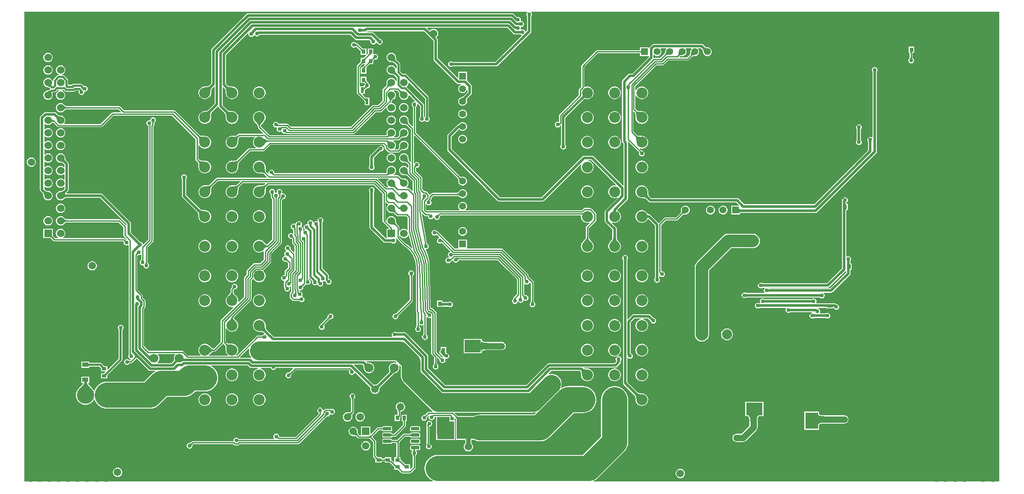
<source format=gbl>
G04*
G04 #@! TF.GenerationSoftware,Altium Limited,Altium Designer,21.8.1 (53)*
G04*
G04 Layer_Physical_Order=2*
G04 Layer_Color=16711680*
%FSLAX23Y23*%
%MOIN*%
G70*
G04*
G04 #@! TF.SameCoordinates,5902FB8D-61F4-4A33-80A6-77BEAA8E0702*
G04*
G04*
G04 #@! TF.FilePolarity,Positive*
G04*
G01*
G75*
%ADD15C,0.010*%
%ADD25R,0.035X0.028*%
%ADD26R,0.028X0.035*%
%ADD28R,0.031X0.035*%
%ADD32R,0.168X0.176*%
%ADD33R,0.025X0.026*%
G04:AMPARAMS|DCode=38|XSize=26mil|YSize=65mil|CornerRadius=2mil|HoleSize=0mil|Usage=FLASHONLY|Rotation=270.000|XOffset=0mil|YOffset=0mil|HoleType=Round|Shape=RoundedRectangle|*
%AMROUNDEDRECTD38*
21,1,0.026,0.061,0,0,270.0*
21,1,0.022,0.065,0,0,270.0*
1,1,0.004,-0.031,-0.011*
1,1,0.004,-0.031,0.011*
1,1,0.004,0.031,0.011*
1,1,0.004,0.031,-0.011*
%
%ADD38ROUNDEDRECTD38*%
%ADD42R,0.035X0.031*%
%ADD49R,0.024X0.045*%
%ADD95C,0.015*%
%ADD96C,0.100*%
%ADD97C,0.020*%
%ADD98C,0.150*%
%ADD99C,0.200*%
%ADD123C,0.080*%
%ADD124C,0.087*%
%ADD125C,0.060*%
%ADD126R,0.060X0.060*%
%ADD127C,0.059*%
%ADD128O,0.059X0.059*%
%ADD129R,0.059X0.059*%
%ADD130C,0.055*%
%ADD131R,0.055X0.055*%
%ADD132R,0.055X0.055*%
%ADD133C,0.071*%
%ADD134C,0.138*%
%ADD135C,0.031*%
%ADD136C,0.030*%
%ADD137C,0.050*%
%ADD138C,0.250*%
%ADD139C,0.170*%
%ADD140R,0.130X0.100*%
%ADD141R,0.047X0.035*%
%ADD142R,0.047X0.035*%
%ADD143R,0.100X0.130*%
%ADD144C,0.050*%
%ADD145C,0.030*%
%ADD146R,0.102X0.141*%
%ADD147R,0.138X0.141*%
G36*
X4725Y4821D02*
X4725Y4820D01*
X4724Y4820D01*
X4724Y4819D01*
X4724Y4817D01*
X4724Y4813D01*
X4724Y4811D01*
X4704D01*
X4704Y4813D01*
X4704Y4820D01*
X4703Y4820D01*
X4703Y4821D01*
X4703Y4821D01*
X4725D01*
X4725Y4821D01*
D02*
G37*
G36*
X4610Y4807D02*
X4614Y4804D01*
X4615Y4803D01*
X4615Y4803D01*
X4616Y4803D01*
X4616Y4803D01*
X4617Y4803D01*
X4611Y4783D01*
X4596Y4793D01*
X4609Y4809D01*
X4610Y4807D01*
D02*
G37*
G36*
X4639Y4744D02*
X4639Y4744D01*
X4638Y4744D01*
X4638Y4745D01*
X4637Y4745D01*
X4635Y4745D01*
X4631Y4745D01*
X4629Y4745D01*
Y4765D01*
X4631Y4765D01*
X4638Y4765D01*
X4638Y4766D01*
X4639Y4766D01*
X4639Y4766D01*
Y4744D01*
D02*
G37*
G36*
X4619Y4737D02*
X4611Y4716D01*
X4611Y4717D01*
X4610Y4717D01*
X4610Y4717D01*
X4609Y4717D01*
X4608Y4718D01*
X4607Y4718D01*
X4604Y4718D01*
X4601Y4718D01*
X4601Y4738D01*
X4619Y4737D01*
D02*
G37*
G36*
X8449Y1117D02*
X5228D01*
X5227Y1122D01*
X5235Y1125D01*
X5249Y1134D01*
X5262Y1145D01*
X5468Y1352D01*
X5479Y1364D01*
X5488Y1379D01*
X5491Y1385D01*
X5495Y1394D01*
X5499Y1411D01*
X5500Y1428D01*
Y1768D01*
X5499Y1784D01*
X5495Y1801D01*
X5488Y1816D01*
X5479Y1831D01*
X5468Y1843D01*
X5456Y1854D01*
X5441Y1863D01*
X5426Y1870D01*
X5409Y1874D01*
X5393Y1875D01*
X5376Y1874D01*
X5359Y1870D01*
X5344Y1863D01*
X5329Y1854D01*
X5317Y1843D01*
X5306Y1831D01*
X5297Y1816D01*
X5290Y1801D01*
X5287Y1784D01*
X5285Y1768D01*
Y1472D01*
X5142Y1328D01*
X3989D01*
X3972Y1327D01*
X3956Y1323D01*
X3940Y1317D01*
X3926Y1308D01*
X3913Y1297D01*
X3902Y1284D01*
X3893Y1270D01*
X3887Y1254D01*
X3883Y1238D01*
X3882Y1221D01*
X3883Y1204D01*
X3887Y1188D01*
X3893Y1172D01*
X3902Y1158D01*
X3913Y1145D01*
X3926Y1134D01*
X3940Y1125D01*
X3948Y1122D01*
X3947Y1117D01*
X701D01*
Y4854D01*
X4697D01*
X4699Y4849D01*
X4698Y4848D01*
X4693Y4841D01*
X4691Y4832D01*
X4693Y4823D01*
X4697Y4818D01*
X4697Y4816D01*
Y4705D01*
X4686Y4695D01*
X4682Y4696D01*
X4681Y4699D01*
X4676Y4706D01*
X4669Y4711D01*
X4660Y4713D01*
X4651Y4711D01*
X4650Y4710D01*
X4647Y4713D01*
X4646Y4714D01*
X4648Y4722D01*
X4647Y4728D01*
X4650Y4732D01*
X4651Y4732D01*
X4659Y4734D01*
X4666Y4739D01*
X4671Y4746D01*
X4673Y4755D01*
X4671Y4764D01*
X4666Y4771D01*
X4659Y4776D01*
X4650Y4778D01*
X4649Y4778D01*
X4646Y4782D01*
X4648Y4790D01*
X4646Y4799D01*
X4641Y4806D01*
X4634Y4811D01*
X4625Y4813D01*
X4616Y4811D01*
X4592Y4835D01*
X4587Y4839D01*
X4580Y4840D01*
X2480D01*
X2473Y4839D01*
X2468Y4835D01*
X2468Y4835D01*
X2438Y4806D01*
X2433Y4802D01*
X2191Y4560D01*
X2187Y4555D01*
X2186Y4548D01*
Y4284D01*
X2169Y4267D01*
X2167Y4265D01*
X2164Y4264D01*
X2161Y4263D01*
X2158Y4261D01*
X2154Y4261D01*
X2150Y4260D01*
X2141Y4259D01*
X2137Y4259D01*
X2135Y4259D01*
X2122Y4257D01*
X2110Y4252D01*
X2099Y4244D01*
X2091Y4234D01*
X2086Y4222D01*
X2084Y4208D01*
X2086Y4195D01*
X2091Y4183D01*
X2099Y4173D01*
X2110Y4165D01*
X2122Y4159D01*
X2135Y4158D01*
X2148Y4159D01*
X2160Y4165D01*
X2171Y4173D01*
X2179Y4183D01*
X2184Y4195D01*
X2186Y4208D01*
X2185Y4211D01*
X2186Y4214D01*
X2186Y4219D01*
X2186Y4223D01*
X2187Y4228D01*
X2188Y4231D01*
X2189Y4235D01*
X2190Y4238D01*
X2192Y4240D01*
X2193Y4242D01*
X2208Y4257D01*
X2213Y4255D01*
Y4122D01*
X2163Y4073D01*
X2161Y4071D01*
X2159Y4070D01*
X2156Y4068D01*
X2152Y4067D01*
X2148Y4066D01*
X2144Y4064D01*
X2134Y4062D01*
X2128Y4062D01*
X2128Y4061D01*
X2122Y4061D01*
X2110Y4056D01*
X2099Y4048D01*
X2091Y4037D01*
X2086Y4025D01*
X2084Y4012D01*
X2086Y3998D01*
X2091Y3986D01*
X2099Y3976D01*
X2110Y3968D01*
X2122Y3963D01*
X2135Y3961D01*
X2148Y3963D01*
X2160Y3968D01*
X2171Y3976D01*
X2179Y3986D01*
X2184Y3998D01*
X2186Y4012D01*
X2185Y4018D01*
X2185Y4019D01*
X2184Y4024D01*
X2184Y4028D01*
X2184Y4032D01*
X2184Y4036D01*
X2185Y4040D01*
X2186Y4043D01*
X2187Y4046D01*
X2188Y4048D01*
X2190Y4050D01*
X2238Y4099D01*
X2244Y4097D01*
X2244Y4097D01*
X2248Y4091D01*
X2293Y4046D01*
X2295Y4043D01*
X2296Y4041D01*
X2297Y4038D01*
X2299Y4034D01*
X2299Y4031D01*
X2300Y4027D01*
X2301Y4017D01*
X2301Y4014D01*
X2301Y4012D01*
X2303Y3998D01*
X2308Y3986D01*
X2316Y3976D01*
X2326Y3968D01*
X2338Y3963D01*
X2352Y3961D01*
X2365Y3963D01*
X2377Y3968D01*
X2387Y3976D01*
X2395Y3986D01*
X2401Y3998D01*
X2402Y4012D01*
X2401Y4025D01*
X2395Y4037D01*
X2387Y4048D01*
X2377Y4056D01*
X2365Y4061D01*
X2352Y4062D01*
X2349Y4062D01*
X2346Y4062D01*
X2341Y4062D01*
X2337Y4063D01*
X2332Y4064D01*
X2329Y4065D01*
X2325Y4066D01*
X2322Y4067D01*
X2320Y4069D01*
X2318Y4070D01*
X2277Y4110D01*
Y4252D01*
X2282Y4254D01*
X2293Y4242D01*
X2295Y4240D01*
X2296Y4238D01*
X2297Y4235D01*
X2299Y4231D01*
X2299Y4228D01*
X2300Y4224D01*
X2301Y4214D01*
X2301Y4211D01*
X2301Y4208D01*
X2303Y4195D01*
X2308Y4183D01*
X2316Y4173D01*
X2326Y4165D01*
X2338Y4159D01*
X2352Y4158D01*
X2365Y4159D01*
X2377Y4165D01*
X2387Y4173D01*
X2395Y4183D01*
X2401Y4195D01*
X2402Y4208D01*
X2401Y4222D01*
X2395Y4234D01*
X2387Y4244D01*
X2377Y4252D01*
X2365Y4257D01*
X2352Y4259D01*
X2349Y4259D01*
X2346Y4259D01*
X2341Y4259D01*
X2337Y4260D01*
X2332Y4261D01*
X2329Y4261D01*
X2325Y4263D01*
X2322Y4264D01*
X2320Y4265D01*
X2318Y4267D01*
X2304Y4280D01*
Y4508D01*
X2478Y4683D01*
X2483Y4680D01*
X2482Y4675D01*
X2484Y4666D01*
X2489Y4659D01*
X2496Y4654D01*
X2505Y4652D01*
X2514Y4654D01*
X2521Y4659D01*
X2526Y4666D01*
X2531Y4667D01*
X2534Y4664D01*
X2541Y4659D01*
X2550Y4657D01*
X2559Y4659D01*
X2566Y4664D01*
X2571Y4671D01*
X3292D01*
X3293Y4668D01*
X3329Y4633D01*
X3334Y4629D01*
X3341Y4628D01*
X3443D01*
X3452Y4618D01*
X3452Y4618D01*
X3453Y4618D01*
X3452Y4615D01*
X3454Y4606D01*
X3459Y4599D01*
X3466Y4594D01*
X3475Y4592D01*
X3484Y4594D01*
X3491Y4599D01*
X3496Y4606D01*
X3496Y4607D01*
X3502Y4610D01*
X3504Y4608D01*
X3505Y4605D01*
X3510Y4598D01*
X3517Y4593D01*
X3526Y4591D01*
X3535Y4593D01*
X3542Y4598D01*
X3547Y4605D01*
X3549Y4614D01*
X3547Y4623D01*
X3542Y4630D01*
X3535Y4635D01*
X3528Y4637D01*
X3527Y4638D01*
X3480Y4684D01*
X3475Y4688D01*
X3468Y4689D01*
X3427D01*
X3425Y4694D01*
X3429Y4698D01*
X3877D01*
X3953Y4622D01*
Y4476D01*
X3954Y4469D01*
X3958Y4464D01*
X4138Y4283D01*
X4144Y4279D01*
X4150Y4278D01*
X4150Y4278D01*
X4174D01*
X4175Y4273D01*
X4168Y4270D01*
X4160Y4265D01*
X4155Y4257D01*
X4151Y4249D01*
X4150Y4240D01*
X4151Y4231D01*
X4155Y4223D01*
X4160Y4215D01*
X4168Y4210D01*
X4176Y4206D01*
X4185Y4205D01*
X4194Y4206D01*
X4202Y4210D01*
X4210Y4215D01*
X4215Y4223D01*
X4218Y4229D01*
X4223Y4228D01*
Y4212D01*
X4192Y4181D01*
X4192Y4181D01*
X4190Y4180D01*
X4188Y4179D01*
X4186Y4178D01*
X4184Y4177D01*
X4183Y4176D01*
X4181Y4175D01*
X4179Y4174D01*
X4177Y4174D01*
X4176Y4174D01*
X4168Y4170D01*
X4160Y4165D01*
X4155Y4157D01*
X4151Y4149D01*
X4150Y4140D01*
X4151Y4131D01*
X4155Y4123D01*
X4160Y4115D01*
X4168Y4110D01*
X4176Y4106D01*
X4185Y4105D01*
X4194Y4106D01*
X4202Y4110D01*
X4210Y4115D01*
X4215Y4123D01*
X4219Y4131D01*
X4220Y4140D01*
X4219Y4149D01*
X4218Y4150D01*
X4218Y4151D01*
X4218Y4152D01*
X4218Y4154D01*
X4218Y4155D01*
X4218Y4157D01*
X4219Y4158D01*
X4220Y4159D01*
X4221Y4161D01*
X4221Y4162D01*
X4252Y4193D01*
X4252Y4193D01*
X4256Y4198D01*
X4257Y4205D01*
Y4260D01*
X4256Y4267D01*
X4252Y4272D01*
X4223Y4302D01*
X4220Y4305D01*
X4220D01*
X4220Y4305D01*
Y4375D01*
X4150D01*
Y4326D01*
X4146Y4325D01*
X3987Y4483D01*
Y4629D01*
X3986Y4636D01*
X3982Y4641D01*
X3982Y4641D01*
X3978Y4646D01*
X3977Y4651D01*
X3978Y4652D01*
X3980Y4654D01*
X3986Y4662D01*
X3990Y4670D01*
X3991Y4680D01*
X3990Y4690D01*
X3986Y4698D01*
X3980Y4706D01*
X3972Y4712D01*
X3964Y4716D01*
X3954Y4717D01*
X3944Y4716D01*
X3936Y4712D01*
X3928Y4706D01*
X3926Y4704D01*
X3925Y4703D01*
X3920Y4704D01*
X3903Y4720D01*
X3905Y4725D01*
X4539D01*
X4586Y4678D01*
X4592Y4674D01*
X4599Y4673D01*
X4645D01*
X4645Y4673D01*
X4651Y4669D01*
X4654Y4668D01*
X4655Y4664D01*
X4445Y4453D01*
X4108D01*
X4108Y4453D01*
X4102Y4457D01*
X4093Y4459D01*
X4084Y4457D01*
X4077Y4452D01*
X4072Y4445D01*
X4070Y4436D01*
X4072Y4427D01*
X4077Y4420D01*
X4084Y4415D01*
X4093Y4413D01*
X4102Y4415D01*
X4107Y4419D01*
X4109Y4419D01*
X4452D01*
X4459Y4420D01*
X4464Y4424D01*
X4726Y4686D01*
X4730Y4691D01*
X4731Y4698D01*
Y4817D01*
X4731Y4817D01*
X4735Y4823D01*
X4737Y4832D01*
X4735Y4841D01*
X4730Y4848D01*
X4729Y4849D01*
X4731Y4854D01*
X8449D01*
Y1117D01*
D02*
G37*
G36*
X3377Y4716D02*
X3377Y4715D01*
X3378Y4715D01*
X3379Y4715D01*
X3382Y4715D01*
X3387Y4715D01*
X3388Y4695D01*
X3386Y4695D01*
X3379Y4695D01*
X3378Y4694D01*
X3378Y4694D01*
X3377Y4694D01*
X3377Y4716D01*
X3377Y4716D01*
D02*
G37*
G36*
X4649Y4679D02*
X4649Y4679D01*
X4648Y4679D01*
X4648Y4680D01*
X4647Y4680D01*
X4645Y4680D01*
X4641Y4680D01*
X4639Y4680D01*
Y4700D01*
X4641Y4700D01*
X4648Y4700D01*
X4648Y4701D01*
X4649Y4701D01*
X4649Y4701D01*
Y4679D01*
D02*
G37*
G36*
X2575Y4678D02*
X2573Y4678D01*
X2568Y4678D01*
X2567Y4677D01*
X2566Y4677D01*
X2566Y4677D01*
X2565Y4677D01*
X2565Y4676D01*
X2555Y4695D01*
X2573Y4698D01*
X2575Y4678D01*
D02*
G37*
G36*
X3915Y4698D02*
X3917Y4696D01*
X3919Y4695D01*
X3921Y4694D01*
X3923Y4693D01*
X3924Y4693D01*
X3926Y4693D01*
X3927Y4694D01*
X3928Y4695D01*
X3929Y4696D01*
X3933Y4659D01*
X3933Y4660D01*
X3906Y4679D01*
X3913Y4700D01*
X3915Y4698D01*
D02*
G37*
G36*
X3970Y4655D02*
X3969Y4654D01*
X3968Y4653D01*
X3967Y4652D01*
X3967Y4650D01*
X3967Y4649D01*
X3968Y4647D01*
X3969Y4645D01*
X3970Y4643D01*
X3972Y4641D01*
X3974Y4639D01*
X3953Y4632D01*
X3934Y4659D01*
X3933Y4659D01*
X3970Y4655D01*
D02*
G37*
G36*
X3478Y4630D02*
X3460Y4619D01*
X3460Y4619D01*
X3460Y4620D01*
X3460Y4620D01*
X3459Y4621D01*
X3459Y4622D01*
X3458Y4623D01*
X3456Y4625D01*
X3454Y4627D01*
X3473Y4636D01*
X3478Y4630D01*
D02*
G37*
G36*
X3519Y4635D02*
X3525Y4630D01*
X3525Y4630D01*
X3526Y4630D01*
X3526Y4629D01*
X3511Y4614D01*
X3510Y4614D01*
X3510Y4615D01*
X3510Y4615D01*
X3509Y4616D01*
X3508Y4618D01*
X3505Y4621D01*
X3504Y4622D01*
X3518Y4636D01*
X3519Y4635D01*
D02*
G37*
G36*
X4104Y4447D02*
X4105Y4447D01*
X4105Y4446D01*
X4106Y4446D01*
X4108Y4446D01*
X4112Y4446D01*
X4114Y4446D01*
Y4426D01*
X4112Y4426D01*
X4105Y4426D01*
X4105Y4425D01*
X4104Y4425D01*
X4104Y4425D01*
Y4447D01*
X4104Y4447D01*
D02*
G37*
G36*
X2313Y4261D02*
X2316Y4259D01*
X2319Y4258D01*
X2323Y4256D01*
X2327Y4255D01*
X2331Y4254D01*
X2335Y4253D01*
X2340Y4252D01*
X2346Y4252D01*
X2351Y4252D01*
X2308Y4209D01*
X2308Y4214D01*
X2307Y4225D01*
X2306Y4229D01*
X2305Y4233D01*
X2304Y4237D01*
X2303Y4241D01*
X2301Y4244D01*
X2299Y4247D01*
X2296Y4250D01*
X2310Y4264D01*
X2313Y4261D01*
D02*
G37*
G36*
X2190Y4250D02*
X2188Y4247D01*
X2186Y4244D01*
X2184Y4241D01*
X2182Y4237D01*
X2181Y4233D01*
X2180Y4229D01*
X2179Y4225D01*
X2179Y4220D01*
X2178Y4214D01*
X2178Y4209D01*
X2135Y4252D01*
X2141Y4252D01*
X2151Y4253D01*
X2156Y4254D01*
X2160Y4255D01*
X2164Y4256D01*
X2167Y4258D01*
X2171Y4259D01*
X2173Y4261D01*
X2176Y4264D01*
X2190Y4250D01*
D02*
G37*
G36*
X4218Y4169D02*
X4216Y4167D01*
X4215Y4165D01*
X4213Y4163D01*
X4212Y4161D01*
X4212Y4159D01*
X4211Y4156D01*
X4211Y4154D01*
X4211Y4152D01*
X4211Y4150D01*
X4212Y4147D01*
X4178Y4167D01*
X4181Y4167D01*
X4183Y4168D01*
X4185Y4169D01*
X4188Y4170D01*
X4190Y4171D01*
X4192Y4173D01*
X4194Y4174D01*
X4196Y4176D01*
X4198Y4177D01*
X4200Y4179D01*
X4218Y4169D01*
D02*
G37*
G36*
X2187Y4058D02*
X2184Y4055D01*
X2182Y4052D01*
X2181Y4049D01*
X2179Y4045D01*
X2178Y4041D01*
X2177Y4037D01*
X2177Y4033D01*
X2177Y4028D01*
X2177Y4023D01*
X2178Y4018D01*
X2130Y4055D01*
X2135Y4055D01*
X2146Y4058D01*
X2150Y4059D01*
X2155Y4060D01*
X2159Y4062D01*
X2162Y4064D01*
X2165Y4065D01*
X2168Y4068D01*
X2171Y4070D01*
X2187Y4058D01*
D02*
G37*
G36*
X2313Y4065D02*
X2316Y4062D01*
X2319Y4061D01*
X2323Y4059D01*
X2327Y4058D01*
X2331Y4057D01*
X2335Y4056D01*
X2340Y4055D01*
X2346Y4055D01*
X2351Y4055D01*
X2308Y4012D01*
X2308Y4018D01*
X2307Y4028D01*
X2306Y4032D01*
X2305Y4036D01*
X2304Y4040D01*
X2303Y4044D01*
X2301Y4047D01*
X2299Y4050D01*
X2296Y4053D01*
X2310Y4067D01*
X2313Y4065D01*
D02*
G37*
%LPC*%
G36*
X6085Y4597D02*
X5705D01*
X5699Y4596D01*
X5693Y4592D01*
X5673Y4571D01*
X5670Y4566D01*
X5666Y4567D01*
X5665Y4567D01*
Y4570D01*
X5595D01*
Y4547D01*
X5595Y4547D01*
X5595Y4547D01*
X5255D01*
X5250Y4546D01*
X5246Y4544D01*
X5131Y4429D01*
X5129Y4425D01*
X5128Y4420D01*
Y4256D01*
X5112Y4240D01*
X5109Y4236D01*
X5108Y4231D01*
Y4191D01*
X4954Y4037D01*
X4952Y4033D01*
X4951Y4028D01*
Y3981D01*
X4951Y3981D01*
X4946Y3977D01*
X4940Y3979D01*
X4931Y3977D01*
X4924Y3972D01*
X4919Y3964D01*
X4917Y3956D01*
X4919Y3947D01*
X4924Y3939D01*
X4931Y3934D01*
X4940Y3933D01*
X4949Y3934D01*
X4956Y3939D01*
X4961Y3947D01*
X4963Y3948D01*
X4968Y3945D01*
Y3795D01*
X4968Y3795D01*
X4964Y3789D01*
X4962Y3780D01*
X4964Y3771D01*
X4969Y3764D01*
X4976Y3759D01*
X4985Y3757D01*
X4994Y3759D01*
X5001Y3764D01*
X5006Y3771D01*
X5008Y3780D01*
X5006Y3789D01*
X5002Y3794D01*
X5002Y3796D01*
Y4010D01*
X5155Y4163D01*
X5163Y4159D01*
X5176Y4158D01*
X5189Y4159D01*
X5201Y4165D01*
X5212Y4173D01*
X5220Y4183D01*
X5225Y4195D01*
X5227Y4208D01*
X5225Y4222D01*
X5220Y4234D01*
X5212Y4244D01*
X5201Y4252D01*
X5189Y4257D01*
X5176Y4259D01*
X5163Y4257D01*
X5156Y4255D01*
X5152Y4258D01*
Y4415D01*
X5260Y4523D01*
X5595D01*
X5595Y4523D01*
X5595Y4523D01*
Y4500D01*
X5663D01*
X5665Y4500D01*
X5668Y4497D01*
Y4493D01*
X5534Y4360D01*
X5515D01*
X5508Y4359D01*
X5502Y4355D01*
X5456Y4309D01*
X5452Y4303D01*
X5451Y4297D01*
Y3824D01*
X5452Y3817D01*
X5456Y3812D01*
X5465Y3803D01*
Y3471D01*
X5460Y3469D01*
X5227Y3702D01*
X5222Y3706D01*
X5215Y3707D01*
X5150D01*
X5143Y3706D01*
X5138Y3702D01*
X4814Y3378D01*
X4481D01*
X4097Y3762D01*
Y3858D01*
X4155Y3916D01*
X4160Y3915D01*
X4160Y3915D01*
X4168Y3910D01*
X4176Y3906D01*
X4185Y3905D01*
X4194Y3906D01*
X4202Y3910D01*
X4210Y3915D01*
X4215Y3923D01*
X4219Y3931D01*
X4220Y3940D01*
X4219Y3949D01*
X4215Y3957D01*
X4210Y3965D01*
X4202Y3970D01*
X4194Y3974D01*
X4185Y3975D01*
X4176Y3974D01*
X4168Y3970D01*
X4160Y3965D01*
X4155Y3957D01*
X4155Y3957D01*
X4148Y3956D01*
X4143Y3952D01*
X4068Y3877D01*
X4064Y3872D01*
X4063Y3865D01*
Y3755D01*
X4064Y3748D01*
X4068Y3743D01*
X4462Y3349D01*
X4462Y3349D01*
X4467Y3345D01*
X4474Y3344D01*
X4821D01*
X4828Y3345D01*
X4833Y3349D01*
X5126Y3641D01*
X5130Y3638D01*
X5127Y3631D01*
X5125Y3618D01*
X5127Y3605D01*
X5132Y3593D01*
X5140Y3582D01*
X5151Y3574D01*
X5163Y3569D01*
X5176Y3567D01*
X5189Y3569D01*
X5201Y3574D01*
X5212Y3582D01*
X5220Y3593D01*
X5225Y3605D01*
X5227Y3618D01*
X5225Y3631D01*
X5220Y3643D01*
X5212Y3654D01*
X5201Y3662D01*
X5189Y3667D01*
X5184Y3668D01*
X5184Y3673D01*
X5208D01*
X5405Y3475D01*
X5403Y3470D01*
X5393Y3472D01*
X5379Y3470D01*
X5367Y3465D01*
X5357Y3457D01*
X5349Y3446D01*
X5344Y3434D01*
X5342Y3421D01*
X5344Y3408D01*
X5349Y3396D01*
X5357Y3385D01*
X5367Y3377D01*
X5379Y3372D01*
X5393Y3370D01*
X5406Y3372D01*
X5414Y3375D01*
X5417Y3371D01*
X5320Y3274D01*
X5316Y3269D01*
X5315Y3262D01*
Y3188D01*
X5316Y3181D01*
X5320Y3176D01*
X5375Y3120D01*
Y3053D01*
X5375Y3051D01*
X5374Y3048D01*
X5373Y3045D01*
X5371Y3042D01*
X5369Y3038D01*
X5367Y3035D01*
X5361Y3028D01*
X5358Y3025D01*
X5357Y3024D01*
X5349Y3013D01*
X5344Y3001D01*
X5342Y2988D01*
X5344Y2975D01*
X5349Y2963D01*
X5357Y2952D01*
X5367Y2944D01*
X5379Y2939D01*
X5393Y2937D01*
X5406Y2939D01*
X5418Y2944D01*
X5428Y2952D01*
X5436Y2963D01*
X5442Y2975D01*
X5443Y2988D01*
X5442Y3001D01*
X5436Y3013D01*
X5428Y3024D01*
X5427Y3025D01*
X5424Y3028D01*
X5421Y3031D01*
X5418Y3035D01*
X5416Y3038D01*
X5414Y3042D01*
X5412Y3045D01*
X5411Y3048D01*
X5410Y3051D01*
X5410Y3053D01*
Y3127D01*
X5409Y3134D01*
X5405Y3140D01*
X5371Y3173D01*
X5374Y3177D01*
X5379Y3175D01*
X5393Y3173D01*
X5406Y3175D01*
X5418Y3180D01*
X5428Y3188D01*
X5436Y3199D01*
X5442Y3211D01*
X5443Y3224D01*
X5442Y3237D01*
X5436Y3250D01*
X5428Y3260D01*
X5418Y3268D01*
X5415Y3269D01*
X5414Y3274D01*
X5494Y3355D01*
X5498Y3360D01*
X5499Y3367D01*
Y3810D01*
X5498Y3816D01*
X5501Y3818D01*
X5502Y3819D01*
X5586Y3735D01*
X5586Y3735D01*
X5587Y3734D01*
X5587Y3734D01*
X5587Y3733D01*
X5587Y3733D01*
X5587Y3732D01*
X5587Y3732D01*
X5587Y3731D01*
X5587Y3730D01*
X5587Y3729D01*
X5586Y3725D01*
X5588Y3716D01*
X5593Y3709D01*
X5600Y3704D01*
X5609Y3702D01*
X5618Y3704D01*
X5625Y3709D01*
X5630Y3716D01*
X5632Y3725D01*
X5630Y3734D01*
X5625Y3741D01*
X5618Y3746D01*
X5614Y3747D01*
X5614Y3747D01*
X5611Y3748D01*
X5610Y3748D01*
X5609Y3749D01*
X5608Y3749D01*
X5607Y3750D01*
X5606Y3750D01*
X5605Y3751D01*
X5605Y3751D01*
X5595Y3761D01*
X5597Y3766D01*
X5609Y3764D01*
X5622Y3766D01*
X5634Y3771D01*
X5645Y3779D01*
X5653Y3789D01*
X5658Y3802D01*
X5660Y3815D01*
X5658Y3828D01*
X5653Y3840D01*
X5645Y3851D01*
X5634Y3859D01*
X5622Y3864D01*
X5609Y3866D01*
X5607Y3865D01*
X5602Y3865D01*
X5590Y3866D01*
X5585Y3866D01*
X5581Y3867D01*
X5577Y3868D01*
X5574Y3869D01*
X5572Y3870D01*
X5570Y3871D01*
X5569Y3872D01*
X5541Y3900D01*
Y4057D01*
X5545Y4059D01*
X5553Y4052D01*
X5553Y4051D01*
X5554Y4049D01*
X5555Y4047D01*
X5556Y4044D01*
X5557Y4040D01*
X5558Y4036D01*
X5559Y4019D01*
X5559Y4014D01*
X5558Y4012D01*
X5560Y3998D01*
X5565Y3986D01*
X5573Y3976D01*
X5584Y3968D01*
X5596Y3963D01*
X5609Y3961D01*
X5622Y3963D01*
X5634Y3968D01*
X5645Y3976D01*
X5653Y3986D01*
X5658Y3998D01*
X5660Y4012D01*
X5658Y4025D01*
X5653Y4037D01*
X5645Y4048D01*
X5634Y4056D01*
X5622Y4061D01*
X5609Y4062D01*
X5607Y4062D01*
X5603Y4062D01*
X5597Y4062D01*
X5586Y4064D01*
X5582Y4064D01*
X5578Y4065D01*
X5575Y4066D01*
X5572Y4067D01*
X5571Y4068D01*
X5570Y4069D01*
X5558Y4081D01*
Y4188D01*
X5563Y4189D01*
X5565Y4183D01*
X5573Y4173D01*
X5584Y4165D01*
X5596Y4159D01*
X5609Y4158D01*
X5622Y4159D01*
X5634Y4165D01*
X5645Y4173D01*
X5653Y4183D01*
X5658Y4195D01*
X5660Y4208D01*
X5658Y4222D01*
X5653Y4234D01*
X5645Y4244D01*
X5634Y4252D01*
X5622Y4257D01*
X5609Y4259D01*
X5596Y4257D01*
X5584Y4252D01*
X5573Y4244D01*
X5565Y4234D01*
X5563Y4228D01*
X5558Y4229D01*
Y4260D01*
X5726Y4428D01*
X5775D01*
X5780Y4429D01*
X5784Y4431D01*
X5818Y4466D01*
X5973D01*
X5978Y4467D01*
X5982Y4469D01*
X6009Y4496D01*
X6010Y4497D01*
X6011Y4498D01*
X6013Y4498D01*
X6015Y4499D01*
X6017Y4499D01*
X6020Y4500D01*
X6026Y4500D01*
X6029Y4500D01*
X6030Y4500D01*
X6039Y4501D01*
X6047Y4505D01*
X6055Y4510D01*
X6060Y4518D01*
X6064Y4526D01*
X6065Y4535D01*
X6064Y4544D01*
X6060Y4552D01*
X6056Y4557D01*
X6059Y4562D01*
X6078D01*
X6090Y4550D01*
X6091Y4550D01*
X6092Y4548D01*
X6093Y4546D01*
X6094Y4545D01*
X6094Y4543D01*
X6095Y4541D01*
X6095Y4539D01*
X6095Y4537D01*
X6095Y4536D01*
X6095Y4535D01*
X6096Y4526D01*
X6100Y4518D01*
X6105Y4510D01*
X6113Y4505D01*
X6121Y4501D01*
X6130Y4500D01*
X6139Y4501D01*
X6147Y4505D01*
X6155Y4510D01*
X6160Y4518D01*
X6164Y4526D01*
X6165Y4535D01*
X6164Y4544D01*
X6160Y4552D01*
X6155Y4560D01*
X6147Y4565D01*
X6139Y4569D01*
X6130Y4570D01*
X6129Y4570D01*
X6128Y4570D01*
X6126Y4570D01*
X6124Y4570D01*
X6122Y4571D01*
X6120Y4571D01*
X6119Y4572D01*
X6117Y4573D01*
X6115Y4574D01*
X6115Y4575D01*
X6098Y4592D01*
X6092Y4596D01*
X6085Y4597D01*
D02*
G37*
G36*
X3320Y4613D02*
X3311Y4611D01*
X3304Y4606D01*
X3299Y4599D01*
X3297Y4590D01*
X3299Y4581D01*
X3304Y4574D01*
X3311Y4569D01*
X3320Y4567D01*
X3329Y4569D01*
X3336Y4574D01*
X3341Y4574D01*
X3371Y4544D01*
X3373Y4542D01*
X3374Y4541D01*
X3375Y4540D01*
Y4510D01*
X3414D01*
X3416Y4505D01*
X3399Y4488D01*
X3398Y4487D01*
X3397Y4486D01*
X3396Y4485D01*
X3395Y4485D01*
X3395Y4485D01*
X3375D01*
Y4455D01*
X3375Y4455D01*
X3374Y4454D01*
X3372Y4452D01*
X3346Y4426D01*
X3344Y4422D01*
X3343Y4418D01*
Y4210D01*
X3344Y4206D01*
X3346Y4202D01*
X3403Y4145D01*
X3403Y4145D01*
X3404Y4144D01*
X3405Y4143D01*
X3405Y4142D01*
X3406Y4141D01*
X3406Y4140D01*
X3406Y4139D01*
X3406Y4139D01*
Y4111D01*
X3444D01*
Y4170D01*
X3414D01*
X3414Y4170D01*
X3413Y4170D01*
X3413Y4170D01*
X3413Y4170D01*
X3413Y4170D01*
X3412Y4171D01*
X3412Y4171D01*
X3412Y4171D01*
X3388Y4195D01*
X3390Y4200D01*
X3406D01*
Y4226D01*
X3406Y4226D01*
X3407Y4227D01*
X3407Y4228D01*
X3407Y4229D01*
X3408Y4230D01*
X3409Y4231D01*
X3409Y4232D01*
X3410Y4233D01*
X3418Y4240D01*
X3418Y4241D01*
X3419Y4241D01*
X3419Y4241D01*
X3420Y4242D01*
X3421Y4242D01*
X3422Y4242D01*
X3423Y4242D01*
X3424Y4242D01*
X3425Y4242D01*
X3434Y4244D01*
X3441Y4249D01*
X3446Y4256D01*
X3448Y4265D01*
X3446Y4274D01*
X3441Y4281D01*
X3437Y4284D01*
X3436Y4287D01*
X3434Y4291D01*
X3423Y4302D01*
X3422Y4303D01*
X3421Y4304D01*
X3420Y4305D01*
X3420Y4305D01*
Y4335D01*
X3375D01*
Y4285D01*
X3401D01*
X3401Y4285D01*
X3401Y4285D01*
X3404D01*
X3405Y4285D01*
X3405Y4284D01*
X3409Y4281D01*
X3404Y4274D01*
X3402Y4265D01*
X3402Y4264D01*
X3402Y4263D01*
X3402Y4262D01*
X3402Y4261D01*
X3402Y4260D01*
X3401Y4259D01*
X3401Y4259D01*
X3400Y4259D01*
X3399Y4259D01*
X3399Y4259D01*
X3369D01*
X3367Y4263D01*
Y4412D01*
X3387Y4432D01*
X3389Y4434D01*
X3390Y4435D01*
X3391Y4435D01*
X3394D01*
X3394Y4435D01*
X3394Y4435D01*
X3404D01*
X3406Y4431D01*
X3389Y4414D01*
X3386Y4410D01*
X3375D01*
Y4360D01*
X3420D01*
Y4410D01*
X3420Y4410D01*
X3420D01*
X3423Y4413D01*
X3442Y4432D01*
X3444Y4434D01*
X3445Y4435D01*
X3446Y4435D01*
X3449D01*
X3449Y4435D01*
X3449Y4435D01*
X3475D01*
Y4465D01*
X3476Y4466D01*
X3478Y4468D01*
X3481Y4471D01*
X3481Y4471D01*
X3482Y4472D01*
X3482Y4472D01*
X3483Y4472D01*
X3484Y4472D01*
X3485Y4473D01*
X3485Y4473D01*
X3486Y4473D01*
X3488Y4473D01*
X3488Y4473D01*
X3490Y4472D01*
X3499Y4474D01*
X3506Y4479D01*
X3511Y4486D01*
X3513Y4495D01*
X3511Y4504D01*
X3506Y4511D01*
X3499Y4516D01*
X3490Y4518D01*
X3481Y4516D01*
X3480Y4515D01*
X3475Y4518D01*
Y4560D01*
X3430D01*
Y4519D01*
X3428Y4517D01*
X3425Y4514D01*
X3420Y4516D01*
Y4560D01*
X3391D01*
X3390Y4560D01*
X3387Y4562D01*
X3351Y4599D01*
X3347Y4601D01*
X3342Y4602D01*
X3340D01*
X3340Y4602D01*
X3339Y4602D01*
X3339Y4603D01*
X3339Y4603D01*
X3339Y4603D01*
X3336Y4606D01*
X3329Y4611D01*
X3320Y4613D01*
D02*
G37*
G36*
X889Y4527D02*
X879Y4526D01*
X870Y4522D01*
X863Y4516D01*
X857Y4509D01*
X853Y4500D01*
X852Y4490D01*
X853Y4480D01*
X857Y4471D01*
X863Y4464D01*
X870Y4458D01*
X879Y4454D01*
X889Y4453D01*
X899Y4454D01*
X908Y4458D01*
X915Y4464D01*
X921Y4471D01*
X925Y4480D01*
X926Y4490D01*
X925Y4500D01*
X921Y4509D01*
X915Y4516D01*
X908Y4522D01*
X899Y4526D01*
X889Y4527D01*
D02*
G37*
G36*
X7773Y4575D02*
X7732D01*
Y4525D01*
X7738D01*
X7738Y4525D01*
X7738Y4525D01*
Y4488D01*
X7738Y4487D01*
X7738Y4487D01*
X7737Y4486D01*
X7737Y4485D01*
X7737Y4484D01*
X7736Y4484D01*
X7736Y4483D01*
X7735Y4482D01*
X7734Y4481D01*
X7729Y4474D01*
X7727Y4465D01*
X7729Y4456D01*
X7734Y4449D01*
X7741Y4444D01*
X7750Y4442D01*
X7759Y4444D01*
X7766Y4449D01*
X7771Y4456D01*
X7773Y4465D01*
X7771Y4474D01*
X7766Y4481D01*
X7765Y4482D01*
X7764Y4483D01*
X7764Y4484D01*
X7763Y4484D01*
X7763Y4485D01*
X7763Y4486D01*
X7762Y4487D01*
X7762Y4487D01*
X7762Y4488D01*
Y4525D01*
X7762Y4525D01*
X7762Y4525D01*
X7773D01*
Y4575D01*
D02*
G37*
G36*
X3618Y4527D02*
X3608Y4526D01*
X3599Y4522D01*
X3592Y4516D01*
X3586Y4509D01*
X3582Y4500D01*
X3581Y4490D01*
X3582Y4480D01*
X3586Y4471D01*
X3592Y4464D01*
X3599Y4458D01*
X3608Y4454D01*
X3618Y4453D01*
X3619Y4453D01*
X3622Y4453D01*
X3625Y4452D01*
X3628Y4452D01*
X3630Y4452D01*
X3633Y4451D01*
X3635Y4450D01*
X3637Y4449D01*
X3638Y4448D01*
X3640Y4448D01*
X3659Y4428D01*
Y4402D01*
X3654Y4401D01*
X3650Y4409D01*
X3644Y4416D01*
X3637Y4422D01*
X3628Y4426D01*
X3618Y4427D01*
X3608Y4426D01*
X3599Y4422D01*
X3592Y4416D01*
X3586Y4409D01*
X3582Y4400D01*
X3581Y4390D01*
X3582Y4380D01*
X3586Y4371D01*
X3592Y4364D01*
X3599Y4358D01*
X3608Y4354D01*
X3618Y4353D01*
X3619Y4353D01*
X3622Y4353D01*
X3625Y4352D01*
X3628Y4352D01*
X3630Y4352D01*
X3633Y4351D01*
X3635Y4350D01*
X3637Y4349D01*
X3638Y4348D01*
X3640Y4348D01*
X3659Y4328D01*
Y4302D01*
X3654Y4301D01*
X3650Y4309D01*
X3644Y4316D01*
X3637Y4322D01*
X3628Y4326D01*
X3618Y4327D01*
X3608Y4326D01*
X3599Y4322D01*
X3592Y4316D01*
X3586Y4309D01*
X3582Y4300D01*
X3581Y4290D01*
X3581Y4289D01*
X3581Y4286D01*
X3580Y4278D01*
X3580Y4275D01*
X3579Y4273D01*
X3579Y4270D01*
X3578Y4268D01*
X3577Y4267D01*
X3576Y4266D01*
X3576Y4266D01*
X3550Y4240D01*
X3548Y4236D01*
X3547Y4231D01*
Y4145D01*
X3513Y4111D01*
X3474D01*
X3470Y4110D01*
X3466Y4108D01*
X3297Y3939D01*
X2818D01*
X2798Y3959D01*
X2798Y3959D01*
X2798Y3959D01*
X2798Y3959D01*
X2796Y3960D01*
X2794Y3961D01*
X2794Y3961D01*
X2794Y3961D01*
X2792Y3962D01*
X2789Y3962D01*
X2724D01*
X2723Y3962D01*
X2723Y3963D01*
X2722Y3963D01*
X2722Y3963D01*
X2722Y3963D01*
X2721Y3963D01*
X2721Y3964D01*
X2721Y3964D01*
X2716Y3971D01*
X2709Y3976D01*
X2700Y3978D01*
X2691Y3976D01*
X2684Y3971D01*
X2679Y3964D01*
X2677Y3955D01*
X2679Y3946D01*
X2684Y3939D01*
X2691Y3934D01*
X2700Y3932D01*
X2705Y3933D01*
X2708Y3929D01*
X2706Y3920D01*
X2708Y3911D01*
X2713Y3904D01*
X2720Y3899D01*
X2729Y3897D01*
X2738Y3899D01*
X2742Y3901D01*
X2747Y3899D01*
X2747Y3897D01*
X2752Y3889D01*
X2760Y3884D01*
X2769Y3883D01*
X2776Y3884D01*
X2780Y3882D01*
X2785Y3881D01*
X3316D01*
X3321Y3882D01*
X3325Y3884D01*
X3493Y4053D01*
X3532D01*
X3537Y4054D01*
X3541Y4056D01*
X3576Y4092D01*
X3581Y4089D01*
X3582Y4080D01*
X3586Y4071D01*
X3592Y4064D01*
X3599Y4058D01*
X3608Y4054D01*
X3618Y4053D01*
X3628Y4054D01*
X3637Y4058D01*
X3644Y4064D01*
X3650Y4071D01*
X3654Y4080D01*
X3655Y4090D01*
X3654Y4100D01*
X3650Y4109D01*
X3644Y4116D01*
X3637Y4122D01*
X3628Y4126D01*
X3619Y4127D01*
X3616Y4132D01*
X3620Y4135D01*
X3622Y4139D01*
X3623Y4144D01*
Y4145D01*
X3623Y4145D01*
X3624Y4146D01*
X3624Y4148D01*
X3625Y4149D01*
X3626Y4150D01*
X3627Y4151D01*
X3628Y4153D01*
X3630Y4154D01*
X3632Y4155D01*
X3635Y4157D01*
X3635Y4157D01*
X3637Y4158D01*
X3644Y4164D01*
X3650Y4171D01*
X3654Y4180D01*
X3655Y4190D01*
X3654Y4200D01*
X3650Y4209D01*
X3644Y4216D01*
X3637Y4222D01*
X3636Y4223D01*
X3637Y4228D01*
X3663D01*
X3676Y4214D01*
X3676Y4214D01*
X3677Y4213D01*
X3678Y4212D01*
X3679Y4210D01*
X3679Y4207D01*
X3680Y4205D01*
X3680Y4202D01*
X3681Y4194D01*
X3681Y4191D01*
X3681Y4190D01*
X3682Y4180D01*
X3686Y4171D01*
X3692Y4164D01*
X3699Y4158D01*
X3708Y4154D01*
X3718Y4153D01*
X3728Y4154D01*
X3737Y4158D01*
X3744Y4164D01*
X3750Y4171D01*
X3754Y4180D01*
X3755Y4188D01*
X3760Y4190D01*
X3807Y4143D01*
X3805Y4138D01*
X3802Y4139D01*
X3793Y4137D01*
X3786Y4132D01*
X3781Y4125D01*
X3779Y4116D01*
X3781Y4107D01*
X3786Y4100D01*
X3787Y4099D01*
X3788Y4098D01*
X3788Y4097D01*
X3789Y4096D01*
X3789Y4096D01*
X3789Y4095D01*
X3790Y4094D01*
X3790Y4093D01*
X3790Y4093D01*
Y3942D01*
X3785Y3940D01*
X3760Y3966D01*
X3760Y3966D01*
X3759Y3967D01*
X3758Y3968D01*
X3757Y3970D01*
X3757Y3973D01*
X3756Y3975D01*
X3756Y3978D01*
X3755Y3986D01*
X3755Y3989D01*
X3755Y3990D01*
X3754Y4000D01*
X3750Y4009D01*
X3744Y4016D01*
X3737Y4022D01*
X3728Y4026D01*
X3718Y4027D01*
X3708Y4026D01*
X3699Y4022D01*
X3692Y4016D01*
X3686Y4009D01*
X3682Y4000D01*
X3681Y3990D01*
X3682Y3980D01*
X3686Y3971D01*
X3692Y3964D01*
X3699Y3958D01*
X3708Y3954D01*
X3718Y3953D01*
X3719Y3953D01*
X3722Y3953D01*
X3730Y3952D01*
X3733Y3952D01*
X3735Y3951D01*
X3738Y3951D01*
X3740Y3950D01*
X3741Y3949D01*
X3742Y3948D01*
X3742Y3948D01*
X3773Y3918D01*
Y3659D01*
X3768Y3657D01*
X3760Y3666D01*
X3760Y3666D01*
X3759Y3667D01*
X3758Y3668D01*
X3757Y3670D01*
X3757Y3673D01*
X3756Y3675D01*
X3756Y3678D01*
X3755Y3686D01*
X3755Y3689D01*
X3755Y3690D01*
X3754Y3700D01*
X3750Y3709D01*
X3744Y3716D01*
X3737Y3722D01*
X3728Y3726D01*
X3718Y3727D01*
X3708Y3726D01*
X3699Y3722D01*
X3692Y3716D01*
X3686Y3709D01*
X3682Y3700D01*
X3681Y3690D01*
X3682Y3680D01*
X3686Y3671D01*
X3692Y3664D01*
X3699Y3658D01*
X3708Y3654D01*
X3718Y3653D01*
X3719Y3653D01*
X3722Y3653D01*
X3730Y3652D01*
X3733Y3652D01*
X3735Y3651D01*
X3738Y3651D01*
X3740Y3650D01*
X3741Y3649D01*
X3742Y3648D01*
X3742Y3648D01*
X3753Y3638D01*
Y3614D01*
X3748Y3612D01*
X3744Y3616D01*
X3737Y3622D01*
X3728Y3626D01*
X3718Y3627D01*
X3708Y3626D01*
X3699Y3622D01*
X3692Y3616D01*
X3686Y3609D01*
X3682Y3600D01*
X3681Y3590D01*
X3682Y3580D01*
X3686Y3571D01*
X3692Y3564D01*
X3699Y3558D01*
X3708Y3554D01*
X3718Y3553D01*
X3720Y3553D01*
X3727Y3553D01*
X3730Y3552D01*
X3733Y3552D01*
X3736Y3552D01*
X3738Y3551D01*
X3740Y3550D01*
X3742Y3550D01*
X3743Y3549D01*
X3743Y3549D01*
X3788Y3504D01*
Y3426D01*
X3783Y3424D01*
X3759Y3449D01*
X3755Y3451D01*
X3750Y3452D01*
X3737D01*
X3736Y3457D01*
X3737Y3458D01*
X3744Y3464D01*
X3750Y3471D01*
X3754Y3480D01*
X3755Y3490D01*
X3754Y3500D01*
X3750Y3509D01*
X3744Y3516D01*
X3737Y3522D01*
X3728Y3526D01*
X3718Y3527D01*
X3717Y3527D01*
X3714Y3527D01*
X3706Y3528D01*
X3703Y3528D01*
X3701Y3529D01*
X3698Y3529D01*
X3696Y3530D01*
X3695Y3531D01*
X3694Y3532D01*
X3694Y3532D01*
X3677Y3549D01*
X3673Y3551D01*
X3668Y3552D01*
X3637D01*
X3636Y3557D01*
X3637Y3558D01*
X3644Y3564D01*
X3650Y3571D01*
X3654Y3580D01*
X3655Y3590D01*
X3654Y3600D01*
X3650Y3609D01*
X3644Y3616D01*
X3637Y3622D01*
X3628Y3626D01*
X3618Y3627D01*
X3608Y3626D01*
X3599Y3622D01*
X3592Y3616D01*
X3586Y3609D01*
X3582Y3600D01*
X3581Y3590D01*
X3581Y3587D01*
X3581Y3587D01*
X3581Y3587D01*
X3581Y3587D01*
X3581Y3583D01*
X3581Y3580D01*
X3581Y3578D01*
X3581Y3575D01*
X3580Y3573D01*
X3580Y3571D01*
X3579Y3569D01*
X3579Y3569D01*
X2689D01*
X2688Y3574D01*
X2688Y3575D01*
X2686Y3584D01*
X2681Y3591D01*
X2674Y3596D01*
X2665Y3598D01*
X2656Y3596D01*
X2649Y3591D01*
X2644Y3584D01*
X2642Y3575D01*
X2644Y3567D01*
X2643Y3566D01*
X2638Y3565D01*
X2625Y3578D01*
X2624Y3579D01*
X2623Y3581D01*
X2622Y3583D01*
X2621Y3586D01*
X2620Y3590D01*
X2620Y3594D01*
X2619Y3611D01*
X2619Y3616D01*
X2619Y3618D01*
X2617Y3631D01*
X2612Y3643D01*
X2604Y3654D01*
X2593Y3662D01*
X2581Y3667D01*
X2568Y3669D01*
X2555Y3667D01*
X2543Y3662D01*
X2532Y3654D01*
X2524Y3643D01*
X2519Y3631D01*
X2517Y3618D01*
X2519Y3605D01*
X2524Y3593D01*
X2532Y3582D01*
X2543Y3574D01*
X2555Y3569D01*
X2568Y3567D01*
X2570Y3567D01*
X2575Y3567D01*
X2587Y3567D01*
X2592Y3566D01*
X2596Y3566D01*
X2600Y3565D01*
X2603Y3564D01*
X2605Y3563D01*
X2607Y3562D01*
X2608Y3561D01*
X2632Y3537D01*
X2630Y3532D01*
X2234D01*
X2229Y3531D01*
X2225Y3529D01*
X2175Y3478D01*
X2174Y3477D01*
X2172Y3476D01*
X2170Y3475D01*
X2167Y3474D01*
X2163Y3473D01*
X2159Y3473D01*
X2142Y3472D01*
X2137Y3472D01*
X2135Y3472D01*
X2122Y3470D01*
X2110Y3465D01*
X2099Y3457D01*
X2091Y3446D01*
X2086Y3434D01*
X2084Y3421D01*
X2086Y3408D01*
X2091Y3396D01*
X2099Y3385D01*
X2110Y3377D01*
X2122Y3372D01*
X2135Y3370D01*
X2148Y3372D01*
X2160Y3377D01*
X2171Y3385D01*
X2179Y3396D01*
X2184Y3408D01*
X2186Y3421D01*
X2185Y3423D01*
X2185Y3428D01*
X2186Y3440D01*
X2187Y3445D01*
X2187Y3449D01*
X2188Y3453D01*
X2189Y3456D01*
X2190Y3458D01*
X2191Y3460D01*
X2192Y3461D01*
X2239Y3508D01*
X2414D01*
X2416Y3503D01*
X2391Y3478D01*
X2391Y3477D01*
X2389Y3476D01*
X2386Y3475D01*
X2383Y3474D01*
X2379Y3473D01*
X2375Y3473D01*
X2359Y3472D01*
X2354Y3472D01*
X2352Y3472D01*
X2338Y3470D01*
X2326Y3465D01*
X2316Y3457D01*
X2308Y3446D01*
X2303Y3434D01*
X2301Y3421D01*
X2303Y3408D01*
X2308Y3396D01*
X2316Y3385D01*
X2326Y3377D01*
X2338Y3372D01*
X2352Y3370D01*
X2365Y3372D01*
X2377Y3377D01*
X2387Y3385D01*
X2395Y3396D01*
X2401Y3408D01*
X2402Y3421D01*
X2402Y3423D01*
X2402Y3428D01*
X2403Y3440D01*
X2403Y3445D01*
X2404Y3449D01*
X2405Y3453D01*
X2406Y3456D01*
X2407Y3458D01*
X2408Y3460D01*
X2408Y3461D01*
X2439Y3491D01*
X2614D01*
X2616Y3486D01*
X2608Y3478D01*
X2607Y3477D01*
X2605Y3476D01*
X2603Y3475D01*
X2600Y3474D01*
X2596Y3473D01*
X2592Y3473D01*
X2575Y3472D01*
X2570Y3472D01*
X2568Y3472D01*
X2555Y3470D01*
X2543Y3465D01*
X2532Y3457D01*
X2524Y3446D01*
X2519Y3434D01*
X2517Y3421D01*
X2519Y3408D01*
X2524Y3396D01*
X2532Y3385D01*
X2543Y3377D01*
X2555Y3372D01*
X2568Y3370D01*
X2581Y3372D01*
X2593Y3377D01*
X2604Y3385D01*
X2612Y3396D01*
X2617Y3408D01*
X2619Y3421D01*
X2619Y3423D01*
X2619Y3428D01*
X2619Y3440D01*
X2620Y3445D01*
X2620Y3449D01*
X2621Y3453D01*
X2622Y3456D01*
X2623Y3458D01*
X2624Y3460D01*
X2625Y3461D01*
X2638Y3474D01*
X3479D01*
X3547Y3406D01*
Y3190D01*
X3548Y3185D01*
X3550Y3181D01*
X3599Y3132D01*
X3597Y3127D01*
X3581D01*
Y3053D01*
X3579Y3051D01*
X3573Y3051D01*
X3480Y3145D01*
Y3420D01*
X3480Y3420D01*
X3484Y3426D01*
X3485Y3435D01*
X3484Y3444D01*
X3479Y3451D01*
X3471Y3456D01*
X3462Y3458D01*
X3454Y3456D01*
X3446Y3451D01*
X3441Y3444D01*
X3439Y3435D01*
X3441Y3426D01*
X3445Y3421D01*
X3445Y3419D01*
Y3138D01*
X3446Y3131D01*
X3450Y3125D01*
X3556Y3020D01*
X3561Y3016D01*
X3568Y3015D01*
X3620D01*
X3620Y3015D01*
X3626Y3011D01*
X3635Y3009D01*
X3644Y3011D01*
X3651Y3016D01*
X3656Y3023D01*
X3658Y3032D01*
X3656Y3041D01*
X3654Y3045D01*
X3655Y3051D01*
X3657Y3051D01*
X3657Y3051D01*
X3659Y3050D01*
X3661Y3046D01*
X3719Y2989D01*
X3721Y2987D01*
X3721Y2987D01*
X3739Y2975D01*
X3757Y2959D01*
X3774Y2940D01*
X3787Y2920D01*
X3798Y2897D01*
X3806Y2874D01*
X3811Y2849D01*
X3813Y2825D01*
X3813Y2825D01*
Y2468D01*
X3814Y2464D01*
X3816Y2460D01*
X3818Y2458D01*
Y2448D01*
X3818Y2448D01*
Y2351D01*
X3818Y2350D01*
X3818Y2350D01*
X3817Y2349D01*
X3817Y2348D01*
X3817Y2347D01*
X3816Y2347D01*
X3816Y2346D01*
X3815Y2345D01*
X3814Y2344D01*
X3809Y2337D01*
X3807Y2328D01*
X3809Y2319D01*
X3814Y2312D01*
X3821Y2307D01*
X3830Y2305D01*
X3839Y2307D01*
X3846Y2312D01*
X3851Y2319D01*
X3853Y2328D01*
X3851Y2337D01*
X3846Y2344D01*
X3845Y2345D01*
X3844Y2346D01*
X3844Y2347D01*
X3843Y2347D01*
X3843Y2348D01*
X3843Y2349D01*
X3842Y2350D01*
X3842Y2350D01*
X3842Y2351D01*
Y2359D01*
X3847Y2361D01*
X3849Y2360D01*
X3858Y2358D01*
X3866Y2360D01*
X3868Y2361D01*
X3873Y2359D01*
Y2288D01*
X3873Y2288D01*
X3873Y2287D01*
X3872Y2287D01*
X3872Y2286D01*
X3872Y2285D01*
X3871Y2284D01*
X3871Y2284D01*
X3870Y2283D01*
X3869Y2282D01*
X3864Y2275D01*
X3862Y2266D01*
X3864Y2257D01*
X3869Y2250D01*
X3876Y2245D01*
X3877Y2244D01*
X3880Y2242D01*
X3885Y2241D01*
X3890Y2242D01*
X3893Y2244D01*
X3894Y2245D01*
X3901Y2250D01*
X3906Y2257D01*
X3908Y2266D01*
X3906Y2275D01*
X3901Y2282D01*
X3900Y2283D01*
X3899Y2284D01*
X3899Y2284D01*
X3898Y2285D01*
X3898Y2286D01*
X3898Y2287D01*
X3897Y2287D01*
X3897Y2288D01*
X3897Y2288D01*
Y2425D01*
X3902Y2426D01*
X3904Y2424D01*
X3911Y2419D01*
X3920Y2417D01*
X3929Y2419D01*
X3931Y2420D01*
X3935Y2418D01*
Y2133D01*
X3936Y2129D01*
X3939Y2125D01*
X3958Y2106D01*
Y2053D01*
X3958Y2052D01*
X3958Y2052D01*
X3957Y2051D01*
X3957Y2050D01*
X3957Y2049D01*
X3956Y2049D01*
X3956Y2048D01*
X3955Y2047D01*
X3954Y2046D01*
X3949Y2039D01*
X3947Y2030D01*
X3949Y2021D01*
X3954Y2014D01*
X3961Y2009D01*
X3970Y2007D01*
X3979Y2009D01*
X3986Y2014D01*
X3991Y2021D01*
X3993Y2030D01*
X3991Y2039D01*
X3986Y2046D01*
X3985Y2047D01*
X3984Y2048D01*
X3984Y2049D01*
X3983Y2049D01*
X3983Y2050D01*
X3983Y2051D01*
X3982Y2052D01*
X3982Y2052D01*
X3982Y2053D01*
Y2099D01*
X3987Y2101D01*
X4000Y2087D01*
X4001Y2087D01*
X4001Y2086D01*
X4001Y2086D01*
X4002Y2085D01*
X4002Y2084D01*
X4002Y2083D01*
X4002Y2082D01*
X4002Y2081D01*
X4002Y2080D01*
X4004Y2071D01*
X4009Y2064D01*
X4016Y2059D01*
X4025Y2057D01*
X4034Y2059D01*
X4041Y2064D01*
X4046Y2071D01*
X4048Y2080D01*
X4046Y2089D01*
X4046Y2089D01*
X4049Y2093D01*
X4056Y2092D01*
X4065Y2094D01*
X4072Y2099D01*
X4077Y2106D01*
X4079Y2115D01*
X4077Y2124D01*
X4072Y2131D01*
X4065Y2136D01*
X4056Y2138D01*
X4056Y2138D01*
X4055Y2143D01*
Y2185D01*
X4010D01*
Y2162D01*
X4005Y2157D01*
X4001Y2152D01*
X4000Y2145D01*
X4001Y2138D01*
X4005Y2133D01*
X4031Y2107D01*
X4029Y2102D01*
X4025Y2103D01*
X4024Y2103D01*
X4023Y2103D01*
X4022Y2103D01*
X4021Y2103D01*
X4020Y2103D01*
X4019Y2104D01*
X4019Y2104D01*
X4018Y2104D01*
X4018Y2105D01*
X3977Y2146D01*
Y2458D01*
X3976Y2463D01*
X3973Y2467D01*
X3947Y2493D01*
X3943Y2496D01*
X3938Y2497D01*
X3933D01*
X3932Y2508D01*
X3922Y2848D01*
X3922Y2848D01*
X3922Y2848D01*
X3922Y2855D01*
X3922Y2855D01*
X3922Y2855D01*
X3921Y2861D01*
X3921Y2862D01*
X3921Y2863D01*
X3916Y2885D01*
X3916Y2885D01*
X3916Y2885D01*
X3915Y2891D01*
X3915Y2891D01*
X3915Y2891D01*
X3914Y2896D01*
X3914Y2896D01*
X3914Y2896D01*
X3906Y2924D01*
X3893Y2955D01*
X3890Y2959D01*
X3894Y2964D01*
X3902Y2965D01*
X3909Y2970D01*
X3914Y2978D01*
X3916Y2986D01*
X3914Y2995D01*
X3909Y3003D01*
X3906Y3004D01*
X3906Y3005D01*
X3905Y3006D01*
X3904Y3006D01*
X3903Y3007D01*
X3903Y3008D01*
X3902Y3008D01*
X3902Y3009D01*
X3901Y3010D01*
X3901Y3010D01*
X3901Y3011D01*
X3860Y3246D01*
X3865Y3249D01*
X3883Y3231D01*
X3887Y3228D01*
X3891Y3227D01*
X3907D01*
X3909Y3225D01*
X3911Y3216D01*
X3916Y3209D01*
X3923Y3204D01*
X3932Y3202D01*
X3941Y3204D01*
X3948Y3209D01*
X3953Y3216D01*
X3955Y3216D01*
X3958Y3215D01*
X3959Y3211D01*
X3964Y3204D01*
X3971Y3199D01*
X3980Y3197D01*
X3989Y3199D01*
X3996Y3204D01*
X4001Y3211D01*
X4003Y3220D01*
X4003Y3221D01*
X4003Y3222D01*
X4003Y3223D01*
X4003Y3224D01*
X4003Y3225D01*
X4004Y3226D01*
X4004Y3226D01*
X4004Y3227D01*
X4005Y3227D01*
X4010Y3232D01*
X5123D01*
X5126Y3229D01*
X5125Y3224D01*
X5127Y3211D01*
X5132Y3199D01*
X5140Y3188D01*
X5151Y3180D01*
X5163Y3175D01*
X5176Y3173D01*
X5189Y3175D01*
X5192Y3176D01*
X5195Y3172D01*
X5167Y3145D01*
X5165Y3141D01*
X5164Y3136D01*
Y3056D01*
X5164Y3055D01*
X5163Y3053D01*
X5162Y3051D01*
X5161Y3048D01*
X5159Y3045D01*
X5156Y3041D01*
X5145Y3029D01*
X5142Y3025D01*
X5140Y3024D01*
X5132Y3013D01*
X5127Y3001D01*
X5125Y2988D01*
X5127Y2975D01*
X5132Y2963D01*
X5140Y2952D01*
X5151Y2944D01*
X5163Y2939D01*
X5176Y2937D01*
X5189Y2939D01*
X5201Y2944D01*
X5212Y2952D01*
X5220Y2963D01*
X5225Y2975D01*
X5227Y2988D01*
X5225Y3001D01*
X5220Y3013D01*
X5212Y3024D01*
X5210Y3025D01*
X5207Y3029D01*
X5199Y3037D01*
X5196Y3041D01*
X5193Y3045D01*
X5191Y3048D01*
X5190Y3051D01*
X5189Y3053D01*
X5188Y3055D01*
X5188Y3056D01*
Y3131D01*
X5244Y3186D01*
X5246Y3190D01*
X5247Y3195D01*
Y3243D01*
X5246Y3248D01*
X5244Y3252D01*
X5208Y3288D01*
X5204Y3291D01*
X5199Y3292D01*
X5153D01*
X5148Y3291D01*
X5144Y3288D01*
X5130Y3274D01*
X4209D01*
X4208Y3279D01*
X4210Y3280D01*
X4215Y3288D01*
X4219Y3296D01*
X4220Y3305D01*
X4219Y3314D01*
X4215Y3322D01*
X4210Y3330D01*
X4202Y3335D01*
X4194Y3339D01*
X4185Y3340D01*
X4176Y3339D01*
X4168Y3335D01*
X4160Y3330D01*
X4155Y3322D01*
X4151Y3314D01*
X4150Y3305D01*
X4151Y3296D01*
X4155Y3288D01*
X4160Y3280D01*
X4162Y3279D01*
X4161Y3274D01*
X3899D01*
X3891Y3281D01*
Y3321D01*
X3896Y3322D01*
X3899Y3319D01*
X3906Y3314D01*
X3915Y3312D01*
X3924Y3314D01*
X3931Y3319D01*
X3936Y3326D01*
X3938Y3335D01*
X3936Y3344D01*
X3931Y3351D01*
X3931Y3356D01*
X3933Y3358D01*
X3936Y3362D01*
X3937Y3367D01*
Y3374D01*
X3950Y3388D01*
X4144D01*
X4145Y3388D01*
X4146Y3387D01*
X4151Y3385D01*
X4153Y3384D01*
X4162Y3379D01*
X4165Y3377D01*
X4166Y3376D01*
X4168Y3375D01*
X4176Y3371D01*
X4185Y3370D01*
X4194Y3371D01*
X4202Y3375D01*
X4210Y3380D01*
X4215Y3388D01*
X4219Y3396D01*
X4220Y3405D01*
X4219Y3414D01*
X4215Y3422D01*
X4210Y3430D01*
X4202Y3435D01*
X4194Y3439D01*
X4185Y3440D01*
X4176Y3439D01*
X4168Y3435D01*
X4160Y3430D01*
X4157Y3425D01*
X4156Y3425D01*
X4155Y3423D01*
X4155Y3422D01*
X4155Y3422D01*
X4154Y3422D01*
X4153Y3419D01*
X4151Y3418D01*
X4149Y3416D01*
X4148Y3415D01*
X4146Y3414D01*
X4145Y3413D01*
X4143Y3412D01*
X4142Y3412D01*
X4142Y3412D01*
X3945D01*
X3940Y3411D01*
X3936Y3409D01*
X3925Y3397D01*
X3919Y3399D01*
X3919Y3401D01*
X3916Y3405D01*
X3900Y3421D01*
X3896Y3424D01*
X3891Y3425D01*
X3879D01*
X3863Y3440D01*
Y3532D01*
X3862Y3537D01*
X3860Y3541D01*
X3814Y3586D01*
Y3611D01*
X3819Y3612D01*
X3820Y3612D01*
X3829Y3614D01*
X3836Y3619D01*
X3841Y3626D01*
X3843Y3635D01*
X3841Y3644D01*
X3836Y3651D01*
X3829Y3656D01*
X3820Y3658D01*
X3811Y3656D01*
X3804Y3651D01*
X3802Y3649D01*
X3797Y3650D01*
Y3869D01*
X3802Y3871D01*
X4146Y3526D01*
X4147Y3525D01*
X4148Y3524D01*
X4148Y3522D01*
X4149Y3520D01*
X4149Y3518D01*
X4150Y3515D01*
X4150Y3509D01*
X4150Y3506D01*
X4150Y3505D01*
X4151Y3496D01*
X4155Y3488D01*
X4160Y3480D01*
X4168Y3475D01*
X4176Y3471D01*
X4185Y3470D01*
X4194Y3471D01*
X4202Y3475D01*
X4210Y3480D01*
X4215Y3488D01*
X4219Y3496D01*
X4220Y3505D01*
X4219Y3514D01*
X4215Y3522D01*
X4210Y3530D01*
X4202Y3535D01*
X4194Y3539D01*
X4185Y3540D01*
X4184Y3540D01*
X4178Y3540D01*
X4175Y3540D01*
X4172Y3541D01*
X4170Y3541D01*
X4168Y3542D01*
X4166Y3542D01*
X4165Y3543D01*
X4164Y3544D01*
X3814Y3893D01*
Y4093D01*
X3814Y4093D01*
X3814Y4094D01*
X3815Y4095D01*
X3815Y4096D01*
X3815Y4096D01*
X3816Y4097D01*
X3816Y4098D01*
X3817Y4099D01*
X3818Y4100D01*
X3823Y4107D01*
X3825Y4116D01*
X3824Y4119D01*
X3829Y4121D01*
X3848Y4102D01*
Y4020D01*
X3848Y4019D01*
X3847Y4018D01*
X3847Y4017D01*
X3847Y4017D01*
X3847Y4016D01*
X3846Y4016D01*
X3841Y4009D01*
X3840Y4000D01*
X3841Y3991D01*
X3846Y3984D01*
X3854Y3979D01*
X3862Y3977D01*
X3871Y3979D01*
X3878Y3983D01*
X3880Y3984D01*
X3883D01*
X3885Y3983D01*
X3892Y3979D01*
X3901Y3977D01*
X3909Y3979D01*
X3917Y3984D01*
X3922Y3991D01*
X3923Y4000D01*
X3922Y4009D01*
X3917Y4016D01*
X3916Y4016D01*
X3916Y4017D01*
X3916Y4017D01*
X3916Y4018D01*
X3915Y4019D01*
X3915Y4020D01*
Y4171D01*
X3914Y4176D01*
X3911Y4181D01*
X3736Y4356D01*
X3731Y4359D01*
X3726Y4360D01*
X3706D01*
X3688Y4378D01*
Y4435D01*
X3687Y4440D01*
X3684Y4445D01*
X3660Y4468D01*
X3660Y4470D01*
X3659Y4471D01*
X3658Y4473D01*
X3657Y4475D01*
X3656Y4478D01*
X3656Y4480D01*
X3655Y4486D01*
X3655Y4489D01*
X3655Y4490D01*
X3654Y4500D01*
X3650Y4509D01*
X3644Y4516D01*
X3637Y4522D01*
X3628Y4526D01*
X3618Y4527D01*
D02*
G37*
G36*
X889Y4427D02*
X879Y4426D01*
X870Y4422D01*
X863Y4416D01*
X857Y4409D01*
X853Y4400D01*
X852Y4390D01*
X853Y4380D01*
X857Y4371D01*
X863Y4364D01*
X870Y4358D01*
X879Y4354D01*
X889Y4353D01*
X899Y4354D01*
X908Y4358D01*
X915Y4364D01*
X921Y4371D01*
X925Y4380D01*
X926Y4390D01*
X925Y4400D01*
X921Y4409D01*
X915Y4416D01*
X908Y4422D01*
X899Y4426D01*
X889Y4427D01*
D02*
G37*
G36*
X989D02*
X979Y4426D01*
X970Y4422D01*
X963Y4416D01*
X957Y4409D01*
X953Y4400D01*
X952Y4390D01*
X953Y4380D01*
X957Y4371D01*
X963Y4364D01*
X970Y4358D01*
X978Y4354D01*
X977Y4349D01*
X971D01*
X965Y4348D01*
X960Y4345D01*
X934Y4319D01*
X931Y4314D01*
X930Y4308D01*
Y4302D01*
X925Y4301D01*
X921Y4309D01*
X915Y4316D01*
X908Y4322D01*
X899Y4326D01*
X889Y4327D01*
X879Y4326D01*
X870Y4322D01*
X863Y4316D01*
X857Y4309D01*
X853Y4300D01*
X852Y4290D01*
X853Y4280D01*
X857Y4271D01*
X863Y4264D01*
X870Y4258D01*
X879Y4254D01*
X882Y4253D01*
X883Y4253D01*
X883Y4253D01*
X883Y4253D01*
X889Y4252D01*
X892Y4251D01*
X895Y4250D01*
X897Y4249D01*
X899Y4248D01*
X901Y4247D01*
X903Y4246D01*
X904Y4245D01*
X906Y4243D01*
X906Y4241D01*
Y4239D01*
X906Y4237D01*
X904Y4235D01*
X903Y4234D01*
X901Y4233D01*
X899Y4232D01*
X897Y4231D01*
X895Y4230D01*
X892Y4229D01*
X886Y4227D01*
X883Y4227D01*
X883Y4227D01*
X883Y4227D01*
X882Y4227D01*
X879Y4226D01*
X870Y4222D01*
X863Y4216D01*
X857Y4209D01*
X853Y4200D01*
X852Y4190D01*
X853Y4180D01*
X857Y4171D01*
X863Y4164D01*
X870Y4158D01*
X879Y4154D01*
X889Y4153D01*
X899Y4154D01*
X908Y4158D01*
X915Y4164D01*
X921Y4171D01*
X925Y4180D01*
X926Y4190D01*
X925Y4200D01*
X925Y4201D01*
X924Y4202D01*
X924Y4205D01*
X924Y4207D01*
X924Y4209D01*
X924Y4210D01*
X925Y4212D01*
X925Y4213D01*
X940D01*
X946Y4214D01*
X951Y4217D01*
X964Y4231D01*
X977D01*
X978Y4226D01*
X970Y4222D01*
X963Y4216D01*
X957Y4209D01*
X953Y4200D01*
X952Y4190D01*
X953Y4180D01*
X957Y4171D01*
X963Y4164D01*
X970Y4158D01*
X979Y4154D01*
X989Y4153D01*
X999Y4154D01*
X1008Y4158D01*
X1015Y4164D01*
X1021Y4171D01*
X1025Y4180D01*
X1026Y4190D01*
X1025Y4200D01*
X1021Y4209D01*
X1015Y4216D01*
X1008Y4222D01*
X1000Y4226D01*
X1001Y4231D01*
X1014D01*
X1022Y4223D01*
X1026Y4219D01*
X1032Y4218D01*
X1094D01*
X1100Y4219D01*
X1105Y4223D01*
X1107Y4225D01*
X1130D01*
X1133Y4220D01*
X1132Y4214D01*
X1134Y4205D01*
X1139Y4198D01*
X1146Y4193D01*
X1155Y4191D01*
X1164Y4193D01*
X1171Y4198D01*
X1176Y4205D01*
X1178Y4213D01*
X1178Y4215D01*
X1181Y4218D01*
X1182Y4218D01*
X1190Y4220D01*
X1198Y4224D01*
X1203Y4232D01*
X1205Y4241D01*
X1203Y4249D01*
X1198Y4257D01*
X1190Y4262D01*
X1182Y4264D01*
X1174Y4262D01*
X1172Y4262D01*
X1159Y4275D01*
X1154Y4278D01*
X1149Y4279D01*
X1091D01*
X1085Y4278D01*
X1080Y4275D01*
X1078Y4273D01*
X1049D01*
X1048Y4273D01*
Y4308D01*
X1047Y4314D01*
X1044Y4319D01*
X1018Y4345D01*
X1013Y4348D01*
X1007Y4349D01*
X1001D01*
X1000Y4354D01*
X1008Y4358D01*
X1015Y4364D01*
X1021Y4371D01*
X1025Y4380D01*
X1026Y4390D01*
X1025Y4400D01*
X1021Y4409D01*
X1015Y4416D01*
X1008Y4422D01*
X999Y4426D01*
X989Y4427D01*
D02*
G37*
G36*
X5393Y4259D02*
X5379Y4257D01*
X5367Y4252D01*
X5357Y4244D01*
X5349Y4234D01*
X5344Y4222D01*
X5342Y4208D01*
X5344Y4195D01*
X5349Y4183D01*
X5357Y4173D01*
X5367Y4165D01*
X5379Y4159D01*
X5393Y4158D01*
X5406Y4159D01*
X5418Y4165D01*
X5428Y4173D01*
X5436Y4183D01*
X5442Y4195D01*
X5443Y4208D01*
X5442Y4222D01*
X5436Y4234D01*
X5428Y4244D01*
X5418Y4252D01*
X5406Y4257D01*
X5393Y4259D01*
D02*
G37*
G36*
X2568D02*
X2555Y4257D01*
X2543Y4252D01*
X2532Y4244D01*
X2524Y4234D01*
X2519Y4222D01*
X2517Y4208D01*
X2519Y4195D01*
X2524Y4183D01*
X2532Y4173D01*
X2543Y4165D01*
X2555Y4159D01*
X2568Y4158D01*
X2581Y4159D01*
X2593Y4165D01*
X2604Y4173D01*
X2612Y4183D01*
X2617Y4195D01*
X2619Y4208D01*
X2617Y4222D01*
X2612Y4234D01*
X2604Y4244D01*
X2593Y4252D01*
X2581Y4257D01*
X2568Y4259D01*
D02*
G37*
G36*
X3718Y4127D02*
X3708Y4126D01*
X3699Y4122D01*
X3692Y4116D01*
X3686Y4109D01*
X3682Y4100D01*
X3681Y4090D01*
X3682Y4080D01*
X3686Y4071D01*
X3692Y4064D01*
X3699Y4058D01*
X3708Y4054D01*
X3718Y4053D01*
X3728Y4054D01*
X3737Y4058D01*
X3744Y4064D01*
X3750Y4071D01*
X3754Y4080D01*
X3755Y4090D01*
X3754Y4100D01*
X3750Y4109D01*
X3744Y4116D01*
X3737Y4122D01*
X3728Y4126D01*
X3718Y4127D01*
D02*
G37*
G36*
X4185Y4075D02*
X4176Y4074D01*
X4168Y4070D01*
X4160Y4065D01*
X4155Y4057D01*
X4151Y4049D01*
X4150Y4040D01*
X4151Y4031D01*
X4155Y4023D01*
X4160Y4015D01*
X4168Y4010D01*
X4176Y4006D01*
X4185Y4005D01*
X4194Y4006D01*
X4202Y4010D01*
X4210Y4015D01*
X4215Y4023D01*
X4219Y4031D01*
X4220Y4040D01*
X4219Y4049D01*
X4215Y4057D01*
X4210Y4065D01*
X4202Y4070D01*
X4194Y4074D01*
X4185Y4075D01*
D02*
G37*
G36*
X1724Y4014D02*
X1715Y4012D01*
X1708Y4007D01*
X1703Y4000D01*
X1701Y3994D01*
X1697Y3989D01*
X1694Y3990D01*
X1685Y3988D01*
X1678Y3983D01*
X1673Y3976D01*
X1671Y3967D01*
X1673Y3958D01*
X1678Y3951D01*
X1685Y3946D01*
X1686Y3946D01*
Y3042D01*
X1647Y3003D01*
X1642Y3005D01*
X1641Y3009D01*
X1636Y3016D01*
X1629Y3021D01*
X1622Y3023D01*
X1621Y3024D01*
X1547Y3097D01*
Y3170D01*
X1546Y3177D01*
X1542Y3182D01*
X1322Y3402D01*
X1317Y3406D01*
X1310Y3407D01*
X1038D01*
X1036Y3412D01*
X1048Y3425D01*
X1052Y3430D01*
X1053Y3437D01*
X1053Y3437D01*
Y3643D01*
X1053Y3643D01*
X1052Y3650D01*
X1048Y3655D01*
X1032Y3672D01*
X1031Y3673D01*
X1030Y3674D01*
X1029Y3676D01*
X1028Y3678D01*
X1027Y3680D01*
X1027Y3682D01*
X1027Y3685D01*
X1026Y3687D01*
X1026Y3689D01*
X1026Y3690D01*
X1025Y3700D01*
X1021Y3709D01*
X1015Y3716D01*
X1008Y3722D01*
X999Y3726D01*
X989Y3727D01*
X979Y3726D01*
X970Y3722D01*
X963Y3716D01*
X957Y3709D01*
X953Y3700D01*
X952Y3690D01*
X953Y3680D01*
X957Y3671D01*
X963Y3664D01*
X970Y3658D01*
X979Y3654D01*
X989Y3653D01*
X990Y3653D01*
X992Y3653D01*
X994Y3652D01*
X997Y3652D01*
X999Y3652D01*
X1001Y3651D01*
X1003Y3650D01*
X1005Y3649D01*
X1006Y3648D01*
X1007Y3647D01*
X1019Y3636D01*
Y3620D01*
X1014Y3618D01*
X1008Y3622D01*
X999Y3626D01*
X989Y3627D01*
X979Y3626D01*
X970Y3622D01*
X963Y3616D01*
X957Y3609D01*
X953Y3600D01*
X952Y3590D01*
X953Y3580D01*
X957Y3571D01*
X963Y3564D01*
X970Y3558D01*
X979Y3554D01*
X989Y3553D01*
X999Y3554D01*
X1008Y3558D01*
X1014Y3562D01*
X1019Y3560D01*
Y3520D01*
X1014Y3518D01*
X1008Y3522D01*
X999Y3526D01*
X989Y3527D01*
X979Y3526D01*
X970Y3522D01*
X963Y3516D01*
X957Y3509D01*
X953Y3500D01*
X952Y3490D01*
X953Y3480D01*
X957Y3471D01*
X963Y3464D01*
X970Y3458D01*
X979Y3454D01*
X989Y3453D01*
X999Y3454D01*
X1008Y3458D01*
X1014Y3462D01*
X1019Y3460D01*
Y3444D01*
X1007Y3433D01*
X1006Y3432D01*
X1005Y3431D01*
X1003Y3430D01*
X1001Y3429D01*
X999Y3428D01*
X997Y3428D01*
X994Y3428D01*
X992Y3427D01*
X990Y3427D01*
X989Y3427D01*
X979Y3426D01*
X970Y3422D01*
X963Y3416D01*
X957Y3409D01*
X953Y3400D01*
X952Y3390D01*
X953Y3380D01*
X957Y3371D01*
X963Y3364D01*
X970Y3358D01*
X979Y3354D01*
X989Y3353D01*
X999Y3354D01*
X1008Y3358D01*
X1015Y3364D01*
X1016Y3365D01*
X1017Y3366D01*
X1019Y3367D01*
X1021Y3369D01*
X1023Y3370D01*
X1025Y3371D01*
X1027Y3371D01*
X1029Y3372D01*
X1031Y3373D01*
X1032Y3373D01*
X1303D01*
X1513Y3163D01*
Y3157D01*
X1512Y3156D01*
X1508Y3155D01*
X1464Y3199D01*
X1460Y3201D01*
X1455Y3202D01*
X1036D01*
X1036Y3202D01*
X1034Y3203D01*
X1033Y3203D01*
X1031Y3204D01*
X1029Y3205D01*
X1026Y3207D01*
X1024Y3208D01*
X1018Y3213D01*
X1016Y3215D01*
X1015Y3216D01*
X1008Y3222D01*
X999Y3226D01*
X989Y3227D01*
X979Y3226D01*
X970Y3222D01*
X963Y3216D01*
X957Y3209D01*
X953Y3200D01*
X952Y3190D01*
X953Y3180D01*
X957Y3171D01*
X963Y3164D01*
X970Y3158D01*
X979Y3154D01*
X989Y3153D01*
X999Y3154D01*
X1008Y3158D01*
X1015Y3164D01*
X1016Y3165D01*
X1018Y3167D01*
X1024Y3172D01*
X1026Y3173D01*
X1029Y3175D01*
X1031Y3176D01*
X1033Y3177D01*
X1034Y3177D01*
X1036Y3178D01*
X1036Y3178D01*
X1450D01*
X1488Y3140D01*
Y3075D01*
X1489Y3070D01*
X1491Y3066D01*
X1514Y3043D01*
X1512Y3039D01*
X1512Y3039D01*
X1511Y3039D01*
X1510Y3039D01*
X1509Y3039D01*
X1508Y3039D01*
X1507Y3040D01*
X1507Y3040D01*
X1506Y3040D01*
X1506Y3041D01*
X1498Y3049D01*
X1494Y3051D01*
X1489Y3052D01*
X1008D01*
X1007Y3057D01*
X1008Y3058D01*
X1015Y3064D01*
X1021Y3071D01*
X1025Y3080D01*
X1026Y3090D01*
X1025Y3100D01*
X1021Y3109D01*
X1015Y3116D01*
X1008Y3122D01*
X999Y3126D01*
X989Y3127D01*
X979Y3126D01*
X970Y3122D01*
X963Y3116D01*
X957Y3109D01*
X953Y3100D01*
X952Y3090D01*
X953Y3080D01*
X957Y3071D01*
X963Y3064D01*
X970Y3058D01*
X971Y3057D01*
X970Y3052D01*
X944D01*
X929Y3067D01*
X928Y3069D01*
X927Y3070D01*
X926Y3071D01*
Y3074D01*
X926Y3074D01*
X926Y3074D01*
Y3127D01*
X852D01*
Y3053D01*
X905D01*
X905Y3053D01*
X905Y3053D01*
X908D01*
X909Y3052D01*
X912Y3050D01*
X930Y3031D01*
X934Y3029D01*
X939Y3028D01*
X1484D01*
X1488Y3023D01*
X1489Y3023D01*
X1489Y3022D01*
X1489Y3022D01*
X1490Y3021D01*
X1490Y3020D01*
X1490Y3019D01*
X1490Y3018D01*
X1490Y3017D01*
X1490Y3016D01*
X1492Y3007D01*
X1497Y3000D01*
X1504Y2995D01*
X1513Y2993D01*
X1522Y2995D01*
X1525Y2997D01*
X1530Y2994D01*
Y2127D01*
X1530Y2126D01*
X1529Y2124D01*
X1529Y2122D01*
X1529Y2121D01*
X1529Y2121D01*
X1528Y2119D01*
X1528Y2119D01*
X1528Y2119D01*
X1528Y2119D01*
X1528Y2118D01*
X1527Y2112D01*
X1529Y2103D01*
X1534Y2096D01*
X1541Y2091D01*
X1545Y2090D01*
X1546Y2085D01*
X1542Y2081D01*
X1539D01*
X1539Y2081D01*
X1538Y2081D01*
X1537Y2081D01*
X1536Y2082D01*
X1535Y2082D01*
X1534Y2083D01*
X1533Y2083D01*
X1533Y2083D01*
X1532Y2084D01*
X1531Y2085D01*
X1531Y2085D01*
X1526Y2088D01*
X1517Y2090D01*
X1508Y2088D01*
X1501Y2083D01*
X1496Y2076D01*
X1494Y2067D01*
X1496Y2058D01*
X1501Y2051D01*
X1508Y2046D01*
X1517Y2044D01*
X1526Y2046D01*
X1533Y2051D01*
X1535Y2053D01*
X1535Y2053D01*
X1535Y2054D01*
X1536Y2054D01*
X1537Y2055D01*
X1537Y2055D01*
X1538Y2056D01*
X1539Y2056D01*
X1539Y2056D01*
X1540Y2056D01*
X1540Y2056D01*
X1548D01*
X1552Y2057D01*
X1556Y2060D01*
X1589Y2093D01*
X1591Y2095D01*
X1592Y2095D01*
X1592Y2095D01*
X1594Y2094D01*
X1595Y2094D01*
X1597Y2092D01*
X1599Y2091D01*
X1689Y2001D01*
X1695Y1997D01*
X1701Y1996D01*
X1739D01*
X1741Y1991D01*
X1728Y1983D01*
X1715Y1972D01*
X1654Y1910D01*
X1360D01*
X1343Y1909D01*
X1327Y1905D01*
X1311Y1899D01*
X1297Y1890D01*
X1284Y1879D01*
X1273Y1866D01*
X1264Y1852D01*
X1259Y1839D01*
X1254Y1839D01*
X1250Y1846D01*
X1241Y1857D01*
X1239Y1859D01*
X1232Y1865D01*
X1226Y1872D01*
X1215Y1886D01*
X1210Y1891D01*
X1208Y1895D01*
X1210Y1900D01*
X1216D01*
Y1950D01*
X1154D01*
Y1900D01*
X1163D01*
X1166Y1895D01*
X1163Y1891D01*
X1159Y1886D01*
X1141Y1865D01*
X1135Y1859D01*
X1133Y1857D01*
X1123Y1846D01*
X1116Y1832D01*
X1112Y1818D01*
X1111Y1803D01*
X1112Y1788D01*
X1116Y1774D01*
X1123Y1761D01*
X1133Y1749D01*
X1144Y1740D01*
X1158Y1733D01*
X1172Y1728D01*
X1187Y1727D01*
X1202Y1728D01*
X1216Y1733D01*
X1229Y1740D01*
X1241Y1749D01*
X1250Y1761D01*
X1254Y1767D01*
X1259Y1767D01*
X1264Y1754D01*
X1273Y1740D01*
X1284Y1727D01*
X1297Y1716D01*
X1311Y1708D01*
X1327Y1701D01*
X1343Y1697D01*
X1360Y1696D01*
X1698D01*
X1715Y1697D01*
X1731Y1701D01*
X1747Y1708D01*
X1761Y1716D01*
X1774Y1727D01*
X1835Y1789D01*
X1972D01*
X1989Y1790D01*
X2005Y1794D01*
X2021Y1800D01*
X2035Y1809D01*
X2048Y1820D01*
X2061Y1833D01*
X2135D01*
X2152Y1834D01*
X2168Y1838D01*
X2184Y1844D01*
X2198Y1853D01*
X2211Y1864D01*
X2222Y1877D01*
X2231Y1891D01*
X2237Y1907D01*
X2241Y1923D01*
X2242Y1940D01*
X2241Y1957D01*
X2237Y1973D01*
X2231Y1989D01*
X2222Y2003D01*
X2211Y2016D01*
X2198Y2027D01*
X2185Y2035D01*
X2187Y2040D01*
X2476D01*
X2492Y2024D01*
X2497Y2020D01*
X2504Y2019D01*
X2557D01*
X2557Y2014D01*
X2555Y2013D01*
X2543Y2008D01*
X2532Y2000D01*
X2524Y1990D01*
X2519Y1978D01*
X2517Y1964D01*
X2519Y1951D01*
X2524Y1939D01*
X2532Y1928D01*
X2543Y1920D01*
X2555Y1915D01*
X2568Y1914D01*
X2581Y1915D01*
X2593Y1920D01*
X2604Y1928D01*
X2612Y1939D01*
X2617Y1951D01*
X2619Y1964D01*
X2617Y1978D01*
X2612Y1990D01*
X2604Y2000D01*
X2593Y2008D01*
X2581Y2013D01*
X2579Y2014D01*
X2579Y2019D01*
X2660D01*
X2660Y2018D01*
X2665Y2010D01*
X2672Y2005D01*
X2681Y2004D01*
X2690Y2005D01*
X2697Y2010D01*
X2702Y2018D01*
X2702Y2019D01*
X2834D01*
X2836Y2014D01*
X2807Y1985D01*
X2807Y1985D01*
X2806Y1985D01*
X2805Y1984D01*
X2805Y1984D01*
X2804Y1984D01*
X2803Y1984D01*
X2802Y1983D01*
X2801Y1983D01*
X2799Y1984D01*
X2791Y1982D01*
X2783Y1977D01*
X2778Y1969D01*
X2777Y1961D01*
X2778Y1952D01*
X2783Y1944D01*
X2791Y1939D01*
X2799Y1938D01*
X2808Y1939D01*
X2816Y1944D01*
X2821Y1952D01*
X2822Y1961D01*
X2822Y1962D01*
X2822Y1963D01*
X2822Y1964D01*
X2823Y1965D01*
X2823Y1966D01*
X2823Y1966D01*
X2824Y1967D01*
X2824Y1968D01*
X2824Y1968D01*
X2858Y2002D01*
X3281D01*
X3281Y2001D01*
X3283Y2000D01*
X3284Y1997D01*
X3283Y1996D01*
X3281Y1987D01*
X3283Y1978D01*
X3288Y1971D01*
X3295Y1966D01*
X3304Y1964D01*
X3313Y1966D01*
X3320Y1971D01*
X3325Y1978D01*
X3326Y1981D01*
X3331Y1983D01*
X3453Y1861D01*
X3452Y1860D01*
X3451Y1850D01*
X3452Y1840D01*
X3456Y1832D01*
X3462Y1824D01*
X3470Y1818D01*
X3478Y1814D01*
X3488Y1813D01*
X3498Y1814D01*
X3506Y1818D01*
X3514Y1824D01*
X3520Y1832D01*
X3524Y1840D01*
X3525Y1850D01*
X3525Y1851D01*
X3525Y1852D01*
X3525Y1854D01*
X3525Y1857D01*
X3526Y1859D01*
X3527Y1861D01*
X3528Y1863D01*
X3529Y1864D01*
X3530Y1866D01*
X3531Y1867D01*
X3630Y1967D01*
X3631Y1967D01*
X3636Y1971D01*
X3638Y1972D01*
X3652Y1979D01*
X3656Y1980D01*
X3656Y1981D01*
X3661Y1983D01*
X3670Y1990D01*
X3677Y1999D01*
X3681Y2009D01*
X3683Y2020D01*
X3681Y2031D01*
X3679Y2038D01*
X3683Y2041D01*
X3693Y2031D01*
Y1961D01*
X3694Y1945D01*
X3699Y1929D01*
X3706Y1915D01*
X3717Y1902D01*
X3931Y1688D01*
X3944Y1677D01*
X3946Y1676D01*
X3945Y1671D01*
X3914D01*
X3909Y1670D01*
X3905Y1668D01*
X3885Y1647D01*
X3885Y1647D01*
X3884Y1647D01*
X3884Y1646D01*
X3883Y1646D01*
X3882Y1646D01*
X3881Y1645D01*
X3880Y1645D01*
X3880Y1645D01*
X3879Y1645D01*
X3870Y1643D01*
X3863Y1638D01*
X3858Y1631D01*
X3856Y1622D01*
X3858Y1613D01*
X3863Y1606D01*
X3870Y1601D01*
X3879Y1599D01*
X3888Y1601D01*
X3895Y1606D01*
X3900Y1613D01*
X3902Y1622D01*
X3902Y1624D01*
X3902Y1625D01*
X3902Y1626D01*
X3902Y1627D01*
X3902Y1628D01*
X3902Y1629D01*
X3902Y1629D01*
X3903Y1630D01*
X3903Y1631D01*
X3903Y1631D01*
X3916Y1644D01*
X3917Y1644D01*
X3919Y1638D01*
X3917Y1635D01*
X3915Y1627D01*
X3917Y1618D01*
X3922Y1610D01*
X3930Y1605D01*
X3938Y1604D01*
X3947Y1605D01*
X3955Y1610D01*
X3960Y1618D01*
X3961Y1627D01*
X3964Y1630D01*
X3973D01*
Y1489D01*
X3973Y1489D01*
Y1453D01*
X3973Y1450D01*
X3975Y1448D01*
X3977Y1446D01*
X3980Y1446D01*
X4118D01*
X4121Y1446D01*
X4123Y1448D01*
X4124Y1450D01*
X4125Y1453D01*
Y1594D01*
X4124Y1597D01*
X4123Y1599D01*
X4121Y1600D01*
Y1618D01*
X4126Y1620D01*
X4128Y1618D01*
X4129Y1616D01*
X4130Y1615D01*
X4130Y1614D01*
Y1447D01*
X4199D01*
X4201Y1447D01*
X4202Y1447D01*
X4203Y1446D01*
X4204Y1445D01*
X4205Y1444D01*
X4206Y1441D01*
X4207Y1438D01*
X4207Y1434D01*
X4208Y1431D01*
Y1430D01*
X4207Y1428D01*
X4207Y1426D01*
X4207Y1424D01*
X4206Y1423D01*
X4206Y1421D01*
X4205Y1420D01*
X4205Y1420D01*
X4205Y1420D01*
X4204Y1419D01*
X4198Y1411D01*
X4194Y1403D01*
X4193Y1393D01*
X4194Y1383D01*
X4198Y1375D01*
X4204Y1367D01*
X4212Y1361D01*
X4220Y1357D01*
X4230Y1356D01*
X4240Y1357D01*
X4248Y1361D01*
X4256Y1367D01*
X4262Y1375D01*
X4266Y1383D01*
X4267Y1393D01*
X4266Y1403D01*
X4262Y1411D01*
X4256Y1419D01*
X4255Y1420D01*
X4255Y1420D01*
X4255Y1420D01*
X4254Y1421D01*
X4254Y1423D01*
X4253Y1424D01*
X4253Y1426D01*
X4253Y1428D01*
X4252Y1430D01*
Y1431D01*
X4253Y1434D01*
X4253Y1438D01*
X4254Y1441D01*
X4255Y1444D01*
X4256Y1445D01*
X4257Y1446D01*
X4258Y1447D01*
X4259Y1447D01*
X4261Y1447D01*
X4275D01*
X4276Y1446D01*
X4292Y1440D01*
X4308Y1436D01*
X4325Y1435D01*
X4799D01*
X4816Y1436D01*
X4833Y1440D01*
X4848Y1446D01*
X4862Y1455D01*
X4875Y1466D01*
X5069Y1660D01*
X5140D01*
X5157Y1662D01*
X5173Y1665D01*
X5189Y1672D01*
X5203Y1681D01*
X5216Y1692D01*
X5227Y1704D01*
X5236Y1719D01*
X5242Y1734D01*
X5246Y1751D01*
X5247Y1768D01*
X5246Y1784D01*
X5242Y1801D01*
X5236Y1816D01*
X5227Y1831D01*
X5216Y1843D01*
X5203Y1854D01*
X5189Y1863D01*
X5173Y1870D01*
X5157Y1874D01*
X5140Y1875D01*
X5025D01*
X5008Y1874D01*
X4992Y1870D01*
X4983Y1866D01*
X4976Y1863D01*
X4972Y1861D01*
X4968Y1864D01*
X4971Y1874D01*
X4972Y1890D01*
X4971Y1906D01*
X4966Y1922D01*
X4959Y1936D01*
X4948Y1948D01*
X4936Y1959D01*
X4922Y1966D01*
X4906Y1971D01*
X4890Y1972D01*
X4874Y1971D01*
X4871Y1970D01*
X4869Y1974D01*
X4890Y1995D01*
X5120D01*
X5121Y1993D01*
X5122Y1990D01*
X5124Y1987D01*
X5124Y1984D01*
X5125Y1980D01*
X5126Y1976D01*
X5126Y1972D01*
X5126Y1967D01*
X5125Y1964D01*
X5127Y1951D01*
X5132Y1939D01*
X5140Y1928D01*
X5151Y1920D01*
X5163Y1915D01*
X5176Y1914D01*
X5189Y1915D01*
X5201Y1920D01*
X5212Y1928D01*
X5220Y1939D01*
X5225Y1951D01*
X5227Y1964D01*
X5225Y1978D01*
X5220Y1990D01*
X5212Y2000D01*
X5201Y2008D01*
X5189Y2013D01*
X5176Y2015D01*
X5173Y2015D01*
X5169Y2015D01*
X5164Y2015D01*
X5161Y2015D01*
X5157Y2016D01*
X5153Y2017D01*
X5152Y2017D01*
X5153Y2022D01*
X5400D01*
X5406Y2024D01*
X5412Y2027D01*
X5437Y2053D01*
X5441Y2058D01*
X5442Y2065D01*
Y2075D01*
X5442Y2075D01*
X5446Y2081D01*
X5448Y2090D01*
X5446Y2099D01*
X5441Y2106D01*
X5434Y2111D01*
X5425Y2113D01*
X5416Y2111D01*
X5409Y2106D01*
X5404Y2099D01*
X5402Y2090D01*
X5404Y2081D01*
X5408Y2076D01*
X5408Y2074D01*
Y2072D01*
X5392Y2057D01*
X4871D01*
X4865Y2056D01*
X4859Y2052D01*
X4859Y2052D01*
X4690Y1882D01*
X4046D01*
X3911Y2017D01*
Y2114D01*
X3911Y2114D01*
X3910Y2121D01*
X3906Y2127D01*
X3736Y2297D01*
X3730Y2301D01*
X3723Y2302D01*
X3660D01*
X3660Y2302D01*
X3654Y2306D01*
X3645Y2308D01*
X3636Y2306D01*
X3629Y2301D01*
X3624Y2294D01*
X3622Y2285D01*
X3624Y2276D01*
X3626Y2272D01*
X3624Y2267D01*
X2683D01*
X2626Y2324D01*
X2625Y2326D01*
X2624Y2329D01*
X2622Y2332D01*
X2621Y2335D01*
X2620Y2339D01*
X2619Y2343D01*
X2619Y2352D01*
X2619Y2356D01*
X2619Y2358D01*
X2617Y2371D01*
X2612Y2383D01*
X2604Y2394D01*
X2593Y2402D01*
X2581Y2407D01*
X2568Y2409D01*
X2555Y2407D01*
X2543Y2402D01*
X2532Y2394D01*
X2524Y2383D01*
X2519Y2371D01*
X2517Y2358D01*
X2519Y2345D01*
X2524Y2333D01*
X2532Y2322D01*
X2543Y2314D01*
X2555Y2309D01*
X2568Y2307D01*
X2570Y2308D01*
X2574Y2308D01*
X2579Y2307D01*
X2583Y2307D01*
X2587Y2306D01*
X2591Y2305D01*
X2594Y2304D01*
X2597Y2303D01*
X2600Y2301D01*
X2602Y2300D01*
X2609Y2293D01*
X2607Y2287D01*
X2602Y2286D01*
X2594Y2281D01*
X2594Y2280D01*
X2593Y2279D01*
X2592Y2279D01*
X2591Y2278D01*
X2590Y2278D01*
X2590Y2278D01*
X2589Y2277D01*
X2588Y2277D01*
X2588Y2277D01*
X2555D01*
X2550Y2276D01*
X2546Y2274D01*
X2391Y2118D01*
X2386D01*
X2384Y2123D01*
X2387Y2125D01*
X2395Y2136D01*
X2401Y2148D01*
X2402Y2161D01*
X2401Y2174D01*
X2395Y2187D01*
X2387Y2197D01*
X2377Y2205D01*
X2365Y2210D01*
X2352Y2212D01*
X2349Y2212D01*
X2344Y2212D01*
X2333Y2212D01*
X2328Y2213D01*
X2324Y2214D01*
X2320Y2214D01*
X2317Y2215D01*
X2314Y2217D01*
X2313Y2218D01*
X2312Y2218D01*
X2302Y2228D01*
Y2333D01*
X2307Y2334D01*
X2308Y2333D01*
X2316Y2322D01*
X2326Y2314D01*
X2338Y2309D01*
X2352Y2307D01*
X2365Y2309D01*
X2377Y2314D01*
X2387Y2322D01*
X2395Y2333D01*
X2401Y2345D01*
X2402Y2358D01*
X2401Y2371D01*
X2395Y2383D01*
X2387Y2394D01*
X2384Y2397D01*
X2383Y2397D01*
X2383Y2397D01*
X2383Y2398D01*
X2379Y2401D01*
X2376Y2404D01*
X2373Y2407D01*
X2370Y2410D01*
X2368Y2413D01*
X2366Y2415D01*
X2365Y2418D01*
X2364Y2420D01*
X2503Y2558D01*
X2505Y2562D01*
X2506Y2567D01*
Y2717D01*
X2518Y2728D01*
X2524Y2727D01*
X2524Y2726D01*
X2532Y2716D01*
X2543Y2708D01*
X2555Y2703D01*
X2568Y2701D01*
X2581Y2703D01*
X2593Y2708D01*
X2604Y2716D01*
X2612Y2726D01*
X2617Y2739D01*
X2619Y2752D01*
X2617Y2765D01*
X2612Y2777D01*
X2604Y2788D01*
X2599Y2791D01*
X2600Y2797D01*
X2602Y2798D01*
X2659Y2855D01*
X2661Y2859D01*
X2662Y2864D01*
Y2926D01*
X2743Y3007D01*
X2745Y3011D01*
X2746Y3015D01*
Y3354D01*
X2752Y3359D01*
X2752Y3360D01*
X2753Y3360D01*
X2754Y3361D01*
X2754Y3361D01*
X2755Y3361D01*
X2756Y3362D01*
X2757Y3362D01*
X2759Y3362D01*
X2760Y3363D01*
X2761Y3363D01*
X2766Y3364D01*
X2773Y3369D01*
X2778Y3376D01*
X2780Y3385D01*
X2778Y3394D01*
X2773Y3401D01*
X2766Y3406D01*
X2757Y3408D01*
X2754Y3407D01*
X2750Y3412D01*
X2752Y3420D01*
X2750Y3429D01*
X2745Y3437D01*
X2738Y3441D01*
X2729Y3443D01*
X2720Y3441D01*
X2713Y3437D01*
X2708Y3429D01*
X2706Y3420D01*
X2707Y3417D01*
X2703Y3412D01*
X2700Y3413D01*
X2696Y3412D01*
X2692Y3416D01*
X2693Y3421D01*
X2691Y3430D01*
X2686Y3437D01*
X2679Y3442D01*
X2670Y3444D01*
X2661Y3442D01*
X2654Y3437D01*
X2649Y3430D01*
X2647Y3421D01*
X2649Y3412D01*
X2654Y3405D01*
X2656Y3403D01*
X2657Y3403D01*
X2658Y3402D01*
X2658Y3401D01*
X2659Y3401D01*
X2659Y3400D01*
X2660Y3400D01*
X2660Y3399D01*
X2660Y3399D01*
X2660Y3398D01*
X2660Y3398D01*
Y3379D01*
X2661Y3374D01*
X2664Y3370D01*
X2671Y3363D01*
Y3042D01*
X2630Y3001D01*
X2628Y3002D01*
X2626Y3003D01*
X2623Y3004D01*
X2620Y3007D01*
X2617Y3009D01*
X2611Y3016D01*
X2607Y3020D01*
X2607Y3020D01*
X2607Y3020D01*
X2607Y3020D01*
X2604Y3024D01*
X2593Y3032D01*
X2581Y3037D01*
X2568Y3039D01*
X2555Y3037D01*
X2543Y3032D01*
X2532Y3024D01*
X2524Y3013D01*
X2519Y3001D01*
X2517Y2988D01*
X2519Y2975D01*
X2524Y2963D01*
X2532Y2952D01*
X2543Y2944D01*
X2555Y2939D01*
X2568Y2937D01*
X2581Y2939D01*
X2593Y2944D01*
X2599Y2949D01*
X2604Y2946D01*
X2604Y2945D01*
Y2883D01*
X2574Y2853D01*
X2531D01*
X2526Y2852D01*
X2522Y2850D01*
X2470Y2797D01*
X2467Y2793D01*
X2467Y2789D01*
Y2760D01*
X2451Y2745D01*
X2449Y2741D01*
X2448Y2736D01*
Y2586D01*
X2406Y2544D01*
X2401Y2547D01*
X2402Y2555D01*
X2401Y2568D01*
X2395Y2580D01*
X2387Y2591D01*
X2386Y2592D01*
X2382Y2596D01*
X2374Y2604D01*
X2371Y2608D01*
X2369Y2612D01*
X2367Y2615D01*
X2365Y2618D01*
X2364Y2620D01*
X2364Y2622D01*
X2364Y2623D01*
Y2639D01*
X2366Y2642D01*
X2366Y2642D01*
X2367Y2642D01*
X2368Y2643D01*
X2369Y2643D01*
X2370Y2644D01*
X2371Y2644D01*
X2372Y2644D01*
X2372Y2644D01*
X2372Y2644D01*
X2374Y2644D01*
X2374Y2644D01*
X2374Y2645D01*
X2381Y2646D01*
X2388Y2651D01*
X2393Y2658D01*
X2395Y2667D01*
X2393Y2676D01*
X2388Y2683D01*
X2381Y2688D01*
X2372Y2690D01*
X2363Y2688D01*
X2356Y2683D01*
X2351Y2676D01*
X2349Y2667D01*
X2349Y2665D01*
X2349Y2665D01*
X2350Y2663D01*
X2350Y2663D01*
X2349Y2662D01*
X2349Y2661D01*
X2349Y2660D01*
X2349Y2660D01*
X2349Y2659D01*
X2348Y2658D01*
X2348Y2658D01*
X2343Y2653D01*
X2340Y2649D01*
X2339Y2644D01*
Y2623D01*
X2339Y2622D01*
X2339Y2620D01*
X2338Y2618D01*
X2336Y2615D01*
X2334Y2612D01*
X2332Y2608D01*
X2321Y2596D01*
X2317Y2592D01*
X2316Y2591D01*
X2308Y2580D01*
X2303Y2568D01*
X2301Y2555D01*
X2303Y2542D01*
X2308Y2530D01*
X2316Y2519D01*
X2326Y2511D01*
X2338Y2506D01*
X2352Y2504D01*
X2360Y2505D01*
X2362Y2501D01*
X2264Y2403D01*
X2262Y2399D01*
X2261Y2394D01*
Y2228D01*
X2206Y2173D01*
X2203D01*
X2202Y2174D01*
X2200Y2174D01*
X2198Y2175D01*
X2195Y2177D01*
X2192Y2179D01*
X2188Y2181D01*
X2176Y2192D01*
X2172Y2195D01*
X2171Y2197D01*
X2160Y2205D01*
X2148Y2210D01*
X2135Y2212D01*
X2122Y2210D01*
X2110Y2205D01*
X2099Y2197D01*
X2091Y2187D01*
X2086Y2174D01*
X2084Y2161D01*
X2086Y2148D01*
X2091Y2136D01*
X2099Y2125D01*
X2102Y2123D01*
X2101Y2118D01*
X2001D01*
X1968Y2151D01*
X1964Y2154D01*
X1960Y2155D01*
X1690D01*
X1652Y2192D01*
Y2490D01*
X1660Y2497D01*
X1662Y2501D01*
X1663Y2506D01*
Y2553D01*
X1662Y2557D01*
X1660Y2561D01*
X1641Y2579D01*
Y2595D01*
X1641Y2600D01*
X1638Y2604D01*
X1598Y2644D01*
Y2914D01*
X1601Y2916D01*
X1601Y2917D01*
X1601Y2917D01*
X1602Y2917D01*
X1603Y2917D01*
X1603Y2918D01*
X1604Y2918D01*
X1605Y2918D01*
X1606Y2918D01*
X1607Y2918D01*
X1607Y2918D01*
X1610Y2917D01*
X1619Y2919D01*
X1624Y2922D01*
X1629Y2920D01*
Y2882D01*
X1629Y2881D01*
X1629Y2880D01*
X1628Y2880D01*
X1628Y2879D01*
X1628Y2878D01*
X1627Y2877D01*
X1627Y2877D01*
X1626Y2876D01*
X1625Y2875D01*
X1620Y2868D01*
X1618Y2859D01*
X1620Y2850D01*
X1625Y2843D01*
X1632Y2838D01*
X1641Y2836D01*
X1644Y2837D01*
X1647Y2834D01*
X1649Y2825D01*
X1654Y2818D01*
X1661Y2813D01*
X1670Y2811D01*
X1679Y2813D01*
X1686Y2818D01*
X1691Y2825D01*
X1693Y2834D01*
X1691Y2843D01*
X1686Y2850D01*
X1685Y2851D01*
X1684Y2852D01*
X1684Y2853D01*
X1683Y2853D01*
X1683Y2854D01*
X1683Y2855D01*
X1682Y2856D01*
X1682Y2856D01*
X1682Y2857D01*
Y2979D01*
X1724Y3021D01*
X1726Y3025D01*
X1727Y3029D01*
Y3943D01*
X1730Y3946D01*
X1733Y3950D01*
X1734Y3954D01*
Y3968D01*
X1734Y3968D01*
X1734Y3968D01*
X1734Y3969D01*
X1734Y3970D01*
X1735Y3970D01*
X1735Y3971D01*
X1736Y3971D01*
X1736Y3972D01*
X1737Y3973D01*
X1738Y3973D01*
X1740Y3975D01*
X1745Y3982D01*
X1747Y3991D01*
X1745Y4000D01*
X1740Y4007D01*
X1733Y4012D01*
X1724Y4014D01*
D02*
G37*
G36*
X5393Y4062D02*
X5379Y4061D01*
X5367Y4056D01*
X5357Y4048D01*
X5349Y4037D01*
X5344Y4025D01*
X5342Y4012D01*
X5344Y3998D01*
X5349Y3986D01*
X5357Y3976D01*
X5367Y3968D01*
X5379Y3963D01*
X5393Y3961D01*
X5406Y3963D01*
X5418Y3968D01*
X5428Y3976D01*
X5436Y3986D01*
X5442Y3998D01*
X5443Y4012D01*
X5442Y4025D01*
X5436Y4037D01*
X5428Y4048D01*
X5418Y4056D01*
X5406Y4061D01*
X5393Y4062D01*
D02*
G37*
G36*
X5176D02*
X5163Y4061D01*
X5151Y4056D01*
X5140Y4048D01*
X5132Y4037D01*
X5127Y4025D01*
X5125Y4012D01*
X5127Y3998D01*
X5132Y3986D01*
X5140Y3976D01*
X5151Y3968D01*
X5163Y3963D01*
X5176Y3961D01*
X5189Y3963D01*
X5201Y3968D01*
X5212Y3976D01*
X5220Y3986D01*
X5225Y3998D01*
X5227Y4012D01*
X5225Y4025D01*
X5220Y4037D01*
X5212Y4048D01*
X5201Y4056D01*
X5189Y4061D01*
X5176Y4062D01*
D02*
G37*
G36*
X989Y4127D02*
X979Y4126D01*
X970Y4122D01*
X963Y4116D01*
X957Y4109D01*
X953Y4100D01*
X952Y4090D01*
X953Y4080D01*
X957Y4071D01*
X963Y4064D01*
X970Y4058D01*
X979Y4054D01*
X989Y4053D01*
X999Y4054D01*
X1008Y4058D01*
X1015Y4064D01*
X1016Y4065D01*
X1018Y4067D01*
X1024Y4072D01*
X1026Y4073D01*
X1029Y4075D01*
X1031Y4076D01*
X1033Y4077D01*
X1034Y4077D01*
X1036Y4078D01*
X1036Y4078D01*
X1449D01*
X1470Y4057D01*
X1468Y4052D01*
X1404D01*
X1399Y4051D01*
X1395Y4049D01*
X1307Y3960D01*
X1019D01*
X1017Y3965D01*
X1021Y3971D01*
X1025Y3980D01*
X1026Y3990D01*
X1025Y4000D01*
X1021Y4009D01*
X1015Y4016D01*
X1008Y4022D01*
X999Y4026D01*
X989Y4027D01*
X988Y4027D01*
X986Y4027D01*
X984Y4028D01*
X981Y4028D01*
X979Y4028D01*
X977Y4029D01*
X975Y4030D01*
X973Y4031D01*
X972Y4032D01*
X971Y4033D01*
X954Y4049D01*
X949Y4053D01*
X942Y4054D01*
X869D01*
X863Y4053D01*
X857Y4049D01*
X830Y4022D01*
X826Y4016D01*
X825Y4010D01*
Y3437D01*
X826Y3430D01*
X830Y3425D01*
X846Y3408D01*
X847Y3407D01*
X848Y3406D01*
X849Y3404D01*
X850Y3402D01*
X851Y3400D01*
X851Y3398D01*
X851Y3395D01*
X852Y3393D01*
X852Y3391D01*
X852Y3390D01*
X853Y3380D01*
X857Y3371D01*
X863Y3364D01*
X870Y3358D01*
X879Y3354D01*
X889Y3353D01*
X899Y3354D01*
X908Y3358D01*
X915Y3364D01*
X921Y3371D01*
X925Y3380D01*
X926Y3390D01*
X925Y3400D01*
X921Y3409D01*
X915Y3416D01*
X908Y3422D01*
X899Y3426D01*
X889Y3427D01*
X888Y3427D01*
X886Y3427D01*
X884Y3428D01*
X881Y3428D01*
X879Y3428D01*
X877Y3429D01*
X875Y3430D01*
X873Y3431D01*
X872Y3432D01*
X871Y3433D01*
X859Y3444D01*
Y3460D01*
X864Y3462D01*
X870Y3458D01*
X879Y3454D01*
X889Y3453D01*
X899Y3454D01*
X908Y3458D01*
X915Y3464D01*
X921Y3471D01*
X925Y3480D01*
X926Y3490D01*
X925Y3500D01*
X921Y3509D01*
X915Y3516D01*
X908Y3522D01*
X899Y3526D01*
X889Y3527D01*
X879Y3526D01*
X870Y3522D01*
X864Y3518D01*
X859Y3520D01*
Y3560D01*
X864Y3562D01*
X870Y3558D01*
X879Y3554D01*
X889Y3553D01*
X899Y3554D01*
X908Y3558D01*
X915Y3564D01*
X921Y3571D01*
X925Y3580D01*
X926Y3590D01*
X925Y3600D01*
X921Y3609D01*
X915Y3616D01*
X908Y3622D01*
X899Y3626D01*
X889Y3627D01*
X879Y3626D01*
X870Y3622D01*
X864Y3618D01*
X859Y3620D01*
Y3660D01*
X864Y3662D01*
X870Y3658D01*
X879Y3654D01*
X889Y3653D01*
X899Y3654D01*
X908Y3658D01*
X915Y3664D01*
X921Y3671D01*
X925Y3680D01*
X926Y3690D01*
X925Y3700D01*
X921Y3709D01*
X915Y3716D01*
X908Y3722D01*
X899Y3726D01*
X889Y3727D01*
X879Y3726D01*
X870Y3722D01*
X864Y3718D01*
X859Y3720D01*
Y3760D01*
X864Y3762D01*
X870Y3758D01*
X879Y3754D01*
X889Y3753D01*
X899Y3754D01*
X908Y3758D01*
X915Y3764D01*
X921Y3771D01*
X925Y3780D01*
X926Y3790D01*
X925Y3800D01*
X921Y3809D01*
X915Y3816D01*
X908Y3822D01*
X899Y3826D01*
X889Y3827D01*
X879Y3826D01*
X870Y3822D01*
X864Y3818D01*
X859Y3820D01*
Y3860D01*
X864Y3862D01*
X870Y3858D01*
X879Y3854D01*
X889Y3853D01*
X899Y3854D01*
X908Y3858D01*
X915Y3864D01*
X921Y3871D01*
X925Y3880D01*
X926Y3890D01*
X925Y3900D01*
X921Y3909D01*
X915Y3916D01*
X908Y3922D01*
X899Y3926D01*
X889Y3927D01*
X879Y3926D01*
X870Y3922D01*
X864Y3918D01*
X859Y3920D01*
Y3960D01*
X864Y3962D01*
X870Y3958D01*
X879Y3954D01*
X889Y3953D01*
X899Y3954D01*
X908Y3958D01*
X915Y3964D01*
X916Y3964D01*
X917Y3965D01*
X919Y3967D01*
X921Y3969D01*
X923Y3970D01*
X925Y3971D01*
X927Y3972D01*
X929Y3972D01*
X930Y3973D01*
X963Y3939D01*
X967Y3937D01*
X972Y3936D01*
X1312D01*
X1317Y3937D01*
X1321Y3939D01*
X1409Y4028D01*
X1874D01*
X2061Y3841D01*
Y3680D01*
X2062Y3675D01*
X2064Y3671D01*
X2078Y3658D01*
X2079Y3657D01*
X2080Y3655D01*
X2081Y3653D01*
X2082Y3650D01*
X2083Y3646D01*
X2083Y3642D01*
X2085Y3625D01*
X2085Y3620D01*
X2084Y3618D01*
X2086Y3605D01*
X2091Y3593D01*
X2099Y3582D01*
X2110Y3574D01*
X2122Y3569D01*
X2135Y3567D01*
X2148Y3569D01*
X2160Y3574D01*
X2171Y3582D01*
X2179Y3593D01*
X2184Y3605D01*
X2186Y3618D01*
X2184Y3631D01*
X2179Y3643D01*
X2171Y3654D01*
X2160Y3662D01*
X2148Y3667D01*
X2135Y3669D01*
X2133Y3668D01*
X2128Y3668D01*
X2116Y3669D01*
X2111Y3670D01*
X2107Y3670D01*
X2103Y3671D01*
X2100Y3672D01*
X2098Y3673D01*
X2096Y3674D01*
X2095Y3675D01*
X2085Y3685D01*
Y3791D01*
X2090Y3792D01*
X2091Y3789D01*
X2099Y3779D01*
X2110Y3771D01*
X2122Y3766D01*
X2135Y3764D01*
X2148Y3766D01*
X2160Y3771D01*
X2171Y3779D01*
X2179Y3789D01*
X2184Y3802D01*
X2186Y3815D01*
X2184Y3828D01*
X2179Y3840D01*
X2171Y3851D01*
X2160Y3859D01*
X2148Y3864D01*
X2135Y3866D01*
X2133Y3865D01*
X2128Y3865D01*
X2116Y3866D01*
X2111Y3866D01*
X2107Y3867D01*
X2103Y3868D01*
X2100Y3869D01*
X2098Y3870D01*
X2096Y3871D01*
X2095Y3872D01*
X1901Y4066D01*
X1897Y4068D01*
X1893Y4069D01*
X1492D01*
X1463Y4099D01*
X1459Y4101D01*
X1454Y4102D01*
X1036D01*
X1036Y4102D01*
X1034Y4103D01*
X1033Y4103D01*
X1031Y4104D01*
X1029Y4105D01*
X1026Y4107D01*
X1024Y4108D01*
X1018Y4113D01*
X1016Y4115D01*
X1015Y4116D01*
X1008Y4122D01*
X999Y4126D01*
X989Y4127D01*
D02*
G37*
G36*
X3618Y4027D02*
X3608Y4026D01*
X3599Y4022D01*
X3592Y4016D01*
X3586Y4009D01*
X3582Y4000D01*
X3581Y3990D01*
X3582Y3980D01*
X3586Y3971D01*
X3592Y3964D01*
X3599Y3958D01*
X3608Y3954D01*
X3618Y3953D01*
X3628Y3954D01*
X3637Y3958D01*
X3644Y3964D01*
X3650Y3971D01*
X3654Y3980D01*
X3655Y3990D01*
X3654Y4000D01*
X3650Y4009D01*
X3644Y4016D01*
X3637Y4022D01*
X3628Y4026D01*
X3618Y4027D01*
D02*
G37*
G36*
X2568Y4062D02*
X2555Y4061D01*
X2543Y4056D01*
X2532Y4048D01*
X2524Y4037D01*
X2519Y4025D01*
X2517Y4012D01*
X2519Y3998D01*
X2524Y3986D01*
X2532Y3976D01*
X2534Y3974D01*
X2537Y3971D01*
X2545Y3962D01*
X2548Y3958D01*
X2551Y3955D01*
X2553Y3952D01*
X2554Y3949D01*
X2555Y3946D01*
X2556Y3944D01*
X2556Y3943D01*
Y3937D01*
X2557Y3932D01*
X2559Y3928D01*
X2601Y3887D01*
X2599Y3882D01*
X2407D01*
X2402Y3881D01*
X2398Y3879D01*
X2391Y3872D01*
X2391Y3871D01*
X2389Y3870D01*
X2386Y3869D01*
X2383Y3868D01*
X2379Y3867D01*
X2375Y3866D01*
X2359Y3865D01*
X2354Y3865D01*
X2352Y3866D01*
X2338Y3864D01*
X2326Y3859D01*
X2316Y3851D01*
X2308Y3840D01*
X2303Y3828D01*
X2301Y3815D01*
X2303Y3802D01*
X2308Y3789D01*
X2316Y3779D01*
X2326Y3771D01*
X2338Y3766D01*
X2352Y3764D01*
X2365Y3766D01*
X2377Y3771D01*
X2387Y3779D01*
X2395Y3789D01*
X2401Y3802D01*
X2402Y3815D01*
X2402Y3817D01*
X2402Y3822D01*
X2403Y3834D01*
X2403Y3838D01*
X2404Y3843D01*
X2405Y3846D01*
X2406Y3850D01*
X2407Y3852D01*
X2408Y3854D01*
X2408Y3854D01*
X2412Y3858D01*
X2534D01*
X2535Y3853D01*
X2532Y3851D01*
X2524Y3840D01*
X2519Y3828D01*
X2517Y3815D01*
X2519Y3802D01*
X2524Y3789D01*
X2532Y3779D01*
X2541Y3772D01*
X2539Y3767D01*
X2489D01*
X2484Y3766D01*
X2480Y3764D01*
X2391Y3675D01*
X2391Y3674D01*
X2389Y3673D01*
X2386Y3672D01*
X2383Y3671D01*
X2379Y3670D01*
X2375Y3670D01*
X2359Y3668D01*
X2354Y3668D01*
X2352Y3669D01*
X2338Y3667D01*
X2326Y3662D01*
X2316Y3654D01*
X2308Y3643D01*
X2303Y3631D01*
X2301Y3618D01*
X2303Y3605D01*
X2308Y3593D01*
X2316Y3582D01*
X2326Y3574D01*
X2338Y3569D01*
X2352Y3567D01*
X2365Y3569D01*
X2377Y3574D01*
X2387Y3582D01*
X2395Y3593D01*
X2401Y3605D01*
X2402Y3618D01*
X2402Y3620D01*
X2402Y3625D01*
X2403Y3637D01*
X2403Y3642D01*
X2404Y3646D01*
X2405Y3650D01*
X2406Y3653D01*
X2407Y3655D01*
X2408Y3657D01*
X2408Y3658D01*
X2494Y3743D01*
X2600D01*
X2605Y3744D01*
X2609Y3746D01*
X2658Y3796D01*
X3552D01*
X3564Y3784D01*
Y3773D01*
X3565Y3768D01*
X3567Y3764D01*
X3595Y3736D01*
X3599Y3734D01*
X3603Y3733D01*
X3673D01*
X3678Y3734D01*
X3682Y3736D01*
X3694Y3748D01*
X3694Y3748D01*
X3695Y3749D01*
X3696Y3750D01*
X3698Y3751D01*
X3701Y3751D01*
X3703Y3752D01*
X3706Y3752D01*
X3714Y3753D01*
X3717Y3753D01*
X3718Y3753D01*
X3728Y3754D01*
X3737Y3758D01*
X3744Y3764D01*
X3750Y3771D01*
X3754Y3780D01*
X3755Y3790D01*
X3754Y3800D01*
X3750Y3809D01*
X3744Y3816D01*
X3737Y3822D01*
X3728Y3826D01*
X3718Y3827D01*
X3708Y3826D01*
X3699Y3822D01*
X3692Y3816D01*
X3686Y3809D01*
X3682Y3800D01*
X3681Y3790D01*
X3681Y3789D01*
X3681Y3786D01*
X3680Y3778D01*
X3680Y3775D01*
X3679Y3773D01*
X3679Y3770D01*
X3678Y3768D01*
X3677Y3767D01*
X3676Y3766D01*
X3676Y3766D01*
X3668Y3757D01*
X3645D01*
X3643Y3762D01*
X3644Y3764D01*
X3650Y3771D01*
X3654Y3780D01*
X3655Y3790D01*
X3654Y3800D01*
X3650Y3809D01*
X3644Y3816D01*
X3637Y3822D01*
X3631Y3825D01*
X3632Y3830D01*
X3670D01*
X3675Y3831D01*
X3679Y3833D01*
X3694Y3848D01*
X3694Y3848D01*
X3695Y3849D01*
X3696Y3850D01*
X3698Y3851D01*
X3701Y3851D01*
X3703Y3852D01*
X3706Y3852D01*
X3714Y3853D01*
X3717Y3853D01*
X3718Y3853D01*
X3728Y3854D01*
X3737Y3858D01*
X3744Y3864D01*
X3750Y3871D01*
X3754Y3880D01*
X3755Y3890D01*
X3754Y3900D01*
X3750Y3909D01*
X3744Y3916D01*
X3737Y3922D01*
X3728Y3926D01*
X3718Y3927D01*
X3708Y3926D01*
X3699Y3922D01*
X3692Y3916D01*
X3686Y3909D01*
X3682Y3900D01*
X3681Y3890D01*
X3681Y3889D01*
X3681Y3886D01*
X3680Y3878D01*
X3680Y3875D01*
X3679Y3873D01*
X3679Y3870D01*
X3678Y3868D01*
X3677Y3867D01*
X3676Y3866D01*
X3676Y3866D01*
X3665Y3854D01*
X3641D01*
X3639Y3859D01*
X3644Y3864D01*
X3650Y3871D01*
X3654Y3880D01*
X3655Y3890D01*
X3654Y3900D01*
X3650Y3909D01*
X3644Y3916D01*
X3637Y3922D01*
X3628Y3926D01*
X3618Y3927D01*
X3608Y3926D01*
X3599Y3922D01*
X3592Y3916D01*
X3586Y3909D01*
X3582Y3900D01*
X3581Y3890D01*
X3582Y3880D01*
X3582Y3880D01*
X3582Y3880D01*
X3582Y3878D01*
X3582Y3876D01*
X3582Y3875D01*
X3582Y3873D01*
X3581Y3872D01*
X3581Y3871D01*
X2651D01*
X2580Y3942D01*
Y3943D01*
X2580Y3944D01*
X2581Y3946D01*
X2582Y3949D01*
X2583Y3952D01*
X2585Y3955D01*
X2588Y3958D01*
X2599Y3971D01*
X2602Y3974D01*
X2604Y3976D01*
X2612Y3986D01*
X2617Y3998D01*
X2619Y4012D01*
X2617Y4025D01*
X2612Y4037D01*
X2604Y4048D01*
X2593Y4056D01*
X2581Y4061D01*
X2568Y4062D01*
D02*
G37*
G36*
X7460Y4413D02*
X7451Y4411D01*
X7444Y4406D01*
X7439Y4399D01*
X7437Y4390D01*
X7439Y4381D01*
X7443Y4376D01*
X7443Y4374D01*
Y3856D01*
X7438Y3854D01*
X7434Y3856D01*
X7425Y3858D01*
X7416Y3856D01*
X7409Y3851D01*
X7404Y3844D01*
X7402Y3835D01*
X7404Y3826D01*
X7408Y3821D01*
X7408Y3819D01*
Y3750D01*
X6979Y3322D01*
X6423D01*
X6379Y3365D01*
X6374Y3369D01*
X6367Y3370D01*
X5685Y3370D01*
X5667Y3387D01*
X5666Y3389D01*
X5664Y3392D01*
X5663Y3395D01*
X5662Y3398D01*
X5661Y3402D01*
X5660Y3406D01*
X5660Y3415D01*
X5660Y3419D01*
X5660Y3421D01*
X5658Y3434D01*
X5653Y3446D01*
X5645Y3457D01*
X5634Y3465D01*
X5622Y3470D01*
X5609Y3472D01*
X5596Y3470D01*
X5584Y3465D01*
X5573Y3457D01*
X5565Y3446D01*
X5560Y3434D01*
X5558Y3421D01*
X5560Y3408D01*
X5565Y3396D01*
X5573Y3385D01*
X5584Y3377D01*
X5596Y3372D01*
X5609Y3370D01*
X5611Y3371D01*
X5615Y3371D01*
X5620Y3370D01*
X5624Y3370D01*
X5628Y3369D01*
X5632Y3368D01*
X5635Y3367D01*
X5638Y3366D01*
X5641Y3364D01*
X5643Y3363D01*
X5665Y3340D01*
X5671Y3336D01*
X5678Y3335D01*
X6360Y3335D01*
X6381Y3314D01*
X6379Y3310D01*
X6320D01*
Y3240D01*
X6390D01*
Y3250D01*
X6390Y3250D01*
X6390Y3251D01*
X6391Y3251D01*
X6392Y3252D01*
X6394Y3252D01*
X6396Y3253D01*
X6398Y3253D01*
X6990Y3253D01*
X6997Y3254D01*
X7002Y3258D01*
X7472Y3728D01*
X7476Y3733D01*
X7477Y3740D01*
Y4375D01*
X7477Y4375D01*
X7481Y4381D01*
X7483Y4390D01*
X7481Y4399D01*
X7476Y4406D01*
X7469Y4411D01*
X7460Y4413D01*
D02*
G37*
G36*
X989Y3927D02*
X979Y3926D01*
X970Y3922D01*
X963Y3916D01*
X957Y3909D01*
X953Y3900D01*
X952Y3890D01*
X953Y3880D01*
X957Y3871D01*
X963Y3864D01*
X970Y3858D01*
X979Y3854D01*
X989Y3853D01*
X999Y3854D01*
X1008Y3858D01*
X1015Y3864D01*
X1021Y3871D01*
X1025Y3880D01*
X1026Y3890D01*
X1025Y3900D01*
X1021Y3909D01*
X1015Y3916D01*
X1008Y3922D01*
X999Y3926D01*
X989Y3927D01*
D02*
G37*
G36*
X4185Y3875D02*
X4176Y3874D01*
X4168Y3870D01*
X4160Y3865D01*
X4155Y3857D01*
X4151Y3849D01*
X4150Y3840D01*
X4151Y3831D01*
X4155Y3823D01*
X4160Y3815D01*
X4168Y3810D01*
X4176Y3806D01*
X4185Y3805D01*
X4194Y3806D01*
X4202Y3810D01*
X4210Y3815D01*
X4215Y3823D01*
X4219Y3831D01*
X4220Y3840D01*
X4219Y3849D01*
X4215Y3857D01*
X4210Y3865D01*
X4202Y3870D01*
X4194Y3874D01*
X4185Y3875D01*
D02*
G37*
G36*
X7335Y3958D02*
X7326Y3956D01*
X7319Y3951D01*
X7314Y3944D01*
X7312Y3935D01*
X7314Y3926D01*
X7318Y3921D01*
X7318Y3919D01*
Y3830D01*
X7318Y3830D01*
X7314Y3824D01*
X7312Y3815D01*
X7314Y3806D01*
X7319Y3799D01*
X7326Y3794D01*
X7335Y3792D01*
X7344Y3794D01*
X7351Y3799D01*
X7356Y3806D01*
X7358Y3815D01*
X7356Y3824D01*
X7352Y3829D01*
X7352Y3831D01*
Y3920D01*
X7352Y3920D01*
X7356Y3926D01*
X7358Y3935D01*
X7356Y3944D01*
X7351Y3951D01*
X7344Y3956D01*
X7335Y3958D01*
D02*
G37*
G36*
X5393Y3866D02*
X5379Y3864D01*
X5367Y3859D01*
X5357Y3851D01*
X5349Y3840D01*
X5344Y3828D01*
X5342Y3815D01*
X5344Y3802D01*
X5349Y3789D01*
X5357Y3779D01*
X5367Y3771D01*
X5379Y3766D01*
X5393Y3764D01*
X5406Y3766D01*
X5418Y3771D01*
X5428Y3779D01*
X5436Y3789D01*
X5442Y3802D01*
X5443Y3815D01*
X5442Y3828D01*
X5436Y3840D01*
X5428Y3851D01*
X5418Y3859D01*
X5406Y3864D01*
X5393Y3866D01*
D02*
G37*
G36*
X5176D02*
X5163Y3864D01*
X5151Y3859D01*
X5140Y3851D01*
X5132Y3840D01*
X5127Y3828D01*
X5125Y3815D01*
X5127Y3802D01*
X5132Y3789D01*
X5140Y3779D01*
X5151Y3771D01*
X5163Y3766D01*
X5176Y3764D01*
X5189Y3766D01*
X5201Y3771D01*
X5212Y3779D01*
X5220Y3789D01*
X5225Y3802D01*
X5227Y3815D01*
X5225Y3828D01*
X5220Y3840D01*
X5212Y3851D01*
X5201Y3859D01*
X5189Y3864D01*
X5176Y3866D01*
D02*
G37*
G36*
X989Y3827D02*
X979Y3826D01*
X970Y3822D01*
X963Y3816D01*
X957Y3809D01*
X953Y3800D01*
X952Y3790D01*
X953Y3780D01*
X957Y3771D01*
X963Y3764D01*
X970Y3758D01*
X979Y3754D01*
X989Y3753D01*
X999Y3754D01*
X1008Y3758D01*
X1015Y3764D01*
X1021Y3771D01*
X1025Y3780D01*
X1026Y3790D01*
X1025Y3800D01*
X1021Y3809D01*
X1015Y3816D01*
X1008Y3822D01*
X999Y3826D01*
X989Y3827D01*
D02*
G37*
G36*
X3535Y3788D02*
X3526Y3786D01*
X3519Y3781D01*
X3514Y3774D01*
X3514Y3773D01*
X3450Y3710D01*
X3446Y3704D01*
X3445Y3697D01*
Y3630D01*
X3445Y3630D01*
X3441Y3624D01*
X3439Y3615D01*
X3441Y3606D01*
X3446Y3599D01*
X3454Y3594D01*
X3462Y3592D01*
X3471Y3594D01*
X3479Y3599D01*
X3484Y3606D01*
X3485Y3615D01*
X3484Y3624D01*
X3480Y3629D01*
X3480Y3631D01*
Y3690D01*
X3532Y3742D01*
X3532Y3742D01*
X3532Y3743D01*
X3535Y3742D01*
X3544Y3744D01*
X3551Y3749D01*
X3556Y3756D01*
X3558Y3765D01*
X3556Y3774D01*
X3551Y3781D01*
X3544Y3786D01*
X3535Y3788D01*
D02*
G37*
G36*
X3618Y3727D02*
X3608Y3726D01*
X3599Y3722D01*
X3592Y3716D01*
X3586Y3709D01*
X3582Y3700D01*
X3581Y3690D01*
X3582Y3680D01*
X3586Y3671D01*
X3592Y3664D01*
X3599Y3658D01*
X3608Y3654D01*
X3618Y3653D01*
X3628Y3654D01*
X3637Y3658D01*
X3644Y3664D01*
X3650Y3671D01*
X3654Y3680D01*
X3655Y3690D01*
X3654Y3700D01*
X3650Y3709D01*
X3644Y3716D01*
X3637Y3722D01*
X3628Y3726D01*
X3618Y3727D01*
D02*
G37*
G36*
X756Y3694D02*
X746Y3693D01*
X738Y3689D01*
X730Y3683D01*
X724Y3675D01*
X720Y3667D01*
X719Y3657D01*
X720Y3647D01*
X724Y3639D01*
X730Y3631D01*
X738Y3625D01*
X746Y3621D01*
X756Y3620D01*
X766Y3621D01*
X774Y3625D01*
X782Y3631D01*
X788Y3639D01*
X792Y3647D01*
X793Y3657D01*
X792Y3667D01*
X788Y3675D01*
X782Y3683D01*
X774Y3689D01*
X766Y3693D01*
X756Y3694D01*
D02*
G37*
G36*
X5609Y3669D02*
X5596Y3667D01*
X5584Y3662D01*
X5573Y3654D01*
X5565Y3643D01*
X5560Y3631D01*
X5558Y3618D01*
X5560Y3605D01*
X5565Y3593D01*
X5573Y3582D01*
X5584Y3574D01*
X5596Y3569D01*
X5609Y3567D01*
X5622Y3569D01*
X5634Y3574D01*
X5645Y3582D01*
X5653Y3593D01*
X5658Y3605D01*
X5660Y3618D01*
X5658Y3631D01*
X5653Y3643D01*
X5645Y3654D01*
X5634Y3662D01*
X5622Y3667D01*
X5609Y3669D01*
D02*
G37*
G36*
X5176Y3472D02*
X5163Y3470D01*
X5151Y3465D01*
X5140Y3457D01*
X5132Y3446D01*
X5127Y3434D01*
X5125Y3421D01*
X5127Y3408D01*
X5132Y3396D01*
X5140Y3385D01*
X5151Y3377D01*
X5163Y3372D01*
X5176Y3370D01*
X5189Y3372D01*
X5201Y3377D01*
X5212Y3385D01*
X5220Y3396D01*
X5225Y3408D01*
X5227Y3421D01*
X5225Y3434D01*
X5220Y3446D01*
X5212Y3457D01*
X5201Y3465D01*
X5189Y3470D01*
X5176Y3472D01*
D02*
G37*
G36*
X989Y3327D02*
X979Y3326D01*
X970Y3322D01*
X963Y3316D01*
X957Y3309D01*
X953Y3300D01*
X952Y3290D01*
X953Y3280D01*
X957Y3271D01*
X963Y3264D01*
X970Y3258D01*
X979Y3254D01*
X989Y3253D01*
X999Y3254D01*
X1008Y3258D01*
X1015Y3264D01*
X1021Y3271D01*
X1025Y3280D01*
X1026Y3290D01*
X1025Y3300D01*
X1021Y3309D01*
X1015Y3316D01*
X1008Y3322D01*
X999Y3326D01*
X989Y3327D01*
D02*
G37*
G36*
X6255Y3310D02*
X6246Y3309D01*
X6238Y3305D01*
X6230Y3300D01*
X6225Y3292D01*
X6221Y3284D01*
X6220Y3275D01*
X6221Y3266D01*
X6225Y3258D01*
X6230Y3250D01*
X6238Y3245D01*
X6246Y3241D01*
X6255Y3240D01*
X6264Y3241D01*
X6272Y3245D01*
X6280Y3250D01*
X6285Y3258D01*
X6289Y3266D01*
X6290Y3275D01*
X6289Y3284D01*
X6285Y3292D01*
X6280Y3300D01*
X6272Y3305D01*
X6264Y3309D01*
X6255Y3310D01*
D02*
G37*
G36*
X6155D02*
X6146Y3309D01*
X6138Y3305D01*
X6130Y3300D01*
X6125Y3292D01*
X6121Y3284D01*
X6120Y3275D01*
X6121Y3266D01*
X6125Y3258D01*
X6130Y3250D01*
X6138Y3245D01*
X6146Y3241D01*
X6155Y3240D01*
X6164Y3241D01*
X6172Y3245D01*
X6180Y3250D01*
X6185Y3258D01*
X6189Y3266D01*
X6190Y3275D01*
X6189Y3284D01*
X6185Y3292D01*
X6180Y3300D01*
X6172Y3305D01*
X6164Y3309D01*
X6155Y3310D01*
D02*
G37*
G36*
X3055Y3218D02*
X3046Y3216D01*
X3039Y3211D01*
X3034Y3204D01*
X3032Y3195D01*
X3033Y3189D01*
X3029Y3186D01*
X3020Y3188D01*
X3011Y3186D01*
X3004Y3181D01*
X3002Y3178D01*
X2997Y3179D01*
X2996Y3181D01*
X2991Y3189D01*
X2984Y3194D01*
X2975Y3195D01*
X2966Y3194D01*
X2959Y3189D01*
X2954Y3181D01*
X2952Y3172D01*
X2953Y3166D01*
X2949Y3162D01*
X2945Y3163D01*
X2936Y3161D01*
X2929Y3156D01*
X2924Y3149D01*
X2922Y3140D01*
X2924Y3131D01*
X2929Y3124D01*
X2931Y3122D01*
X2930Y3117D01*
X2926Y3116D01*
X2919Y3111D01*
X2915Y3114D01*
X2916Y3116D01*
X2918Y3125D01*
X2916Y3134D01*
X2911Y3141D01*
X2905Y3146D01*
X2904Y3146D01*
X2903Y3151D01*
X2906Y3156D01*
X2908Y3165D01*
X2906Y3174D01*
X2901Y3181D01*
X2894Y3186D01*
X2885Y3188D01*
X2876Y3186D01*
X2869Y3181D01*
X2868Y3180D01*
X2867Y3180D01*
X2863Y3179D01*
X2859Y3176D01*
X2856Y3172D01*
X2855Y3168D01*
X2852Y3166D01*
X2851Y3165D01*
X2849Y3166D01*
X2840Y3168D01*
X2831Y3166D01*
X2824Y3161D01*
X2819Y3154D01*
X2817Y3145D01*
X2819Y3136D01*
X2824Y3129D01*
X2831Y3124D01*
X2838Y3122D01*
Y3091D01*
X2833Y3088D01*
X2829Y3091D01*
X2820Y3093D01*
X2811Y3091D01*
X2804Y3086D01*
X2799Y3079D01*
X2797Y3070D01*
X2799Y3061D01*
X2804Y3054D01*
X2811Y3049D01*
X2820Y3047D01*
X2821Y3047D01*
X2822Y3047D01*
X2823Y3047D01*
X2824Y3047D01*
X2825Y3047D01*
X2826Y3046D01*
X2826Y3046D01*
X2827Y3046D01*
X2827Y3045D01*
X2829Y3043D01*
Y3016D01*
X2830Y3011D01*
X2833Y3007D01*
X2847Y2993D01*
Y2943D01*
X2843Y2941D01*
X2819Y2964D01*
X2819Y2965D01*
X2819Y2965D01*
X2818Y2966D01*
X2818Y2967D01*
X2818Y2968D01*
X2817Y2968D01*
X2817Y2969D01*
X2817Y2970D01*
X2817Y2972D01*
X2816Y2981D01*
X2811Y2988D01*
X2803Y2993D01*
X2795Y2995D01*
X2786Y2993D01*
X2778Y2988D01*
X2773Y2981D01*
X2772Y2972D01*
X2773Y2963D01*
X2778Y2956D01*
X2781Y2954D01*
X2780Y2949D01*
X2773Y2944D01*
X2768Y2936D01*
X2766Y2927D01*
X2768Y2919D01*
X2771Y2914D01*
X2769Y2908D01*
X2766Y2908D01*
X2758Y2903D01*
X2753Y2895D01*
X2751Y2886D01*
X2753Y2878D01*
X2758Y2870D01*
X2766Y2865D01*
X2774Y2864D01*
X2780Y2865D01*
X2780Y2865D01*
X2781Y2865D01*
X2782Y2865D01*
X2783Y2865D01*
X2783Y2865D01*
X2784Y2865D01*
X2784Y2865D01*
X2784Y2864D01*
X2785Y2864D01*
X2785Y2864D01*
X2790Y2860D01*
X2793Y2857D01*
X2796Y2854D01*
Y2819D01*
X2774Y2796D01*
X2771Y2792D01*
X2770Y2788D01*
Y2761D01*
X2766Y2758D01*
X2765Y2758D01*
X2756Y2756D01*
X2749Y2751D01*
X2744Y2744D01*
X2742Y2735D01*
X2744Y2726D01*
X2749Y2719D01*
X2756Y2714D01*
X2764Y2712D01*
X2766Y2710D01*
X2767Y2707D01*
X2766Y2706D01*
X2765Y2701D01*
Y2662D01*
X2766Y2658D01*
X2768Y2655D01*
X2767Y2650D01*
X2769Y2641D01*
X2774Y2634D01*
X2781Y2629D01*
X2790Y2627D01*
X2799Y2629D01*
X2806Y2634D01*
X2811Y2641D01*
X2813Y2650D01*
X2811Y2659D01*
X2809Y2663D01*
X2811Y2668D01*
X2814Y2669D01*
X2816Y2670D01*
X2821Y2668D01*
Y2625D01*
X2814Y2617D01*
X2811Y2613D01*
X2810Y2609D01*
Y2582D01*
X2811Y2578D01*
X2814Y2574D01*
X2831Y2556D01*
X2835Y2554D01*
X2840Y2553D01*
X2882D01*
X2883Y2553D01*
X2883Y2553D01*
X2884Y2552D01*
X2885Y2552D01*
X2886Y2552D01*
X2886Y2551D01*
X2887Y2551D01*
X2888Y2550D01*
X2889Y2549D01*
X2896Y2544D01*
X2905Y2542D01*
X2914Y2544D01*
X2921Y2549D01*
X2926Y2556D01*
X2928Y2565D01*
X2926Y2574D01*
X2921Y2581D01*
X2914Y2586D01*
X2911Y2587D01*
X2909Y2592D01*
X2911Y2596D01*
X2913Y2605D01*
X2911Y2614D01*
X2906Y2621D01*
X2899Y2626D01*
X2890Y2628D01*
X2888Y2630D01*
Y2635D01*
X2891Y2638D01*
X2895Y2637D01*
X2904Y2639D01*
X2911Y2644D01*
X2916Y2651D01*
X2918Y2660D01*
X2918Y2661D01*
X2918Y2662D01*
X2918Y2663D01*
X2918Y2664D01*
X2918Y2665D01*
X2919Y2666D01*
X2919Y2666D01*
X2919Y2667D01*
X2920Y2667D01*
X2936Y2684D01*
X2939Y2688D01*
X2939Y2688D01*
X2946Y2683D01*
X2955Y2682D01*
X2964Y2683D01*
X2971Y2688D01*
X2976Y2696D01*
X2978Y2704D01*
X2976Y2713D01*
X2971Y2721D01*
X2964Y2726D01*
X2960Y2726D01*
Y2733D01*
X2964Y2734D01*
X2965Y2734D01*
X2989Y2710D01*
X2989Y2710D01*
X2989Y2710D01*
X2989Y2709D01*
X2987Y2700D01*
X2989Y2691D01*
X2994Y2684D01*
X3001Y2679D01*
X3010Y2677D01*
X3019Y2679D01*
X3026Y2684D01*
X3027Y2685D01*
X3032Y2684D01*
X3033Y2681D01*
X3038Y2674D01*
X3045Y2669D01*
X3054Y2667D01*
X3063Y2669D01*
X3070Y2674D01*
X3075Y2681D01*
X3077Y2690D01*
X3075Y2699D01*
X3072Y2703D01*
X3075Y2708D01*
X3084Y2709D01*
X3087Y2712D01*
X3091Y2714D01*
X3094Y2711D01*
X3095Y2710D01*
X3097Y2707D01*
X3097Y2705D01*
X3099Y2696D01*
X3104Y2689D01*
X3111Y2684D01*
X3120Y2682D01*
X3129Y2684D01*
X3136Y2689D01*
X3141Y2696D01*
X3143Y2705D01*
X3141Y2714D01*
X3136Y2721D01*
X3129Y2726D01*
X3120Y2728D01*
X3120Y2728D01*
Y2756D01*
X3119Y2761D01*
X3115Y2766D01*
X3070Y2812D01*
Y3175D01*
X3070Y3176D01*
X3070Y3177D01*
X3070Y3177D01*
X3070Y3178D01*
X3071Y3178D01*
X3071Y3179D01*
X3076Y3186D01*
X3078Y3195D01*
X3076Y3204D01*
X3071Y3211D01*
X3064Y3216D01*
X3055Y3218D01*
D02*
G37*
G36*
X2568Y3275D02*
X2555Y3273D01*
X2543Y3268D01*
X2532Y3260D01*
X2524Y3250D01*
X2519Y3237D01*
X2517Y3224D01*
X2519Y3211D01*
X2524Y3199D01*
X2532Y3188D01*
X2543Y3180D01*
X2555Y3175D01*
X2568Y3173D01*
X2581Y3175D01*
X2593Y3180D01*
X2604Y3188D01*
X2612Y3199D01*
X2617Y3211D01*
X2619Y3224D01*
X2617Y3237D01*
X2612Y3250D01*
X2604Y3260D01*
X2593Y3268D01*
X2581Y3273D01*
X2568Y3275D01*
D02*
G37*
G36*
X2352D02*
X2338Y3273D01*
X2326Y3268D01*
X2316Y3260D01*
X2308Y3250D01*
X2303Y3237D01*
X2301Y3224D01*
X2303Y3211D01*
X2308Y3199D01*
X2316Y3188D01*
X2326Y3180D01*
X2338Y3175D01*
X2352Y3173D01*
X2365Y3175D01*
X2377Y3180D01*
X2387Y3188D01*
X2395Y3199D01*
X2401Y3211D01*
X2402Y3224D01*
X2401Y3237D01*
X2395Y3250D01*
X2387Y3260D01*
X2377Y3268D01*
X2365Y3273D01*
X2352Y3275D01*
D02*
G37*
G36*
X1971Y3559D02*
X1962Y3557D01*
X1955Y3552D01*
X1950Y3545D01*
X1948Y3536D01*
X1950Y3527D01*
X1954Y3522D01*
X1954Y3520D01*
Y3388D01*
X1955Y3382D01*
X1959Y3376D01*
X2077Y3258D01*
X2078Y3256D01*
X2080Y3253D01*
X2081Y3250D01*
X2082Y3247D01*
X2083Y3243D01*
X2084Y3239D01*
X2084Y3230D01*
X2085Y3226D01*
X2084Y3224D01*
X2086Y3211D01*
X2091Y3199D01*
X2099Y3188D01*
X2110Y3180D01*
X2122Y3175D01*
X2135Y3173D01*
X2148Y3175D01*
X2160Y3180D01*
X2171Y3188D01*
X2179Y3199D01*
X2184Y3211D01*
X2186Y3224D01*
X2184Y3237D01*
X2179Y3250D01*
X2171Y3260D01*
X2160Y3268D01*
X2148Y3273D01*
X2135Y3275D01*
X2133Y3275D01*
X2129Y3275D01*
X2124Y3275D01*
X2120Y3276D01*
X2116Y3276D01*
X2112Y3277D01*
X2109Y3278D01*
X2106Y3280D01*
X2103Y3281D01*
X2101Y3283D01*
X1988Y3395D01*
Y3521D01*
X1988Y3521D01*
X1992Y3527D01*
X1994Y3536D01*
X1992Y3545D01*
X1987Y3552D01*
X1980Y3557D01*
X1971Y3559D01*
D02*
G37*
G36*
X5955Y3310D02*
X5946Y3309D01*
X5938Y3305D01*
X5930Y3300D01*
X5925Y3292D01*
X5921Y3284D01*
X5920Y3275D01*
X5920Y3274D01*
X5920Y3268D01*
X5920Y3265D01*
X5919Y3262D01*
X5919Y3260D01*
X5918Y3258D01*
X5918Y3256D01*
X5917Y3255D01*
X5916Y3254D01*
X5880Y3217D01*
X5795D01*
X5790Y3216D01*
X5786Y3214D01*
X5747Y3174D01*
X5742Y3172D01*
X5740Y3174D01*
X5678Y3236D01*
X5672Y3240D01*
X5666Y3242D01*
X5661D01*
X5660Y3242D01*
X5658Y3242D01*
X5657Y3242D01*
X5656Y3243D01*
X5656Y3243D01*
X5656Y3243D01*
X5656Y3243D01*
X5653Y3250D01*
X5645Y3260D01*
X5634Y3268D01*
X5622Y3273D01*
X5609Y3275D01*
X5596Y3273D01*
X5584Y3268D01*
X5573Y3260D01*
X5565Y3250D01*
X5560Y3237D01*
X5558Y3224D01*
X5560Y3211D01*
X5565Y3199D01*
X5573Y3188D01*
X5584Y3180D01*
X5596Y3175D01*
X5609Y3173D01*
X5622Y3175D01*
X5634Y3180D01*
X5645Y3188D01*
X5653Y3199D01*
X5655Y3204D01*
X5659Y3205D01*
X5660Y3205D01*
X5661Y3205D01*
X5713Y3153D01*
Y2735D01*
X5713Y2735D01*
X5709Y2729D01*
X5707Y2720D01*
X5709Y2711D01*
X5714Y2704D01*
X5721Y2699D01*
X5730Y2697D01*
X5739Y2699D01*
X5746Y2704D01*
X5751Y2711D01*
X5753Y2720D01*
X5751Y2729D01*
X5747Y2734D01*
X5747Y2736D01*
Y2749D01*
X5752Y2751D01*
X5754Y2749D01*
X5761Y2744D01*
X5770Y2742D01*
X5779Y2744D01*
X5786Y2749D01*
X5791Y2756D01*
X5793Y2765D01*
X5791Y2774D01*
X5786Y2781D01*
X5779Y2786D01*
X5770Y2788D01*
X5769Y2788D01*
X5764Y2789D01*
Y3157D01*
X5800Y3193D01*
X5885D01*
X5890Y3194D01*
X5894Y3196D01*
X5934Y3236D01*
X5935Y3237D01*
X5936Y3238D01*
X5938Y3238D01*
X5940Y3239D01*
X5942Y3239D01*
X5945Y3240D01*
X5951Y3240D01*
X5954Y3240D01*
X5955Y3240D01*
X5964Y3241D01*
X5972Y3245D01*
X5980Y3250D01*
X5985Y3258D01*
X5989Y3266D01*
X5990Y3275D01*
X5989Y3284D01*
X5985Y3292D01*
X5980Y3300D01*
X5972Y3305D01*
X5964Y3309D01*
X5955Y3310D01*
D02*
G37*
G36*
X889Y3227D02*
X879Y3226D01*
X870Y3222D01*
X863Y3216D01*
X857Y3209D01*
X853Y3200D01*
X852Y3190D01*
X853Y3180D01*
X857Y3171D01*
X863Y3164D01*
X870Y3158D01*
X879Y3154D01*
X889Y3153D01*
X899Y3154D01*
X908Y3158D01*
X915Y3164D01*
X921Y3171D01*
X925Y3180D01*
X926Y3190D01*
X925Y3200D01*
X921Y3209D01*
X915Y3216D01*
X908Y3222D01*
X899Y3226D01*
X889Y3227D01*
D02*
G37*
G36*
X4185Y3140D02*
X4176Y3139D01*
X4168Y3135D01*
X4160Y3130D01*
X4155Y3122D01*
X4151Y3114D01*
X4150Y3105D01*
X4151Y3096D01*
X4155Y3088D01*
X4160Y3080D01*
X4168Y3075D01*
X4176Y3071D01*
X4185Y3070D01*
X4194Y3071D01*
X4202Y3075D01*
X4210Y3080D01*
X4215Y3088D01*
X4219Y3096D01*
X4220Y3105D01*
X4219Y3114D01*
X4215Y3122D01*
X4210Y3130D01*
X4202Y3135D01*
X4194Y3139D01*
X4185Y3140D01*
D02*
G37*
G36*
X5609Y3039D02*
X5596Y3037D01*
X5584Y3032D01*
X5573Y3024D01*
X5565Y3013D01*
X5560Y3001D01*
X5558Y2988D01*
X5560Y2975D01*
X5565Y2963D01*
X5573Y2952D01*
X5584Y2944D01*
X5596Y2939D01*
X5609Y2937D01*
X5622Y2939D01*
X5634Y2944D01*
X5645Y2952D01*
X5653Y2963D01*
X5658Y2975D01*
X5660Y2988D01*
X5658Y3001D01*
X5653Y3013D01*
X5645Y3024D01*
X5634Y3032D01*
X5622Y3037D01*
X5609Y3039D01*
D02*
G37*
G36*
X2352D02*
X2338Y3037D01*
X2326Y3032D01*
X2316Y3024D01*
X2308Y3013D01*
X2303Y3001D01*
X2301Y2988D01*
X2303Y2975D01*
X2308Y2963D01*
X2316Y2952D01*
X2326Y2944D01*
X2338Y2939D01*
X2352Y2937D01*
X2365Y2939D01*
X2377Y2944D01*
X2387Y2952D01*
X2395Y2963D01*
X2401Y2975D01*
X2402Y2988D01*
X2401Y3001D01*
X2395Y3013D01*
X2387Y3024D01*
X2377Y3032D01*
X2365Y3037D01*
X2352Y3039D01*
D02*
G37*
G36*
X2135D02*
X2122Y3037D01*
X2110Y3032D01*
X2099Y3024D01*
X2091Y3013D01*
X2086Y3001D01*
X2084Y2988D01*
X2086Y2975D01*
X2091Y2963D01*
X2099Y2952D01*
X2110Y2944D01*
X2122Y2939D01*
X2135Y2937D01*
X2148Y2939D01*
X2160Y2944D01*
X2171Y2952D01*
X2179Y2963D01*
X2184Y2975D01*
X2186Y2988D01*
X2184Y3001D01*
X2179Y3013D01*
X2171Y3024D01*
X2160Y3032D01*
X2148Y3037D01*
X2135Y3039D01*
D02*
G37*
G36*
X3960Y3118D02*
X3951Y3116D01*
X3944Y3111D01*
X3939Y3104D01*
X3937Y3095D01*
X3939Y3086D01*
X3944Y3079D01*
X3951Y3074D01*
X3960Y3072D01*
X3969Y3074D01*
X3976Y3079D01*
X3979Y3079D01*
X3998Y3059D01*
X3997Y3054D01*
X3994Y3053D01*
X3986Y3048D01*
X3981Y3041D01*
X3980Y3032D01*
X3981Y3023D01*
X3986Y3016D01*
X3994Y3011D01*
X4003Y3009D01*
X4011Y3011D01*
X4017Y3015D01*
X4017Y3015D01*
X4085Y2946D01*
X4084Y2942D01*
X4081Y2941D01*
X4074Y2936D01*
X4069Y2929D01*
X4067Y2920D01*
X4069Y2911D01*
X4074Y2904D01*
X4077Y2902D01*
X4075Y2897D01*
X4070Y2898D01*
X4061Y2896D01*
X4054Y2891D01*
X4049Y2884D01*
X4047Y2875D01*
X4049Y2866D01*
X4054Y2859D01*
X4061Y2854D01*
X4070Y2852D01*
X4079Y2854D01*
X4086Y2859D01*
X4088Y2861D01*
X4092Y2865D01*
X4094Y2866D01*
X4103Y2876D01*
X4108Y2875D01*
X4109Y2871D01*
X4114Y2864D01*
X4121Y2859D01*
X4130Y2857D01*
X4139Y2859D01*
X4146Y2864D01*
X4151Y2871D01*
X4153Y2878D01*
X4462D01*
X4616Y2725D01*
Y2607D01*
X4591Y2583D01*
X4589Y2579D01*
X4588Y2574D01*
Y2572D01*
X4588Y2571D01*
X4588Y2571D01*
X4584Y2568D01*
X4579Y2561D01*
X4577Y2552D01*
X4579Y2543D01*
X4584Y2536D01*
X4591Y2531D01*
X4600Y2529D01*
X4609Y2531D01*
X4616Y2536D01*
X4621Y2543D01*
X4622Y2545D01*
X4627Y2547D01*
X4629Y2544D01*
X4636Y2539D01*
X4645Y2537D01*
X4654Y2539D01*
X4661Y2544D01*
X4666Y2551D01*
X4667Y2555D01*
X4673Y2557D01*
X4676Y2555D01*
X4685Y2553D01*
X4694Y2555D01*
X4701Y2560D01*
X4706Y2567D01*
X4708Y2576D01*
X4706Y2585D01*
X4701Y2592D01*
X4694Y2597D01*
X4685Y2599D01*
X4684Y2599D01*
X4683Y2599D01*
X4682Y2599D01*
X4681Y2599D01*
X4680Y2600D01*
X4679Y2600D01*
X4679Y2600D01*
X4678Y2601D01*
X4678Y2601D01*
X4674Y2604D01*
Y2687D01*
X4679Y2688D01*
X4686Y2684D01*
X4695Y2682D01*
X4704Y2684D01*
X4711Y2689D01*
X4716Y2696D01*
X4717Y2699D01*
X4721Y2700D01*
X4728Y2694D01*
Y2548D01*
X4728Y2547D01*
X4728Y2547D01*
X4727Y2546D01*
X4727Y2545D01*
X4727Y2544D01*
X4726Y2544D01*
X4726Y2543D01*
X4725Y2542D01*
X4724Y2541D01*
X4719Y2534D01*
X4717Y2525D01*
X4719Y2516D01*
X4724Y2509D01*
X4731Y2504D01*
X4740Y2502D01*
X4749Y2504D01*
X4756Y2509D01*
X4761Y2516D01*
X4763Y2525D01*
X4761Y2534D01*
X4756Y2541D01*
X4755Y2542D01*
X4754Y2543D01*
X4754Y2544D01*
X4753Y2544D01*
X4753Y2545D01*
X4753Y2546D01*
X4752Y2547D01*
X4752Y2547D01*
X4752Y2548D01*
Y2699D01*
X4751Y2704D01*
X4749Y2708D01*
X4708Y2748D01*
Y2758D01*
X4707Y2763D01*
X4705Y2767D01*
X4504Y2967D01*
X4500Y2970D01*
X4496Y2971D01*
X4220D01*
Y3040D01*
X4150D01*
Y2971D01*
X4122D01*
X3989Y3104D01*
X3985Y3106D01*
X3980Y3107D01*
X3979D01*
X3976Y3111D01*
X3969Y3116D01*
X3960Y3118D01*
D02*
G37*
G36*
X1240Y2869D02*
X1230Y2868D01*
X1222Y2864D01*
X1214Y2858D01*
X1208Y2850D01*
X1204Y2842D01*
X1203Y2832D01*
X1204Y2822D01*
X1208Y2814D01*
X1214Y2806D01*
X1222Y2800D01*
X1230Y2796D01*
X1240Y2795D01*
X1250Y2796D01*
X1258Y2800D01*
X1266Y2806D01*
X1272Y2814D01*
X1276Y2822D01*
X1277Y2832D01*
X1276Y2842D01*
X1272Y2850D01*
X1266Y2858D01*
X1258Y2864D01*
X1250Y2868D01*
X1240Y2869D01*
D02*
G37*
G36*
X5609Y2803D02*
X5596Y2801D01*
X5584Y2796D01*
X5573Y2788D01*
X5565Y2777D01*
X5560Y2765D01*
X5558Y2752D01*
X5560Y2739D01*
X5565Y2726D01*
X5573Y2716D01*
X5584Y2708D01*
X5596Y2703D01*
X5609Y2701D01*
X5622Y2703D01*
X5634Y2708D01*
X5645Y2716D01*
X5653Y2726D01*
X5658Y2739D01*
X5660Y2752D01*
X5658Y2765D01*
X5653Y2777D01*
X5645Y2788D01*
X5634Y2796D01*
X5622Y2801D01*
X5609Y2803D01*
D02*
G37*
G36*
X5393D02*
X5379Y2801D01*
X5367Y2796D01*
X5357Y2788D01*
X5349Y2777D01*
X5344Y2765D01*
X5342Y2752D01*
X5344Y2739D01*
X5349Y2726D01*
X5357Y2716D01*
X5367Y2708D01*
X5379Y2703D01*
X5393Y2701D01*
X5406Y2703D01*
X5418Y2708D01*
X5428Y2716D01*
X5436Y2726D01*
X5442Y2739D01*
X5443Y2752D01*
X5442Y2765D01*
X5436Y2777D01*
X5428Y2788D01*
X5418Y2796D01*
X5406Y2801D01*
X5393Y2803D01*
D02*
G37*
G36*
X5176D02*
X5163Y2801D01*
X5151Y2796D01*
X5140Y2788D01*
X5132Y2777D01*
X5127Y2765D01*
X5125Y2752D01*
X5127Y2739D01*
X5132Y2726D01*
X5140Y2716D01*
X5151Y2708D01*
X5163Y2703D01*
X5176Y2701D01*
X5189Y2703D01*
X5201Y2708D01*
X5212Y2716D01*
X5220Y2726D01*
X5225Y2739D01*
X5227Y2752D01*
X5225Y2765D01*
X5220Y2777D01*
X5212Y2788D01*
X5201Y2796D01*
X5189Y2801D01*
X5176Y2803D01*
D02*
G37*
G36*
X2352D02*
X2338Y2801D01*
X2326Y2796D01*
X2316Y2788D01*
X2308Y2777D01*
X2303Y2765D01*
X2301Y2752D01*
X2303Y2739D01*
X2308Y2726D01*
X2316Y2716D01*
X2326Y2708D01*
X2338Y2703D01*
X2352Y2701D01*
X2365Y2703D01*
X2377Y2708D01*
X2387Y2716D01*
X2395Y2726D01*
X2401Y2739D01*
X2402Y2752D01*
X2401Y2765D01*
X2395Y2777D01*
X2387Y2788D01*
X2377Y2796D01*
X2365Y2801D01*
X2352Y2803D01*
D02*
G37*
G36*
X2135D02*
X2122Y2801D01*
X2110Y2796D01*
X2099Y2788D01*
X2091Y2777D01*
X2086Y2765D01*
X2084Y2752D01*
X2086Y2739D01*
X2091Y2726D01*
X2099Y2716D01*
X2110Y2708D01*
X2122Y2703D01*
X2135Y2701D01*
X2148Y2703D01*
X2160Y2708D01*
X2171Y2716D01*
X2179Y2726D01*
X2184Y2739D01*
X2186Y2752D01*
X2184Y2765D01*
X2179Y2777D01*
X2171Y2788D01*
X2160Y2796D01*
X2148Y2801D01*
X2135Y2803D01*
D02*
G37*
G36*
X7225Y3378D02*
X7216Y3376D01*
X7209Y3371D01*
X7204Y3364D01*
X7202Y3355D01*
X7202Y3355D01*
X7201Y3354D01*
X7200Y3348D01*
Y2812D01*
X7081Y2692D01*
X6570D01*
X6570Y2692D01*
X6564Y2696D01*
X6555Y2698D01*
X6546Y2696D01*
X6539Y2691D01*
X6534Y2684D01*
X6532Y2675D01*
X6534Y2666D01*
X6539Y2659D01*
X6546Y2654D01*
X6555Y2652D01*
X6564Y2654D01*
X6569Y2658D01*
X6571Y2658D01*
X6584D01*
X6586Y2653D01*
X6584Y2651D01*
X6579Y2644D01*
X6577Y2635D01*
X6579Y2626D01*
X6583Y2620D01*
X6581Y2615D01*
X6440D01*
X6440Y2615D01*
X6434Y2619D01*
X6425Y2620D01*
X6416Y2619D01*
X6409Y2614D01*
X6404Y2606D01*
X6402Y2598D01*
X6404Y2589D01*
X6409Y2581D01*
X6416Y2576D01*
X6425Y2575D01*
X6434Y2576D01*
X6439Y2580D01*
X6441Y2580D01*
X7022D01*
X7023Y2580D01*
X7024Y2579D01*
X7031Y2574D01*
X7040Y2572D01*
X7049Y2574D01*
X7056Y2579D01*
X7061Y2586D01*
X7063Y2595D01*
X7061Y2604D01*
X7056Y2611D01*
X7054Y2613D01*
X7056Y2618D01*
X7115D01*
X7122Y2619D01*
X7127Y2623D01*
X7262Y2758D01*
X7266Y2763D01*
X7267Y2770D01*
Y2792D01*
X7267Y2794D01*
X7268Y2796D01*
X7268Y2798D01*
X7269Y2799D01*
X7269Y2800D01*
X7270Y2800D01*
X7270Y2800D01*
X7278D01*
Y2850D01*
X7270D01*
X7270Y2850D01*
X7269Y2850D01*
X7269Y2851D01*
X7268Y2852D01*
X7268Y2854D01*
X7267Y2856D01*
X7267Y2858D01*
Y2870D01*
X7267Y2870D01*
X7271Y2876D01*
X7273Y2885D01*
X7271Y2894D01*
X7266Y2901D01*
X7259Y2906D01*
X7250Y2908D01*
X7241Y2906D01*
X7239Y2905D01*
X7235Y2907D01*
Y3267D01*
X7235Y3269D01*
X7235Y3271D01*
X7236Y3273D01*
X7236Y3274D01*
X7237Y3275D01*
X7237Y3275D01*
X7237Y3275D01*
X7246D01*
Y3325D01*
X7237D01*
X7237Y3325D01*
X7237Y3325D01*
X7236Y3326D01*
X7236Y3327D01*
X7235Y3329D01*
X7235Y3331D01*
X7235Y3333D01*
Y3335D01*
X7241Y3339D01*
X7246Y3346D01*
X7248Y3355D01*
X7246Y3364D01*
X7241Y3371D01*
X7234Y3376D01*
X7225Y3378D01*
D02*
G37*
G36*
X6975Y2573D02*
X6966Y2571D01*
X6961Y2567D01*
X6959Y2567D01*
X6585D01*
X6585Y2567D01*
X6579Y2571D01*
X6570Y2573D01*
X6561Y2571D01*
X6554Y2566D01*
X6549Y2559D01*
X6547Y2550D01*
X6549Y2541D01*
X6551Y2538D01*
X6549Y2533D01*
X6544Y2533D01*
X6539Y2536D01*
X6530Y2538D01*
X6521Y2536D01*
X6514Y2531D01*
X6509Y2524D01*
X6507Y2515D01*
X6509Y2506D01*
X6514Y2499D01*
X6521Y2494D01*
X6530Y2492D01*
X6539Y2494D01*
X6544Y2498D01*
X6546Y2498D01*
X6754D01*
X6756Y2493D01*
X6754Y2489D01*
X6752Y2480D01*
X6754Y2471D01*
X6759Y2464D01*
X6766Y2459D01*
X6775Y2457D01*
X6784Y2459D01*
X6789Y2463D01*
X6791Y2463D01*
X6962D01*
X6962Y2462D01*
X6962Y2458D01*
X6962Y2457D01*
X6956Y2456D01*
X6949Y2451D01*
X6944Y2444D01*
X6942Y2435D01*
X6944Y2426D01*
X6949Y2419D01*
X6956Y2414D01*
X6965Y2412D01*
X6974Y2414D01*
X6979Y2418D01*
X6981Y2418D01*
X7070D01*
X7070Y2418D01*
X7076Y2414D01*
X7085Y2412D01*
X7094Y2414D01*
X7101Y2419D01*
X7106Y2426D01*
X7108Y2435D01*
X7106Y2444D01*
X7101Y2451D01*
X7094Y2456D01*
X7085Y2458D01*
X7076Y2456D01*
X7071Y2452D01*
X7069Y2452D01*
X7026D01*
X7024Y2457D01*
X7026Y2461D01*
X7028Y2470D01*
X7026Y2479D01*
X7021Y2486D01*
X7014Y2491D01*
X7012Y2492D01*
X7011Y2493D01*
X7014Y2498D01*
X7068D01*
X7069Y2498D01*
X7072Y2497D01*
X7074Y2497D01*
X7075Y2497D01*
X7075Y2497D01*
Y2492D01*
X7082D01*
X7082Y2492D01*
X7082Y2492D01*
X7118D01*
X7118Y2492D01*
X7118Y2492D01*
X7125D01*
Y2497D01*
X7125Y2497D01*
X7126Y2497D01*
X7128Y2497D01*
X7132Y2498D01*
X7134D01*
X7134Y2496D01*
X7139Y2489D01*
X7146Y2484D01*
X7155Y2482D01*
X7164Y2484D01*
X7171Y2489D01*
X7176Y2496D01*
X7178Y2505D01*
X7176Y2514D01*
X7171Y2521D01*
X7164Y2526D01*
X7157Y2528D01*
X7152Y2531D01*
X7145Y2532D01*
X7125D01*
X7125Y2532D01*
Y2533D01*
X7118D01*
X7118Y2533D01*
X7118Y2533D01*
X7118Y2533D01*
X7118Y2533D01*
X7082D01*
X7082Y2533D01*
X7082Y2533D01*
X7082D01*
X7082Y2533D01*
X7082Y2533D01*
X7075D01*
Y2533D01*
X7066Y2532D01*
X6996D01*
X6994Y2537D01*
X6996Y2541D01*
X6998Y2550D01*
X6996Y2559D01*
X6991Y2566D01*
X6984Y2571D01*
X6975Y2573D01*
D02*
G37*
G36*
X5609Y2606D02*
X5596Y2604D01*
X5584Y2599D01*
X5573Y2591D01*
X5565Y2580D01*
X5560Y2568D01*
X5558Y2555D01*
X5560Y2542D01*
X5565Y2530D01*
X5573Y2519D01*
X5584Y2511D01*
X5596Y2506D01*
X5609Y2504D01*
X5622Y2506D01*
X5634Y2511D01*
X5645Y2519D01*
X5653Y2530D01*
X5658Y2542D01*
X5660Y2555D01*
X5658Y2568D01*
X5653Y2580D01*
X5645Y2591D01*
X5634Y2599D01*
X5622Y2604D01*
X5609Y2606D01*
D02*
G37*
G36*
X5393D02*
X5379Y2604D01*
X5367Y2599D01*
X5357Y2591D01*
X5349Y2580D01*
X5344Y2568D01*
X5342Y2555D01*
X5344Y2542D01*
X5349Y2530D01*
X5357Y2519D01*
X5367Y2511D01*
X5379Y2506D01*
X5393Y2504D01*
X5406Y2506D01*
X5418Y2511D01*
X5428Y2519D01*
X5436Y2530D01*
X5442Y2542D01*
X5443Y2555D01*
X5442Y2568D01*
X5436Y2580D01*
X5428Y2591D01*
X5418Y2599D01*
X5406Y2604D01*
X5393Y2606D01*
D02*
G37*
G36*
X5176D02*
X5163Y2604D01*
X5151Y2599D01*
X5140Y2591D01*
X5132Y2580D01*
X5127Y2568D01*
X5125Y2555D01*
X5127Y2542D01*
X5132Y2530D01*
X5140Y2519D01*
X5151Y2511D01*
X5163Y2506D01*
X5176Y2504D01*
X5189Y2506D01*
X5201Y2511D01*
X5212Y2519D01*
X5220Y2530D01*
X5225Y2542D01*
X5227Y2555D01*
X5225Y2568D01*
X5220Y2580D01*
X5212Y2591D01*
X5201Y2599D01*
X5189Y2604D01*
X5176Y2606D01*
D02*
G37*
G36*
X2568D02*
X2555Y2604D01*
X2543Y2599D01*
X2532Y2591D01*
X2524Y2580D01*
X2519Y2568D01*
X2517Y2555D01*
X2519Y2542D01*
X2524Y2530D01*
X2532Y2519D01*
X2543Y2511D01*
X2555Y2506D01*
X2568Y2504D01*
X2581Y2506D01*
X2593Y2511D01*
X2604Y2519D01*
X2612Y2530D01*
X2617Y2542D01*
X2619Y2555D01*
X2617Y2568D01*
X2612Y2580D01*
X2604Y2591D01*
X2593Y2599D01*
X2581Y2604D01*
X2568Y2606D01*
D02*
G37*
G36*
X2135D02*
X2122Y2604D01*
X2110Y2599D01*
X2099Y2591D01*
X2091Y2580D01*
X2086Y2568D01*
X2084Y2555D01*
X2086Y2542D01*
X2091Y2530D01*
X2099Y2519D01*
X2110Y2511D01*
X2122Y2506D01*
X2135Y2504D01*
X2148Y2506D01*
X2160Y2511D01*
X2171Y2519D01*
X2179Y2530D01*
X2184Y2542D01*
X2186Y2555D01*
X2184Y2568D01*
X2179Y2580D01*
X2171Y2591D01*
X2160Y2599D01*
X2148Y2604D01*
X2135Y2606D01*
D02*
G37*
G36*
X4025Y2555D02*
X3980D01*
Y2505D01*
X4018D01*
X4018Y2505D01*
X4018Y2505D01*
X4018Y2505D01*
X4018Y2505D01*
X4025D01*
Y2507D01*
X4032Y2508D01*
X4070D01*
X4070Y2508D01*
X4076Y2504D01*
X4085Y2502D01*
X4094Y2504D01*
X4101Y2509D01*
X4106Y2516D01*
X4108Y2525D01*
X4106Y2534D01*
X4101Y2541D01*
X4094Y2546D01*
X4085Y2548D01*
X4076Y2546D01*
X4071Y2542D01*
X4069Y2542D01*
X4034D01*
X4032Y2542D01*
X4029Y2543D01*
X4028Y2543D01*
X4026Y2544D01*
X4026Y2544D01*
X4025Y2545D01*
X4025Y2545D01*
Y2555D01*
D02*
G37*
G36*
X3776Y2796D02*
X3767Y2794D01*
X3760Y2789D01*
X3755Y2782D01*
X3753Y2773D01*
X3755Y2764D01*
X3760Y2757D01*
X3761Y2756D01*
X3762Y2755D01*
X3762Y2754D01*
X3763Y2754D01*
X3763Y2753D01*
X3763Y2752D01*
X3763Y2751D01*
X3764Y2751D01*
X3764Y2750D01*
Y2561D01*
X3657Y2455D01*
X3657Y2454D01*
X3656Y2454D01*
X3656Y2454D01*
X3655Y2453D01*
X3654Y2453D01*
X3653Y2453D01*
X3652Y2453D01*
X3651Y2453D01*
X3650Y2453D01*
X3641Y2451D01*
X3634Y2446D01*
X3629Y2439D01*
X3627Y2430D01*
X3629Y2421D01*
X3634Y2414D01*
X3641Y2409D01*
X3650Y2407D01*
X3659Y2409D01*
X3666Y2414D01*
X3671Y2421D01*
X3673Y2430D01*
X3673Y2431D01*
X3673Y2432D01*
X3673Y2433D01*
X3673Y2434D01*
X3673Y2435D01*
X3674Y2436D01*
X3674Y2436D01*
X3674Y2437D01*
X3675Y2437D01*
X3785Y2547D01*
X3787Y2551D01*
X3788Y2556D01*
Y2750D01*
X3788Y2751D01*
X3788Y2751D01*
X3789Y2752D01*
X3789Y2753D01*
X3789Y2754D01*
X3790Y2754D01*
X3790Y2755D01*
X3791Y2756D01*
X3792Y2757D01*
X3797Y2764D01*
X3799Y2773D01*
X3797Y2782D01*
X3792Y2789D01*
X3785Y2794D01*
X3776Y2796D01*
D02*
G37*
G36*
X3135Y2453D02*
X3126Y2451D01*
X3119Y2446D01*
X3114Y2439D01*
X3112Y2430D01*
X3112Y2429D01*
X3112Y2428D01*
X3112Y2427D01*
X3112Y2426D01*
X3112Y2425D01*
X3111Y2424D01*
X3111Y2424D01*
X3111Y2423D01*
X3110Y2423D01*
X3056Y2369D01*
X3055Y2367D01*
X3051Y2363D01*
X3049Y2361D01*
X3044Y2354D01*
X3042Y2345D01*
X3044Y2336D01*
X3049Y2329D01*
X3056Y2324D01*
X3065Y2322D01*
X3074Y2324D01*
X3081Y2329D01*
X3086Y2336D01*
X3088Y2345D01*
X3086Y2354D01*
X3082Y2360D01*
X3128Y2405D01*
X3128Y2406D01*
X3129Y2406D01*
X3129Y2406D01*
X3130Y2407D01*
X3131Y2407D01*
X3132Y2407D01*
X3133Y2407D01*
X3134Y2407D01*
X3135Y2407D01*
X3144Y2409D01*
X3151Y2414D01*
X3156Y2421D01*
X3158Y2430D01*
X3156Y2439D01*
X3151Y2446D01*
X3144Y2451D01*
X3135Y2453D01*
D02*
G37*
G36*
X5476Y2918D02*
X5468Y2916D01*
X5460Y2911D01*
X5455Y2904D01*
X5453Y2895D01*
X5455Y2886D01*
X5459Y2881D01*
X5459Y2879D01*
Y1900D01*
X5460Y1894D01*
X5464Y1888D01*
X5551Y1801D01*
X5552Y1799D01*
X5554Y1797D01*
X5555Y1794D01*
X5556Y1790D01*
X5557Y1787D01*
X5558Y1783D01*
X5559Y1773D01*
X5559Y1770D01*
X5558Y1768D01*
X5560Y1754D01*
X5565Y1742D01*
X5573Y1732D01*
X5584Y1724D01*
X5596Y1719D01*
X5609Y1717D01*
X5622Y1719D01*
X5634Y1724D01*
X5645Y1732D01*
X5653Y1742D01*
X5658Y1754D01*
X5660Y1768D01*
X5658Y1781D01*
X5653Y1793D01*
X5645Y1803D01*
X5634Y1811D01*
X5622Y1817D01*
X5609Y1818D01*
X5607Y1818D01*
X5603Y1818D01*
X5599Y1818D01*
X5594Y1819D01*
X5590Y1820D01*
X5586Y1821D01*
X5583Y1822D01*
X5580Y1823D01*
X5577Y1824D01*
X5575Y1826D01*
X5494Y1907D01*
Y2097D01*
X5499Y2099D01*
X5499Y2099D01*
X5506Y2094D01*
X5515Y2092D01*
X5524Y2094D01*
X5531Y2099D01*
X5536Y2106D01*
X5538Y2115D01*
X5536Y2124D01*
X5531Y2131D01*
X5524Y2136D01*
X5521Y2137D01*
Y2381D01*
X5552Y2413D01*
X5600D01*
X5600Y2408D01*
X5596Y2407D01*
X5584Y2402D01*
X5573Y2394D01*
X5565Y2383D01*
X5560Y2371D01*
X5558Y2358D01*
X5560Y2345D01*
X5565Y2333D01*
X5573Y2322D01*
X5584Y2314D01*
X5596Y2309D01*
X5609Y2307D01*
X5622Y2309D01*
X5634Y2314D01*
X5645Y2322D01*
X5653Y2333D01*
X5658Y2345D01*
X5660Y2358D01*
X5658Y2371D01*
X5653Y2383D01*
X5645Y2394D01*
X5634Y2402D01*
X5622Y2407D01*
X5618Y2408D01*
X5618Y2413D01*
X5658D01*
X5677Y2393D01*
X5677Y2393D01*
X5679Y2386D01*
X5684Y2379D01*
X5691Y2374D01*
X5700Y2372D01*
X5709Y2374D01*
X5716Y2379D01*
X5721Y2386D01*
X5723Y2395D01*
X5721Y2404D01*
X5716Y2411D01*
X5709Y2416D01*
X5702Y2418D01*
X5701Y2419D01*
X5677Y2442D01*
X5672Y2446D01*
X5665Y2447D01*
X5545D01*
X5538Y2446D01*
X5533Y2442D01*
X5498Y2408D01*
X5494Y2410D01*
Y2880D01*
X5494Y2880D01*
X5498Y2886D01*
X5499Y2895D01*
X5498Y2904D01*
X5493Y2911D01*
X5485Y2916D01*
X5476Y2918D01*
D02*
G37*
G36*
X5393Y2409D02*
X5379Y2407D01*
X5367Y2402D01*
X5357Y2394D01*
X5349Y2383D01*
X5344Y2371D01*
X5342Y2358D01*
X5344Y2345D01*
X5349Y2333D01*
X5357Y2322D01*
X5367Y2314D01*
X5379Y2309D01*
X5393Y2307D01*
X5406Y2309D01*
X5418Y2314D01*
X5428Y2322D01*
X5436Y2333D01*
X5442Y2345D01*
X5443Y2358D01*
X5442Y2371D01*
X5436Y2383D01*
X5428Y2394D01*
X5418Y2402D01*
X5406Y2407D01*
X5393Y2409D01*
D02*
G37*
G36*
X5176D02*
X5163Y2407D01*
X5151Y2402D01*
X5140Y2394D01*
X5132Y2383D01*
X5127Y2371D01*
X5125Y2358D01*
X5127Y2345D01*
X5132Y2333D01*
X5140Y2322D01*
X5151Y2314D01*
X5163Y2309D01*
X5176Y2307D01*
X5189Y2309D01*
X5201Y2314D01*
X5212Y2322D01*
X5220Y2333D01*
X5225Y2345D01*
X5227Y2358D01*
X5225Y2371D01*
X5220Y2383D01*
X5212Y2394D01*
X5201Y2402D01*
X5189Y2407D01*
X5176Y2409D01*
D02*
G37*
G36*
X6286Y2334D02*
X6274Y2333D01*
X6263Y2328D01*
X6253Y2321D01*
X6245Y2311D01*
X6240Y2299D01*
X6239Y2287D01*
X6240Y2275D01*
X6245Y2263D01*
X6253Y2253D01*
X6263Y2246D01*
X6274Y2241D01*
X6286Y2240D01*
X6298Y2241D01*
X6310Y2246D01*
X6320Y2253D01*
X6327Y2263D01*
X6332Y2275D01*
X6334Y2287D01*
X6332Y2299D01*
X6327Y2311D01*
X6320Y2321D01*
X6310Y2328D01*
X6298Y2333D01*
X6286Y2334D01*
D02*
G37*
G36*
X6491Y3086D02*
X6296D01*
X6281Y3085D01*
X6267Y3079D01*
X6255Y3070D01*
X6046Y2860D01*
X6036Y2848D01*
X6031Y2834D01*
X6029Y2819D01*
Y2287D01*
X6031Y2272D01*
X6036Y2258D01*
X6046Y2246D01*
X6057Y2237D01*
X6071Y2231D01*
X6086Y2230D01*
X6101Y2231D01*
X6115Y2237D01*
X6127Y2246D01*
X6136Y2258D01*
X6142Y2272D01*
X6144Y2287D01*
Y2795D01*
X6320Y2972D01*
X6491D01*
X6506Y2973D01*
X6520Y2979D01*
X6532Y2988D01*
X6541Y3000D01*
X6547Y3014D01*
X6548Y3029D01*
X6547Y3044D01*
X6541Y3058D01*
X6532Y3070D01*
X6520Y3079D01*
X6506Y3085D01*
X6491Y3086D01*
D02*
G37*
G36*
X4330Y2251D02*
X4330Y2251D01*
X4193D01*
Y2137D01*
X4330D01*
X4330Y2137D01*
X4330Y2137D01*
X4337D01*
Y2144D01*
X4337Y2147D01*
X4338Y2150D01*
X4340Y2152D01*
X4342Y2155D01*
X4346Y2157D01*
X4350Y2158D01*
X4356Y2160D01*
X4363Y2161D01*
X4371Y2162D01*
X4375Y2162D01*
X4495D01*
X4503Y2163D01*
X4511Y2166D01*
X4518Y2171D01*
X4523Y2178D01*
X4526Y2186D01*
X4527Y2194D01*
X4526Y2203D01*
X4523Y2210D01*
X4518Y2217D01*
X4511Y2222D01*
X4503Y2225D01*
X4495Y2226D01*
X4375D01*
X4371Y2227D01*
X4363Y2227D01*
X4356Y2228D01*
X4350Y2230D01*
X4346Y2232D01*
X4342Y2234D01*
X4340Y2236D01*
X4338Y2238D01*
X4337Y2241D01*
X4337Y2245D01*
Y2251D01*
X4330D01*
X4330Y2251D01*
D02*
G37*
G36*
X5609Y2212D02*
X5596Y2210D01*
X5584Y2205D01*
X5573Y2197D01*
X5565Y2187D01*
X5560Y2174D01*
X5558Y2161D01*
X5560Y2148D01*
X5565Y2136D01*
X5573Y2125D01*
X5584Y2117D01*
X5596Y2112D01*
X5609Y2110D01*
X5622Y2112D01*
X5634Y2117D01*
X5645Y2125D01*
X5653Y2136D01*
X5658Y2148D01*
X5660Y2161D01*
X5658Y2174D01*
X5653Y2187D01*
X5645Y2197D01*
X5634Y2205D01*
X5622Y2210D01*
X5609Y2212D01*
D02*
G37*
G36*
X5393D02*
X5379Y2210D01*
X5367Y2205D01*
X5357Y2197D01*
X5349Y2187D01*
X5344Y2174D01*
X5342Y2161D01*
X5344Y2148D01*
X5349Y2136D01*
X5357Y2125D01*
X5367Y2117D01*
X5379Y2112D01*
X5393Y2110D01*
X5406Y2112D01*
X5418Y2117D01*
X5428Y2125D01*
X5436Y2136D01*
X5442Y2148D01*
X5443Y2161D01*
X5442Y2174D01*
X5436Y2187D01*
X5428Y2197D01*
X5418Y2205D01*
X5406Y2210D01*
X5393Y2212D01*
D02*
G37*
G36*
X5176D02*
X5163Y2210D01*
X5151Y2205D01*
X5140Y2197D01*
X5132Y2187D01*
X5127Y2174D01*
X5125Y2161D01*
X5127Y2148D01*
X5132Y2136D01*
X5140Y2125D01*
X5151Y2117D01*
X5163Y2112D01*
X5176Y2110D01*
X5189Y2112D01*
X5201Y2117D01*
X5212Y2125D01*
X5220Y2136D01*
X5225Y2148D01*
X5227Y2161D01*
X5225Y2174D01*
X5220Y2187D01*
X5212Y2197D01*
X5201Y2205D01*
X5189Y2210D01*
X5176Y2212D01*
D02*
G37*
G36*
X1467Y2363D02*
X1458Y2361D01*
X1451Y2356D01*
X1446Y2349D01*
X1444Y2340D01*
X1446Y2331D01*
X1449Y2327D01*
X1449Y2326D01*
X1449Y2326D01*
X1449Y2326D01*
X1449Y2325D01*
X1450Y2325D01*
X1450Y2324D01*
X1450Y2323D01*
X1450Y2322D01*
X1450Y2321D01*
Y2094D01*
X1364Y2008D01*
X1360Y2010D01*
Y2033D01*
X1337D01*
X1336Y2034D01*
X1334Y2035D01*
X1330Y2039D01*
X1313Y2055D01*
X1308Y2059D01*
X1303Y2060D01*
X1220D01*
X1219Y2060D01*
X1217Y2060D01*
X1216Y2060D01*
X1216Y2061D01*
Y2070D01*
X1154D01*
Y2020D01*
X1216D01*
Y2029D01*
X1216Y2030D01*
X1217Y2030D01*
X1219Y2030D01*
X1220Y2030D01*
X1296D01*
X1305Y2022D01*
X1307Y2019D01*
X1309Y2017D01*
X1310Y2015D01*
Y1992D01*
X1342D01*
X1344Y1987D01*
X1340Y1983D01*
X1338Y1982D01*
X1336Y1980D01*
X1334Y1979D01*
X1333Y1978D01*
X1310D01*
Y1937D01*
X1360D01*
Y1960D01*
X1361Y1962D01*
X1365Y1966D01*
X1475Y2077D01*
X1479Y2082D01*
X1480Y2087D01*
Y2319D01*
X1480Y2320D01*
X1480Y2321D01*
X1480Y2321D01*
X1480Y2322D01*
X1481Y2322D01*
X1481Y2322D01*
X1481Y2322D01*
X1481Y2322D01*
X1481Y2322D01*
X1483Y2324D01*
X1488Y2331D01*
X1490Y2340D01*
X1488Y2349D01*
X1483Y2356D01*
X1476Y2361D01*
X1467Y2363D01*
D02*
G37*
G36*
X5609Y2015D02*
X5596Y2013D01*
X5584Y2008D01*
X5573Y2000D01*
X5565Y1990D01*
X5560Y1978D01*
X5558Y1964D01*
X5560Y1951D01*
X5565Y1939D01*
X5573Y1928D01*
X5584Y1920D01*
X5596Y1915D01*
X5609Y1914D01*
X5622Y1915D01*
X5634Y1920D01*
X5645Y1928D01*
X5653Y1939D01*
X5658Y1951D01*
X5660Y1964D01*
X5658Y1978D01*
X5653Y1990D01*
X5645Y2000D01*
X5634Y2008D01*
X5622Y2013D01*
X5609Y2015D01*
D02*
G37*
G36*
X5393D02*
X5379Y2013D01*
X5367Y2008D01*
X5357Y2000D01*
X5349Y1990D01*
X5344Y1978D01*
X5342Y1964D01*
X5344Y1951D01*
X5349Y1939D01*
X5357Y1928D01*
X5367Y1920D01*
X5379Y1915D01*
X5393Y1914D01*
X5406Y1915D01*
X5418Y1920D01*
X5428Y1928D01*
X5436Y1939D01*
X5442Y1951D01*
X5443Y1964D01*
X5442Y1978D01*
X5436Y1990D01*
X5428Y2000D01*
X5418Y2008D01*
X5406Y2013D01*
X5393Y2015D01*
D02*
G37*
G36*
X2352D02*
X2338Y2013D01*
X2326Y2008D01*
X2316Y2000D01*
X2308Y1990D01*
X2303Y1978D01*
X2301Y1964D01*
X2303Y1951D01*
X2308Y1939D01*
X2316Y1928D01*
X2326Y1920D01*
X2338Y1915D01*
X2352Y1914D01*
X2365Y1915D01*
X2377Y1920D01*
X2387Y1928D01*
X2395Y1939D01*
X2401Y1951D01*
X2402Y1964D01*
X2401Y1978D01*
X2395Y1990D01*
X2387Y2000D01*
X2377Y2008D01*
X2365Y2013D01*
X2352Y2015D01*
D02*
G37*
G36*
X2568Y1818D02*
X2555Y1817D01*
X2543Y1811D01*
X2532Y1803D01*
X2524Y1793D01*
X2519Y1781D01*
X2517Y1768D01*
X2519Y1754D01*
X2524Y1742D01*
X2532Y1732D01*
X2543Y1724D01*
X2555Y1719D01*
X2568Y1717D01*
X2581Y1719D01*
X2593Y1724D01*
X2604Y1732D01*
X2612Y1742D01*
X2617Y1754D01*
X2619Y1768D01*
X2617Y1781D01*
X2612Y1793D01*
X2604Y1803D01*
X2593Y1811D01*
X2581Y1817D01*
X2568Y1818D01*
D02*
G37*
G36*
X2352D02*
X2338Y1817D01*
X2326Y1811D01*
X2316Y1803D01*
X2308Y1793D01*
X2303Y1781D01*
X2301Y1768D01*
X2303Y1754D01*
X2308Y1742D01*
X2316Y1732D01*
X2326Y1724D01*
X2338Y1719D01*
X2352Y1717D01*
X2365Y1719D01*
X2377Y1724D01*
X2387Y1732D01*
X2395Y1742D01*
X2401Y1754D01*
X2402Y1768D01*
X2401Y1781D01*
X2395Y1793D01*
X2387Y1803D01*
X2377Y1811D01*
X2365Y1817D01*
X2352Y1818D01*
D02*
G37*
G36*
X2135D02*
X2122Y1817D01*
X2110Y1811D01*
X2099Y1803D01*
X2091Y1793D01*
X2086Y1781D01*
X2084Y1768D01*
X2086Y1754D01*
X2091Y1742D01*
X2099Y1732D01*
X2110Y1724D01*
X2122Y1719D01*
X2135Y1717D01*
X2148Y1719D01*
X2160Y1724D01*
X2171Y1732D01*
X2179Y1742D01*
X2184Y1754D01*
X2186Y1768D01*
X2184Y1781D01*
X2179Y1793D01*
X2171Y1803D01*
X2160Y1811D01*
X2148Y1817D01*
X2135Y1818D01*
D02*
G37*
G36*
X3309Y1818D02*
X3300Y1816D01*
X3293Y1811D01*
X3288Y1804D01*
X3286Y1795D01*
X3288Y1786D01*
X3293Y1779D01*
X3294Y1778D01*
X3295Y1777D01*
X3295Y1776D01*
X3296Y1776D01*
X3296Y1775D01*
X3296Y1774D01*
X3297Y1773D01*
X3297Y1773D01*
X3297Y1772D01*
Y1674D01*
X3294Y1671D01*
X3294Y1671D01*
X3293Y1670D01*
X3291Y1669D01*
X3289Y1669D01*
X3287Y1668D01*
X3284Y1668D01*
X3281Y1667D01*
X3274Y1667D01*
X3271Y1667D01*
X3270Y1667D01*
X3260Y1666D01*
X3252Y1662D01*
X3244Y1656D01*
X3238Y1648D01*
X3234Y1640D01*
X3233Y1630D01*
X3234Y1620D01*
X3238Y1612D01*
X3244Y1604D01*
X3252Y1598D01*
X3260Y1594D01*
X3270Y1593D01*
X3280Y1594D01*
X3288Y1598D01*
X3296Y1604D01*
X3302Y1612D01*
X3306Y1620D01*
X3307Y1630D01*
X3307Y1631D01*
X3307Y1634D01*
X3307Y1641D01*
X3308Y1644D01*
X3308Y1647D01*
X3309Y1649D01*
X3309Y1651D01*
X3310Y1653D01*
X3311Y1654D01*
X3311Y1654D01*
X3318Y1660D01*
X3320Y1664D01*
X3321Y1669D01*
Y1772D01*
X3321Y1773D01*
X3321Y1773D01*
X3322Y1774D01*
X3322Y1775D01*
X3322Y1776D01*
X3323Y1776D01*
X3323Y1777D01*
X3324Y1778D01*
X3325Y1779D01*
X3330Y1786D01*
X3332Y1795D01*
X3330Y1804D01*
X3325Y1811D01*
X3318Y1816D01*
X3309Y1818D01*
D02*
G37*
G36*
X3052Y1705D02*
X3043Y1703D01*
X3036Y1698D01*
X3031Y1691D01*
X3029Y1682D01*
X3031Y1673D01*
X3036Y1666D01*
X3037Y1665D01*
X3038Y1664D01*
X3038Y1664D01*
X3039Y1663D01*
X3039Y1662D01*
X3039Y1661D01*
X3040Y1661D01*
X3040Y1660D01*
X3040Y1660D01*
Y1654D01*
X2857Y1471D01*
X2730D01*
X2726Y1474D01*
X2724Y1483D01*
X2719Y1490D01*
X2712Y1495D01*
X2703Y1497D01*
X2694Y1495D01*
X2687Y1490D01*
X2682Y1483D01*
X2680Y1474D01*
X2682Y1465D01*
X2686Y1459D01*
X2684Y1454D01*
X2405D01*
X2402Y1459D01*
X2395Y1464D01*
X2386Y1466D01*
X2377Y1464D01*
X2370Y1459D01*
X2365Y1452D01*
X2363Y1443D01*
X2363Y1441D01*
X2360Y1437D01*
X2039D01*
X2034Y1436D01*
X2030Y1434D01*
X2021Y1425D01*
X2021Y1424D01*
X2020Y1424D01*
X2020Y1424D01*
X2019Y1423D01*
X2018Y1423D01*
X2017Y1423D01*
X2016Y1423D01*
X2015Y1423D01*
X2014Y1423D01*
X2005Y1421D01*
X1998Y1416D01*
X1993Y1409D01*
X1991Y1400D01*
X1993Y1391D01*
X1998Y1384D01*
X2005Y1379D01*
X2014Y1377D01*
X2023Y1379D01*
X2030Y1384D01*
X2035Y1391D01*
X2037Y1400D01*
X2036Y1401D01*
X2037Y1402D01*
X2037Y1403D01*
X2037Y1404D01*
X2037Y1405D01*
X2037Y1406D01*
X2038Y1406D01*
X2038Y1407D01*
X2038Y1407D01*
X2044Y1413D01*
X2360D01*
X2366Y1407D01*
X2370Y1404D01*
X2374Y1404D01*
X2397D01*
X2402Y1404D01*
X2406Y1407D01*
X2411Y1413D01*
X2878D01*
X2883Y1414D01*
X2887Y1416D01*
X3101Y1630D01*
X3101Y1630D01*
X3102Y1631D01*
X3102Y1631D01*
X3103Y1631D01*
X3104Y1632D01*
X3105Y1632D01*
X3106Y1632D01*
X3107Y1632D01*
X3108Y1632D01*
X3117Y1634D01*
X3124Y1639D01*
X3129Y1646D01*
X3130Y1650D01*
X3135Y1652D01*
X3138Y1650D01*
X3147Y1648D01*
X3155Y1650D01*
X3163Y1655D01*
X3168Y1662D01*
X3170Y1671D01*
X3168Y1680D01*
X3163Y1687D01*
X3155Y1692D01*
X3147Y1694D01*
X3138Y1692D01*
X3137Y1692D01*
X3134Y1694D01*
X3130Y1694D01*
X3097D01*
X3092Y1694D01*
X3088Y1691D01*
X3080Y1683D01*
X3074Y1684D01*
X3073Y1691D01*
X3068Y1698D01*
X3061Y1703D01*
X3052Y1705D01*
D02*
G37*
G36*
X3690Y1747D02*
X3680Y1746D01*
X3672Y1742D01*
X3664Y1736D01*
X3658Y1728D01*
X3654Y1720D01*
X3653Y1710D01*
X3654Y1700D01*
X3658Y1692D01*
X3664Y1684D01*
X3667Y1682D01*
X3667Y1681D01*
X3667Y1680D01*
X3668Y1677D01*
Y1647D01*
X3645D01*
Y1597D01*
X3687D01*
Y1626D01*
X3689Y1628D01*
X3691Y1632D01*
X3692Y1636D01*
Y1673D01*
X3700Y1674D01*
X3708Y1678D01*
X3716Y1684D01*
X3722Y1692D01*
X3726Y1700D01*
X3727Y1710D01*
X3726Y1720D01*
X3722Y1728D01*
X3716Y1736D01*
X3708Y1742D01*
X3700Y1746D01*
X3690Y1747D01*
D02*
G37*
G36*
X3370Y1667D02*
X3360Y1666D01*
X3352Y1662D01*
X3344Y1656D01*
X3338Y1648D01*
X3334Y1640D01*
X3333Y1630D01*
X3334Y1620D01*
X3338Y1612D01*
X3344Y1604D01*
X3352Y1598D01*
X3360Y1594D01*
X3370Y1593D01*
X3380Y1594D01*
X3388Y1598D01*
X3396Y1604D01*
X3402Y1612D01*
X3406Y1620D01*
X3407Y1630D01*
X3406Y1640D01*
X3402Y1648D01*
X3396Y1656D01*
X3388Y1662D01*
X3380Y1666D01*
X3370Y1667D01*
D02*
G37*
G36*
X7016Y1672D02*
X6902D01*
Y1528D01*
X7016D01*
Y1561D01*
X7016Y1563D01*
X7017Y1566D01*
X7019Y1568D01*
X7021Y1570D01*
X7024Y1572D01*
X7029Y1574D01*
X7035Y1576D01*
X7042Y1577D01*
X7050Y1578D01*
X7054Y1578D01*
X7220D01*
X7228Y1579D01*
X7236Y1582D01*
X7243Y1587D01*
X7248Y1594D01*
X7251Y1602D01*
X7252Y1610D01*
X7251Y1618D01*
X7248Y1626D01*
X7243Y1633D01*
X7236Y1638D01*
X7228Y1641D01*
X7220Y1642D01*
X7054D01*
X7050Y1642D01*
X7042Y1643D01*
X7035Y1644D01*
X7029Y1646D01*
X7024Y1648D01*
X7021Y1650D01*
X7019Y1652D01*
X7017Y1654D01*
X7016Y1657D01*
X7016Y1659D01*
Y1672D01*
D02*
G37*
G36*
X3838Y1555D02*
X3777D01*
X3774Y1554D01*
X3771Y1552D01*
X3769Y1549D01*
X3768Y1546D01*
Y1524D01*
X3769Y1520D01*
X3771Y1517D01*
X3774Y1515D01*
X3777Y1515D01*
X3838D01*
X3842Y1515D01*
X3845Y1517D01*
X3847Y1520D01*
X3847Y1524D01*
Y1546D01*
X3847Y1549D01*
X3845Y1552D01*
X3842Y1554D01*
X3838Y1555D01*
D02*
G37*
G36*
X3742Y1647D02*
X3700D01*
Y1597D01*
X3709D01*
X3709Y1597D01*
X3709Y1597D01*
Y1565D01*
X3641Y1497D01*
X3626D01*
X3625Y1497D01*
X3625Y1497D01*
X3624Y1499D01*
X3622Y1502D01*
X3619Y1504D01*
X3616Y1505D01*
X3555D01*
X3551Y1504D01*
X3548Y1502D01*
X3546Y1499D01*
X3546Y1496D01*
Y1474D01*
X3546Y1470D01*
X3548Y1467D01*
X3551Y1465D01*
X3555Y1465D01*
X3616D01*
X3619Y1465D01*
X3622Y1467D01*
X3624Y1470D01*
X3625Y1472D01*
X3625Y1472D01*
X3626Y1472D01*
X3646D01*
X3651Y1473D01*
X3655Y1476D01*
X3730Y1551D01*
X3732Y1555D01*
X3733Y1560D01*
Y1597D01*
X3733Y1597D01*
X3733Y1597D01*
X3742D01*
Y1647D01*
D02*
G37*
G36*
X3616Y1555D02*
X3555D01*
X3551Y1554D01*
X3548Y1552D01*
X3546Y1549D01*
X3546Y1547D01*
X3545Y1547D01*
X3545Y1547D01*
X3512D01*
X3508Y1546D01*
X3504Y1543D01*
X3456Y1496D01*
X3452Y1498D01*
Y1552D01*
X3378D01*
Y1483D01*
X3364D01*
X3356Y1491D01*
X3356Y1491D01*
X3355Y1492D01*
X3354Y1494D01*
X3354Y1496D01*
X3353Y1498D01*
X3353Y1501D01*
X3352Y1504D01*
X3352Y1511D01*
X3352Y1514D01*
X3352Y1515D01*
X3351Y1525D01*
X3347Y1533D01*
X3341Y1541D01*
X3333Y1547D01*
X3325Y1551D01*
X3315Y1552D01*
X3305Y1551D01*
X3297Y1547D01*
X3289Y1541D01*
X3283Y1533D01*
X3279Y1525D01*
X3278Y1515D01*
X3279Y1505D01*
X3283Y1497D01*
X3289Y1489D01*
X3297Y1483D01*
X3305Y1479D01*
X3315Y1478D01*
X3316Y1478D01*
X3319Y1478D01*
X3326Y1478D01*
X3329Y1477D01*
X3332Y1477D01*
X3334Y1476D01*
X3336Y1476D01*
X3338Y1475D01*
X3339Y1474D01*
X3339Y1474D01*
X3350Y1462D01*
X3354Y1460D01*
X3359Y1459D01*
X3438D01*
X3439Y1459D01*
X3441Y1458D01*
X3442Y1458D01*
X3443Y1458D01*
X3444Y1457D01*
X3445Y1456D01*
X3446Y1456D01*
X3447Y1455D01*
X3473Y1430D01*
Y1317D01*
X3474Y1312D01*
X3476Y1308D01*
X3488Y1297D01*
X3490Y1295D01*
X3491Y1294D01*
X3491Y1293D01*
Y1265D01*
X3541D01*
Y1275D01*
X3541Y1275D01*
X3541Y1275D01*
X3565D01*
X3566Y1275D01*
X3566Y1275D01*
Y1265D01*
X3602D01*
X3604Y1265D01*
X3608D01*
X3637Y1235D01*
X3641Y1233D01*
Y1210D01*
X3670D01*
X3670Y1210D01*
X3671Y1209D01*
X3677Y1204D01*
X3697Y1184D01*
X3701Y1182D01*
X3705Y1181D01*
X3765D01*
X3770Y1182D01*
X3774Y1184D01*
X3809Y1219D01*
X3811Y1223D01*
X3812Y1228D01*
Y1321D01*
X3812Y1321D01*
X3812Y1322D01*
X3813Y1323D01*
X3813Y1324D01*
X3813Y1324D01*
X3814Y1325D01*
X3814Y1326D01*
X3815Y1327D01*
X3816Y1328D01*
X3821Y1335D01*
X3823Y1344D01*
X3821Y1353D01*
X3816Y1360D01*
X3817Y1362D01*
X3818Y1365D01*
X3818Y1365D01*
X3838D01*
X3842Y1365D01*
X3845Y1367D01*
X3847Y1370D01*
X3847Y1374D01*
Y1396D01*
X3847Y1399D01*
X3845Y1402D01*
X3842Y1404D01*
X3838Y1405D01*
X3777D01*
X3774Y1404D01*
X3771Y1402D01*
X3769Y1399D01*
X3768Y1396D01*
Y1374D01*
X3769Y1370D01*
X3771Y1367D01*
X3774Y1365D01*
X3777Y1365D01*
X3782D01*
X3782Y1365D01*
X3783Y1362D01*
X3784Y1360D01*
X3779Y1353D01*
X3777Y1344D01*
X3779Y1335D01*
X3784Y1328D01*
X3785Y1327D01*
X3786Y1326D01*
X3786Y1325D01*
X3787Y1324D01*
X3787Y1324D01*
X3787Y1323D01*
X3788Y1322D01*
X3788Y1321D01*
X3788Y1321D01*
Y1233D01*
X3771Y1216D01*
X3766Y1218D01*
Y1253D01*
X3732D01*
X3732Y1253D01*
X3730D01*
X3730Y1253D01*
X3727Y1256D01*
X3697Y1285D01*
X3693Y1288D01*
X3691Y1289D01*
Y1310D01*
X3683D01*
X3683Y1310D01*
X3682Y1311D01*
Y1424D01*
X3683Y1425D01*
X3683Y1427D01*
X3683Y1428D01*
X3684Y1429D01*
X3684Y1430D01*
X3685Y1431D01*
X3686Y1432D01*
X3686Y1433D01*
X3725Y1472D01*
X3767D01*
X3768Y1472D01*
X3768Y1472D01*
X3769Y1470D01*
X3771Y1467D01*
X3774Y1465D01*
X3777Y1465D01*
X3838D01*
X3842Y1465D01*
X3845Y1467D01*
X3847Y1470D01*
X3847Y1474D01*
Y1496D01*
X3847Y1499D01*
X3845Y1502D01*
X3842Y1504D01*
X3838Y1505D01*
X3777D01*
X3774Y1504D01*
X3771Y1502D01*
X3769Y1499D01*
X3768Y1497D01*
X3768Y1497D01*
X3767Y1497D01*
X3720D01*
X3716Y1496D01*
X3712Y1493D01*
X3669Y1451D01*
X3668Y1450D01*
X3667Y1449D01*
X3666Y1449D01*
X3665Y1448D01*
X3664Y1448D01*
X3662Y1447D01*
X3661Y1447D01*
X3660Y1447D01*
X3626D01*
X3625Y1447D01*
X3625Y1447D01*
X3624Y1449D01*
X3622Y1452D01*
X3619Y1454D01*
X3616Y1455D01*
X3555D01*
X3551Y1454D01*
X3548Y1452D01*
X3546Y1449D01*
X3546Y1446D01*
Y1424D01*
X3546Y1420D01*
X3548Y1417D01*
X3551Y1415D01*
X3555Y1415D01*
X3616D01*
X3619Y1415D01*
X3622Y1417D01*
X3624Y1420D01*
X3625Y1422D01*
X3625Y1422D01*
X3626Y1422D01*
X3657D01*
X3657Y1422D01*
X3657Y1422D01*
X3658Y1422D01*
X3658Y1422D01*
X3658Y1422D01*
X3658Y1422D01*
X3658Y1421D01*
X3658Y1421D01*
Y1311D01*
X3658Y1310D01*
X3658Y1310D01*
X3641D01*
Y1273D01*
X3637Y1271D01*
X3622Y1285D01*
X3618Y1288D01*
X3616Y1289D01*
Y1310D01*
X3566D01*
Y1300D01*
X3566Y1300D01*
X3565Y1300D01*
X3541D01*
X3541Y1300D01*
X3541Y1300D01*
Y1310D01*
X3510D01*
X3509Y1311D01*
X3506Y1313D01*
X3497Y1322D01*
Y1435D01*
X3496Y1439D01*
X3494Y1443D01*
X3469Y1468D01*
X3469Y1474D01*
X3517Y1522D01*
X3545D01*
X3545Y1522D01*
X3546Y1522D01*
X3546Y1520D01*
X3548Y1517D01*
X3551Y1515D01*
X3555Y1515D01*
X3616D01*
X3619Y1515D01*
X3622Y1517D01*
X3624Y1520D01*
X3625Y1524D01*
Y1546D01*
X3624Y1549D01*
X3622Y1552D01*
X3619Y1554D01*
X3616Y1555D01*
D02*
G37*
G36*
X6576Y1751D02*
X6432D01*
Y1637D01*
X6447D01*
X6450Y1637D01*
X6452Y1636D01*
X6455Y1634D01*
X6457Y1632D01*
X6459Y1629D01*
X6461Y1624D01*
X6462Y1618D01*
X6463Y1611D01*
X6464Y1603D01*
X6464Y1599D01*
Y1560D01*
X6400Y1495D01*
X6361D01*
X6353Y1494D01*
X6345Y1491D01*
X6338Y1486D01*
X6333Y1479D01*
X6330Y1471D01*
X6329Y1463D01*
X6330Y1455D01*
X6333Y1447D01*
X6338Y1440D01*
X6345Y1435D01*
X6353Y1432D01*
X6361Y1431D01*
X6413D01*
X6421Y1432D01*
X6429Y1435D01*
X6436Y1440D01*
X6519Y1524D01*
X6524Y1530D01*
X6528Y1538D01*
X6529Y1546D01*
Y1599D01*
X6529Y1603D01*
X6530Y1611D01*
X6531Y1618D01*
X6532Y1624D01*
X6534Y1629D01*
X6536Y1632D01*
X6538Y1634D01*
X6541Y1636D01*
X6543Y1637D01*
X6546Y1637D01*
X6576D01*
Y1751D01*
D02*
G37*
G36*
X3838Y1455D02*
X3777D01*
X3774Y1454D01*
X3771Y1452D01*
X3769Y1449D01*
X3768Y1446D01*
Y1424D01*
X3769Y1420D01*
X3771Y1417D01*
X3774Y1415D01*
X3777Y1415D01*
X3838D01*
X3842Y1415D01*
X3845Y1417D01*
X3847Y1420D01*
X3847Y1424D01*
Y1446D01*
X3847Y1449D01*
X3845Y1452D01*
X3842Y1454D01*
X3838Y1455D01*
D02*
G37*
G36*
X3920Y1599D02*
X3911Y1598D01*
X3904Y1593D01*
X3899Y1585D01*
X3897Y1577D01*
X3898Y1573D01*
X3898Y1573D01*
X3898Y1561D01*
Y1414D01*
X3898Y1413D01*
X3898Y1413D01*
X3897Y1410D01*
X3897Y1409D01*
X3896Y1405D01*
X3896Y1405D01*
X3895Y1404D01*
X3893Y1395D01*
X3895Y1386D01*
X3900Y1379D01*
X3907Y1374D01*
X3916Y1372D01*
X3925Y1374D01*
X3932Y1379D01*
X3937Y1386D01*
X3939Y1395D01*
X3937Y1404D01*
X3932Y1411D01*
X3925Y1416D01*
X3924Y1416D01*
X3924Y1417D01*
X3923Y1417D01*
X3923Y1417D01*
X3923Y1417D01*
X3923Y1417D01*
X3923Y1418D01*
X3922Y1418D01*
X3922Y1419D01*
Y1554D01*
X3922Y1554D01*
X3922Y1554D01*
X3923Y1554D01*
X3929Y1555D01*
X3936Y1560D01*
X3941Y1568D01*
X3943Y1577D01*
X3941Y1585D01*
X3936Y1593D01*
X3929Y1598D01*
X3920Y1599D01*
D02*
G37*
G36*
X3415Y1437D02*
X3405Y1436D01*
X3397Y1432D01*
X3389Y1426D01*
X3383Y1418D01*
X3379Y1410D01*
X3378Y1400D01*
X3379Y1390D01*
X3383Y1382D01*
X3389Y1374D01*
X3397Y1368D01*
X3405Y1364D01*
X3415Y1363D01*
X3425Y1364D01*
X3433Y1368D01*
X3441Y1374D01*
X3447Y1382D01*
X3451Y1390D01*
X3452Y1400D01*
X3451Y1410D01*
X3447Y1418D01*
X3441Y1426D01*
X3433Y1432D01*
X3425Y1436D01*
X3415Y1437D01*
D02*
G37*
G36*
X1442Y1226D02*
X1432Y1225D01*
X1424Y1221D01*
X1416Y1215D01*
X1410Y1207D01*
X1406Y1199D01*
X1405Y1189D01*
X1406Y1179D01*
X1410Y1171D01*
X1416Y1163D01*
X1424Y1157D01*
X1432Y1153D01*
X1442Y1152D01*
X1452Y1153D01*
X1460Y1157D01*
X1468Y1163D01*
X1474Y1171D01*
X1478Y1179D01*
X1479Y1189D01*
X1478Y1199D01*
X1474Y1207D01*
X1468Y1215D01*
X1460Y1221D01*
X1452Y1225D01*
X1442Y1226D01*
D02*
G37*
G36*
X5915Y1217D02*
X5905Y1216D01*
X5897Y1212D01*
X5889Y1206D01*
X5883Y1198D01*
X5879Y1190D01*
X5878Y1180D01*
X5879Y1170D01*
X5883Y1162D01*
X5889Y1154D01*
X5897Y1148D01*
X5905Y1144D01*
X5915Y1143D01*
X5925Y1144D01*
X5933Y1148D01*
X5941Y1154D01*
X5947Y1162D01*
X5951Y1170D01*
X5952Y1180D01*
X5951Y1190D01*
X5947Y1198D01*
X5941Y1206D01*
X5933Y1212D01*
X5925Y1216D01*
X5915Y1217D01*
D02*
G37*
%LPD*%
G36*
X6109Y4570D02*
X6111Y4568D01*
X6113Y4567D01*
X6115Y4566D01*
X6118Y4565D01*
X6120Y4564D01*
X6122Y4563D01*
X6125Y4563D01*
X6127Y4563D01*
X6130Y4563D01*
X6102Y4535D01*
X6102Y4538D01*
X6102Y4540D01*
X6102Y4543D01*
X6101Y4545D01*
X6100Y4547D01*
X6099Y4550D01*
X6098Y4552D01*
X6097Y4554D01*
X6095Y4556D01*
X6093Y4558D01*
X6107Y4572D01*
X6109Y4570D01*
D02*
G37*
G36*
X5603Y4525D02*
X5603Y4526D01*
X5602Y4527D01*
X5602Y4528D01*
X5601Y4528D01*
X5600Y4529D01*
X5599Y4529D01*
X5598Y4530D01*
X5596Y4530D01*
X5595Y4530D01*
X5593Y4530D01*
Y4540D01*
X5595Y4540D01*
X5596Y4540D01*
X5598Y4540D01*
X5599Y4541D01*
X5600Y4541D01*
X5601Y4542D01*
X5602Y4542D01*
X5602Y4543D01*
X5603Y4544D01*
X5603Y4545D01*
Y4525D01*
D02*
G37*
G36*
X5824Y4508D02*
X5821Y4509D01*
X5817Y4509D01*
X5814Y4509D01*
X5811Y4509D01*
X5809Y4509D01*
X5806Y4509D01*
X5804Y4508D01*
X5802Y4507D01*
X5800Y4506D01*
X5798Y4504D01*
X5793Y4513D01*
X5794Y4514D01*
X5795Y4516D01*
X5796Y4518D01*
X5797Y4520D01*
X5798Y4523D01*
X5800Y4529D01*
X5802Y4536D01*
X5803Y4540D01*
X5824Y4508D01*
D02*
G37*
G36*
X6030Y4507D02*
X6026Y4507D01*
X6019Y4507D01*
X6016Y4506D01*
X6013Y4506D01*
X6010Y4505D01*
X6008Y4504D01*
X6006Y4503D01*
X6004Y4502D01*
X6003Y4501D01*
X5996Y4508D01*
X5997Y4509D01*
X5998Y4511D01*
X5999Y4513D01*
X6000Y4515D01*
X6001Y4518D01*
X6001Y4521D01*
X6002Y4524D01*
X6002Y4527D01*
X6002Y4535D01*
X6030Y4507D01*
D02*
G37*
G36*
X5930D02*
X5926Y4507D01*
X5919Y4507D01*
X5916Y4506D01*
X5913Y4506D01*
X5910Y4505D01*
X5908Y4504D01*
X5906Y4503D01*
X5904Y4502D01*
X5903Y4501D01*
X5896Y4508D01*
X5897Y4509D01*
X5898Y4511D01*
X5899Y4513D01*
X5900Y4515D01*
X5901Y4518D01*
X5901Y4521D01*
X5902Y4524D01*
X5902Y4527D01*
X5902Y4535D01*
X5930Y4507D01*
D02*
G37*
G36*
X6004Y4557D02*
X6000Y4552D01*
X5996Y4544D01*
X5995Y4535D01*
X5995Y4534D01*
X5995Y4528D01*
X5995Y4525D01*
X5994Y4522D01*
X5994Y4520D01*
X5993Y4518D01*
X5993Y4516D01*
X5992Y4515D01*
X5991Y4514D01*
X5968Y4490D01*
X5909D01*
X5907Y4495D01*
X5909Y4496D01*
X5910Y4497D01*
X5911Y4498D01*
X5913Y4498D01*
X5915Y4499D01*
X5917Y4499D01*
X5920Y4500D01*
X5926Y4500D01*
X5929Y4500D01*
X5930Y4500D01*
X5939Y4501D01*
X5947Y4505D01*
X5955Y4510D01*
X5960Y4518D01*
X5964Y4526D01*
X5965Y4535D01*
X5964Y4544D01*
X5960Y4552D01*
X5956Y4557D01*
X5959Y4562D01*
X6001D01*
X6004Y4557D01*
D02*
G37*
G36*
X5804D02*
X5800Y4552D01*
X5796Y4544D01*
X5796Y4542D01*
X5796Y4542D01*
X5795Y4538D01*
X5793Y4531D01*
X5792Y4525D01*
X5791Y4523D01*
X5790Y4521D01*
X5789Y4520D01*
X5788Y4519D01*
X5756Y4486D01*
X5707D01*
X5704Y4486D01*
X5702Y4491D01*
Y4506D01*
X5707Y4509D01*
X5713Y4505D01*
X5721Y4501D01*
X5730Y4500D01*
X5739Y4501D01*
X5747Y4505D01*
X5755Y4510D01*
X5760Y4518D01*
X5764Y4526D01*
X5765Y4535D01*
X5764Y4544D01*
X5760Y4552D01*
X5756Y4557D01*
X5759Y4562D01*
X5801D01*
X5804Y4557D01*
D02*
G37*
G36*
X5510Y4274D02*
X5510Y4269D01*
X5511Y4268D01*
X5511Y4267D01*
X5511Y4266D01*
X5511Y4266D01*
X5512Y4265D01*
X5498Y4269D01*
X5498Y4269D01*
X5498Y4270D01*
X5499Y4270D01*
X5499Y4270D01*
X5499Y4271D01*
X5500Y4272D01*
X5500Y4272D01*
X5500Y4273D01*
X5500Y4274D01*
X5500Y4275D01*
X5510D01*
X5510Y4274D01*
D02*
G37*
G36*
X5511Y4242D02*
X5510Y4241D01*
X5509Y4239D01*
X5508Y4238D01*
X5507Y4237D01*
X5507Y4236D01*
X5507Y4234D01*
X5506Y4233D01*
X5506Y4231D01*
X5506Y4230D01*
X5496D01*
X5496Y4231D01*
X5496Y4233D01*
X5495Y4234D01*
X5495Y4236D01*
X5495Y4237D01*
X5494Y4238D01*
X5493Y4239D01*
X5492Y4241D01*
X5491Y4242D01*
X5490Y4243D01*
X5512D01*
X5511Y4242D01*
D02*
G37*
G36*
X5566Y4063D02*
X5569Y4061D01*
X5572Y4060D01*
X5576Y4058D01*
X5580Y4057D01*
X5585Y4057D01*
X5596Y4055D01*
X5602Y4055D01*
X5609Y4055D01*
X5566Y4013D01*
X5566Y4020D01*
X5565Y4037D01*
X5564Y4041D01*
X5563Y4046D01*
X5562Y4049D01*
X5561Y4053D01*
X5559Y4055D01*
X5557Y4057D01*
X5564Y4064D01*
X5566Y4063D01*
D02*
G37*
G36*
X4962Y3961D02*
X4961Y3960D01*
X4959Y3958D01*
X4958Y3956D01*
X4957Y3954D01*
X4956Y3953D01*
X4954Y3949D01*
X4947Y3969D01*
X4948Y3969D01*
X4950Y3968D01*
X4951Y3968D01*
X4952Y3968D01*
X4953Y3968D01*
X4954Y3969D01*
X4955Y3969D01*
X4957Y3970D01*
X4958Y3971D01*
X4959Y3972D01*
X4962Y3961D01*
D02*
G37*
G36*
X5566Y3865D02*
X5569Y3864D01*
X5572Y3862D01*
X5575Y3861D01*
X5580Y3860D01*
X5584Y3859D01*
X5590Y3859D01*
X5602Y3858D01*
X5609Y3858D01*
X5566Y3815D01*
X5566Y3822D01*
X5564Y3839D01*
X5564Y3844D01*
X5563Y3848D01*
X5561Y3852D01*
X5560Y3855D01*
X5559Y3858D01*
X5557Y3860D01*
X5564Y3867D01*
X5566Y3865D01*
D02*
G37*
G36*
X4995Y3799D02*
X4995Y3792D01*
X4996Y3792D01*
X4996Y3791D01*
X4996Y3791D01*
X4974D01*
X4974Y3791D01*
X4974Y3792D01*
X4975Y3792D01*
X4975Y3793D01*
X4975Y3795D01*
X4975Y3799D01*
X4975Y3801D01*
X4995D01*
X4995Y3799D01*
D02*
G37*
G36*
X5600Y3746D02*
X5601Y3745D01*
X5602Y3744D01*
X5603Y3743D01*
X5605Y3743D01*
X5606Y3742D01*
X5607Y3741D01*
X5609Y3741D01*
X5612Y3740D01*
X5594Y3728D01*
X5594Y3730D01*
X5594Y3731D01*
X5594Y3733D01*
X5594Y3734D01*
X5594Y3735D01*
X5593Y3737D01*
X5593Y3738D01*
X5592Y3739D01*
X5591Y3740D01*
X5590Y3741D01*
X5599Y3747D01*
X5600Y3746D01*
D02*
G37*
G36*
X5403Y3275D02*
X5403Y3268D01*
X5403Y3267D01*
X5403Y3267D01*
X5404Y3266D01*
X5404Y3266D01*
X5381D01*
X5381Y3266D01*
X5382Y3267D01*
X5382Y3267D01*
X5382Y3268D01*
X5382Y3269D01*
X5382Y3272D01*
X5383Y3275D01*
X5383Y3277D01*
X5403D01*
X5403Y3275D01*
D02*
G37*
G36*
X5403Y3053D02*
X5403Y3049D01*
X5404Y3046D01*
X5406Y3042D01*
X5408Y3038D01*
X5410Y3034D01*
X5412Y3031D01*
X5416Y3027D01*
X5419Y3023D01*
X5423Y3019D01*
X5362D01*
X5366Y3023D01*
X5373Y3031D01*
X5375Y3034D01*
X5377Y3038D01*
X5379Y3042D01*
X5381Y3046D01*
X5382Y3049D01*
X5382Y3053D01*
X5383Y3056D01*
X5403D01*
X5403Y3053D01*
D02*
G37*
G36*
X3334Y4598D02*
X3334Y4597D01*
X3335Y4597D01*
X3336Y4596D01*
X3336Y4596D01*
X3337Y4595D01*
X3339Y4595D01*
X3340Y4595D01*
X3341Y4595D01*
X3342Y4595D01*
Y4585D01*
X3341Y4585D01*
X3339Y4585D01*
X3337Y4585D01*
X3336Y4584D01*
X3336Y4584D01*
X3335Y4583D01*
X3334Y4583D01*
X3334Y4582D01*
X3333Y4582D01*
Y4598D01*
X3334Y4598D01*
D02*
G37*
G36*
X3382Y4558D02*
X3386Y4554D01*
X3387Y4553D01*
X3389Y4552D01*
X3390Y4552D01*
X3391Y4551D01*
X3392Y4551D01*
X3393Y4552D01*
X3394Y4552D01*
X3382Y4536D01*
X3382Y4537D01*
X3383Y4538D01*
X3383Y4539D01*
X3382Y4541D01*
X3382Y4542D01*
X3381Y4543D01*
X3380Y4545D01*
X3378Y4547D01*
X3375Y4551D01*
X3380Y4560D01*
X3382Y4558D01*
D02*
G37*
G36*
X3459Y4517D02*
X3457Y4517D01*
X3456Y4517D01*
X3454Y4516D01*
X3453Y4516D01*
X3452Y4515D01*
X3450Y4514D01*
X3449Y4513D01*
X3447Y4512D01*
X3446Y4510D01*
X3432D01*
X3433Y4511D01*
X3436Y4515D01*
X3436Y4515D01*
X3436Y4516D01*
X3437Y4517D01*
X3437Y4517D01*
X3437Y4517D01*
X3460Y4518D01*
X3459Y4517D01*
D02*
G37*
G36*
X3488Y4480D02*
X3487Y4480D01*
X3485Y4480D01*
X3484Y4480D01*
X3482Y4479D01*
X3481Y4479D01*
X3480Y4479D01*
X3478Y4478D01*
X3477Y4477D01*
X3476Y4476D01*
X3475Y4475D01*
X3473Y4474D01*
X3470Y4470D01*
X3469Y4468D01*
X3468Y4467D01*
X3468Y4466D01*
X3467Y4464D01*
X3467Y4463D01*
X3468Y4462D01*
X3468Y4461D01*
X3456Y4477D01*
X3457Y4477D01*
X3458Y4476D01*
X3459Y4476D01*
X3460Y4477D01*
X3461Y4477D01*
X3463Y4478D01*
X3464Y4479D01*
X3466Y4481D01*
X3469Y4484D01*
X3470Y4484D01*
X3471Y4485D01*
X3471Y4487D01*
X3472Y4488D01*
X3473Y4489D01*
X3473Y4490D01*
X3474Y4492D01*
X3474Y4493D01*
X3474Y4495D01*
X3475Y4497D01*
X3488Y4480D01*
D02*
G37*
G36*
X3420Y4485D02*
X3418Y4482D01*
X3414Y4478D01*
X3413Y4476D01*
X3412Y4475D01*
X3412Y4474D01*
X3411Y4472D01*
X3412Y4472D01*
X3412Y4471D01*
X3413Y4470D01*
X3392Y4477D01*
X3393Y4477D01*
X3394Y4477D01*
X3395Y4477D01*
X3397Y4478D01*
X3398Y4478D01*
X3400Y4479D01*
X3401Y4480D01*
X3403Y4482D01*
X3404Y4483D01*
X3406Y4485D01*
X3420Y4485D01*
D02*
G37*
G36*
X3449Y4442D02*
X3448Y4443D01*
X3448Y4443D01*
X3447Y4443D01*
X3445Y4443D01*
X3444Y4443D01*
X3443Y4442D01*
X3441Y4441D01*
X3439Y4439D01*
X3435Y4435D01*
X3430Y4444D01*
X3432Y4446D01*
X3435Y4450D01*
X3436Y4451D01*
X3437Y4453D01*
X3437Y4454D01*
X3438Y4456D01*
X3438Y4457D01*
X3437Y4458D01*
X3437Y4459D01*
X3449Y4442D01*
D02*
G37*
G36*
X3394D02*
X3393Y4443D01*
X3392Y4443D01*
X3391Y4443D01*
X3390Y4443D01*
X3389Y4443D01*
X3387Y4442D01*
X3386Y4441D01*
X3384Y4439D01*
X3380Y4435D01*
X3375Y4444D01*
X3377Y4446D01*
X3380Y4450D01*
X3381Y4451D01*
X3382Y4453D01*
X3382Y4454D01*
X3382Y4456D01*
X3383Y4457D01*
X3382Y4458D01*
X3382Y4459D01*
X3394Y4442D01*
D02*
G37*
G36*
X3413Y4308D02*
X3412Y4307D01*
X3412Y4306D01*
X3413Y4304D01*
X3413Y4303D01*
X3414Y4301D01*
X3415Y4300D01*
X3417Y4298D01*
X3418Y4296D01*
X3420Y4294D01*
X3415Y4285D01*
X3413Y4287D01*
X3409Y4291D01*
X3407Y4292D01*
X3406Y4293D01*
X3405Y4293D01*
X3403Y4293D01*
X3402Y4293D01*
X3402Y4293D01*
X3401Y4292D01*
X3413Y4309D01*
X3413Y4308D01*
D02*
G37*
G36*
X3425Y4250D02*
X3423Y4249D01*
X3422Y4249D01*
X3420Y4249D01*
X3419Y4249D01*
X3417Y4248D01*
X3416Y4248D01*
X3415Y4247D01*
X3414Y4246D01*
X3413Y4245D01*
X3412Y4245D01*
X3406Y4250D01*
Y4239D01*
X3405Y4238D01*
X3404Y4236D01*
X3403Y4235D01*
X3402Y4234D01*
X3401Y4232D01*
X3400Y4231D01*
X3400Y4229D01*
X3399Y4228D01*
X3399Y4227D01*
X3399Y4225D01*
X3399Y4252D01*
X3400Y4252D01*
X3402Y4252D01*
X3403Y4252D01*
X3404Y4252D01*
X3404Y4252D01*
X3405Y4253D01*
X3406Y4253D01*
X3406Y4253D01*
X3406Y4254D01*
X3407Y4255D01*
X3408Y4256D01*
X3408Y4257D01*
X3409Y4259D01*
X3409Y4260D01*
X3409Y4262D01*
X3409Y4263D01*
X3410Y4265D01*
X3425Y4250D01*
D02*
G37*
G36*
X3407Y4166D02*
X3408Y4165D01*
X3408Y4165D01*
X3409Y4164D01*
X3410Y4164D01*
X3410Y4164D01*
X3411Y4164D01*
X3412Y4163D01*
X3413Y4163D01*
X3413Y4163D01*
X3413Y4138D01*
X3413Y4139D01*
X3413Y4141D01*
X3413Y4142D01*
X3412Y4144D01*
X3412Y4145D01*
X3411Y4146D01*
X3410Y4148D01*
X3409Y4149D01*
X3408Y4151D01*
X3406Y4152D01*
Y4166D01*
X3407Y4166D01*
D02*
G37*
G36*
X7759Y4532D02*
X7758Y4532D01*
X7757Y4532D01*
X7757Y4531D01*
X7756Y4530D01*
X7756Y4529D01*
X7755Y4528D01*
X7755Y4526D01*
X7755Y4524D01*
X7755Y4522D01*
X7745D01*
X7745Y4524D01*
X7745Y4526D01*
X7745Y4528D01*
X7744Y4529D01*
X7744Y4530D01*
X7743Y4531D01*
X7743Y4532D01*
X7742Y4532D01*
X7741Y4532D01*
X7740Y4533D01*
X7760D01*
X7759Y4532D01*
D02*
G37*
G36*
X7755Y4488D02*
X7755Y4486D01*
X7756Y4485D01*
X7756Y4483D01*
X7756Y4482D01*
X7757Y4481D01*
X7758Y4480D01*
X7759Y4478D01*
X7760Y4477D01*
X7761Y4476D01*
X7739D01*
X7740Y4477D01*
X7741Y4478D01*
X7742Y4480D01*
X7743Y4481D01*
X7744Y4482D01*
X7744Y4483D01*
X7744Y4485D01*
X7745Y4486D01*
X7745Y4488D01*
X7745Y4489D01*
X7755D01*
X7755Y4488D01*
D02*
G37*
G36*
X3648Y4486D02*
X3649Y4479D01*
X3649Y4476D01*
X3650Y4473D01*
X3651Y4471D01*
X3652Y4468D01*
X3654Y4466D01*
X3655Y4464D01*
X3657Y4462D01*
X3646Y4451D01*
X3644Y4453D01*
X3642Y4454D01*
X3640Y4456D01*
X3637Y4457D01*
X3635Y4458D01*
X3632Y4459D01*
X3629Y4459D01*
X3626Y4460D01*
X3622Y4460D01*
X3618Y4460D01*
X3648Y4490D01*
X3648Y4486D01*
D02*
G37*
G36*
Y4386D02*
X3649Y4379D01*
X3649Y4376D01*
X3650Y4373D01*
X3651Y4371D01*
X3652Y4368D01*
X3654Y4366D01*
X3655Y4364D01*
X3657Y4362D01*
X3646Y4351D01*
X3644Y4353D01*
X3642Y4354D01*
X3640Y4356D01*
X3637Y4357D01*
X3635Y4358D01*
X3632Y4359D01*
X3629Y4359D01*
X3626Y4360D01*
X3622Y4360D01*
X3618Y4360D01*
X3648Y4390D01*
X3648Y4386D01*
D02*
G37*
G36*
X3618Y4260D02*
X3613Y4260D01*
X3606Y4259D01*
X3602Y4259D01*
X3599Y4258D01*
X3596Y4257D01*
X3594Y4256D01*
X3591Y4255D01*
X3589Y4254D01*
X3588Y4253D01*
X3581Y4260D01*
X3582Y4261D01*
X3583Y4263D01*
X3584Y4266D01*
X3585Y4268D01*
X3586Y4271D01*
X3587Y4274D01*
X3587Y4278D01*
X3588Y4285D01*
X3588Y4290D01*
X3618Y4260D01*
D02*
G37*
G36*
X3689Y4226D02*
X3691Y4225D01*
X3694Y4224D01*
X3696Y4223D01*
X3699Y4222D01*
X3702Y4221D01*
X3706Y4221D01*
X3713Y4220D01*
X3718Y4220D01*
X3688Y4190D01*
X3688Y4195D01*
X3687Y4202D01*
X3687Y4206D01*
X3686Y4209D01*
X3685Y4212D01*
X3684Y4214D01*
X3683Y4217D01*
X3682Y4219D01*
X3681Y4220D01*
X3688Y4227D01*
X3689Y4226D01*
D02*
G37*
G36*
X3632Y4163D02*
X3629Y4162D01*
X3626Y4160D01*
X3624Y4158D01*
X3622Y4156D01*
X3620Y4154D01*
X3619Y4153D01*
X3617Y4151D01*
X3617Y4148D01*
X3616Y4146D01*
X3616Y4144D01*
X3606Y4144D01*
X3606Y4147D01*
X3606Y4149D01*
X3605Y4152D01*
X3604Y4154D01*
X3603Y4157D01*
X3602Y4160D01*
X3600Y4163D01*
X3596Y4169D01*
X3594Y4172D01*
X3632Y4163D01*
D02*
G37*
G36*
X3812Y4104D02*
X3811Y4102D01*
X3810Y4101D01*
X3809Y4100D01*
X3808Y4099D01*
X3808Y4097D01*
X3808Y4096D01*
X3807Y4095D01*
X3807Y4093D01*
X3807Y4092D01*
X3797D01*
X3797Y4093D01*
X3797Y4095D01*
X3796Y4096D01*
X3796Y4097D01*
X3796Y4099D01*
X3795Y4100D01*
X3794Y4101D01*
X3793Y4102D01*
X3792Y4104D01*
X3791Y4105D01*
X3813D01*
X3812Y4104D01*
D02*
G37*
G36*
X3886Y4164D02*
Y4020D01*
X3886Y4019D01*
X3885Y4018D01*
X3885Y4017D01*
X3885Y4017D01*
X3885Y4016D01*
X3884Y4016D01*
X3884Y4016D01*
X3879D01*
X3879Y4016D01*
X3878Y4016D01*
X3878Y4017D01*
X3878Y4017D01*
X3878Y4018D01*
X3877Y4019D01*
X3877Y4020D01*
Y4109D01*
X3876Y4114D01*
X3873Y4119D01*
X3739Y4253D01*
X3739Y4253D01*
X3739Y4260D01*
X3744Y4264D01*
X3750Y4271D01*
X3754Y4280D01*
X3755Y4288D01*
X3760Y4290D01*
X3886Y4164D01*
D02*
G37*
G36*
X3908Y4021D02*
X3908Y4018D01*
X3909Y4017D01*
X3909Y4015D01*
X3909Y4014D01*
X3910Y4013D01*
X3910Y4012D01*
X3911Y4012D01*
X3911Y4011D01*
X3890D01*
X3890Y4012D01*
X3891Y4012D01*
X3891Y4013D01*
X3892Y4014D01*
X3892Y4015D01*
X3892Y4017D01*
X3893Y4018D01*
X3893Y4019D01*
X3893Y4023D01*
X3908D01*
X3908Y4021D01*
D02*
G37*
G36*
X3870D02*
X3870Y4018D01*
X3871Y4017D01*
X3871Y4015D01*
X3871Y4014D01*
X3872Y4013D01*
X3872Y4012D01*
X3873Y4012D01*
X3873Y4011D01*
X3852D01*
X3852Y4012D01*
X3853Y4012D01*
X3853Y4013D01*
X3854Y4014D01*
X3854Y4015D01*
X3854Y4017D01*
X3855Y4018D01*
X3855Y4019D01*
X3855Y4023D01*
X3870D01*
X3870Y4021D01*
D02*
G37*
G36*
X3748Y3985D02*
X3749Y3978D01*
X3749Y3974D01*
X3750Y3971D01*
X3751Y3968D01*
X3752Y3966D01*
X3753Y3963D01*
X3754Y3961D01*
X3755Y3960D01*
X3748Y3953D01*
X3747Y3954D01*
X3745Y3955D01*
X3742Y3956D01*
X3740Y3957D01*
X3737Y3958D01*
X3734Y3959D01*
X3730Y3959D01*
X3723Y3960D01*
X3718Y3960D01*
X3748Y3990D01*
X3748Y3985D01*
D02*
G37*
G36*
X2715Y3961D02*
X2715Y3959D01*
X2716Y3958D01*
X2717Y3958D01*
X2718Y3957D01*
X2719Y3956D01*
X2721Y3956D01*
X2722Y3955D01*
X2723Y3955D01*
X2725Y3955D01*
X2721Y3945D01*
X2720Y3945D01*
X2719Y3945D01*
X2717Y3945D01*
X2716Y3945D01*
X2713Y3944D01*
X2712Y3943D01*
X2709Y3942D01*
X2707Y3941D01*
X2714Y3962D01*
X2715Y3961D01*
D02*
G37*
G36*
X2751Y3930D02*
X2750Y3928D01*
X2748Y3926D01*
X2747Y3925D01*
X2746Y3924D01*
X2746Y3923D01*
X2745Y3922D01*
X2745Y3921D01*
X2745Y3920D01*
X2745Y3920D01*
X2736Y3934D01*
X2737Y3934D01*
X2737Y3934D01*
X2738Y3933D01*
X2739Y3934D01*
X2740Y3934D01*
X2741Y3934D01*
X2741Y3935D01*
X2742Y3935D01*
X2743Y3936D01*
X2744Y3937D01*
X2751Y3930D01*
D02*
G37*
G36*
X2784Y3902D02*
X2784Y3902D01*
X2784Y3902D01*
X2784Y3901D01*
X2785Y3900D01*
X2786Y3899D01*
X2789Y3897D01*
X2782Y3889D01*
X2781Y3890D01*
X2779Y3892D01*
X2778Y3892D01*
X2778Y3892D01*
X2778Y3892D01*
X2777Y3893D01*
X2777Y3893D01*
X2777Y3892D01*
X2784Y3902D01*
X2784Y3902D01*
D02*
G37*
G36*
X3748Y3685D02*
X3749Y3678D01*
X3749Y3674D01*
X3750Y3671D01*
X3751Y3668D01*
X3752Y3666D01*
X3753Y3663D01*
X3754Y3661D01*
X3755Y3660D01*
X3748Y3653D01*
X3747Y3654D01*
X3745Y3655D01*
X3742Y3656D01*
X3740Y3657D01*
X3737Y3658D01*
X3734Y3659D01*
X3730Y3659D01*
X3723Y3660D01*
X3718Y3660D01*
X3748Y3690D01*
X3748Y3685D01*
D02*
G37*
G36*
X3820Y3620D02*
X3818Y3619D01*
X3817Y3619D01*
X3815Y3619D01*
X3814Y3619D01*
X3812Y3618D01*
X3811Y3618D01*
X3810Y3617D01*
X3809Y3616D01*
X3808Y3615D01*
X3807Y3615D01*
X3800Y3622D01*
X3800Y3623D01*
X3801Y3624D01*
X3802Y3625D01*
X3803Y3626D01*
X3803Y3627D01*
X3804Y3629D01*
X3804Y3630D01*
X3804Y3632D01*
X3804Y3633D01*
X3805Y3635D01*
X3820Y3620D01*
D02*
G37*
G36*
X2611Y3611D02*
X2613Y3593D01*
X2613Y3589D01*
X2614Y3584D01*
X2616Y3581D01*
X2617Y3577D01*
X2619Y3575D01*
X2620Y3573D01*
X2613Y3566D01*
X2611Y3567D01*
X2609Y3569D01*
X2605Y3570D01*
X2602Y3572D01*
X2597Y3573D01*
X2593Y3573D01*
X2587Y3574D01*
X2575Y3575D01*
X2569Y3575D01*
X2611Y3617D01*
X2611Y3611D01*
D02*
G37*
G36*
X3615Y3560D02*
X3612Y3560D01*
X3608Y3560D01*
X3605Y3560D01*
X3602Y3560D01*
X3599Y3559D01*
X3597Y3558D01*
X3594Y3557D01*
X3592Y3556D01*
X3590Y3555D01*
X3589Y3553D01*
X3581Y3561D01*
X3583Y3562D01*
X3584Y3564D01*
X3586Y3566D01*
X3586Y3569D01*
X3587Y3571D01*
X3588Y3574D01*
X3588Y3577D01*
X3588Y3580D01*
X3588Y3584D01*
X3588Y3587D01*
X3615Y3560D01*
D02*
G37*
G36*
X2681Y3573D02*
X2681Y3572D01*
X2681Y3570D01*
X2681Y3569D01*
X2682Y3567D01*
X2682Y3566D01*
X2683Y3565D01*
X2684Y3564D01*
X2685Y3563D01*
X2685Y3562D01*
X2678Y3555D01*
X2677Y3555D01*
X2676Y3556D01*
X2675Y3557D01*
X2674Y3558D01*
X2673Y3558D01*
X2671Y3559D01*
X2670Y3559D01*
X2668Y3559D01*
X2667Y3559D01*
X2665Y3560D01*
X2680Y3575D01*
X2681Y3573D01*
D02*
G37*
G36*
X3748Y3586D02*
X3749Y3578D01*
X3749Y3575D01*
X3750Y3572D01*
X3751Y3569D01*
X3752Y3566D01*
X3753Y3564D01*
X3754Y3562D01*
X3756Y3560D01*
X3749Y3553D01*
X3747Y3555D01*
X3745Y3556D01*
X3743Y3557D01*
X3740Y3558D01*
X3738Y3559D01*
X3734Y3559D01*
X3731Y3560D01*
X3727Y3560D01*
X3719Y3560D01*
X3748Y3590D01*
X3748Y3586D01*
D02*
G37*
G36*
X4159Y3538D02*
X4161Y3537D01*
X4163Y3536D01*
X4165Y3535D01*
X4168Y3534D01*
X4171Y3534D01*
X4174Y3533D01*
X4177Y3533D01*
X4185Y3533D01*
X4157Y3505D01*
X4157Y3509D01*
X4157Y3516D01*
X4156Y3519D01*
X4156Y3522D01*
X4155Y3525D01*
X4154Y3527D01*
X4153Y3529D01*
X4152Y3531D01*
X4151Y3532D01*
X4158Y3539D01*
X4159Y3538D01*
D02*
G37*
G36*
X3689Y3526D02*
X3691Y3525D01*
X3694Y3524D01*
X3696Y3523D01*
X3699Y3522D01*
X3702Y3521D01*
X3706Y3521D01*
X3713Y3520D01*
X3718Y3520D01*
X3688Y3490D01*
X3688Y3495D01*
X3687Y3502D01*
X3687Y3506D01*
X3686Y3509D01*
X3685Y3512D01*
X3684Y3514D01*
X3683Y3517D01*
X3682Y3519D01*
X3681Y3520D01*
X3688Y3527D01*
X3689Y3526D01*
D02*
G37*
G36*
X3600Y3523D02*
X3599Y3522D01*
X3592Y3516D01*
X3586Y3509D01*
X3582Y3500D01*
X3581Y3490D01*
X3582Y3480D01*
X3586Y3471D01*
X3592Y3464D01*
X3593Y3462D01*
X3592Y3457D01*
X3578D01*
X3512Y3523D01*
X3514Y3528D01*
X3599D01*
X3600Y3523D01*
D02*
G37*
G36*
X3648Y3485D02*
X3649Y3478D01*
X3649Y3474D01*
X3650Y3471D01*
X3651Y3468D01*
X3652Y3466D01*
X3653Y3463D01*
X3654Y3461D01*
X3655Y3460D01*
X3648Y3453D01*
X3647Y3454D01*
X3645Y3455D01*
X3642Y3456D01*
X3640Y3457D01*
X3637Y3458D01*
X3634Y3459D01*
X3630Y3459D01*
X3623Y3460D01*
X3618Y3460D01*
X3648Y3490D01*
X3648Y3485D01*
D02*
G37*
G36*
X2620Y3466D02*
X2619Y3464D01*
X2617Y3462D01*
X2616Y3458D01*
X2614Y3455D01*
X2613Y3450D01*
X2613Y3446D01*
X2612Y3440D01*
X2611Y3428D01*
X2611Y3422D01*
X2569Y3464D01*
X2575Y3464D01*
X2593Y3466D01*
X2597Y3466D01*
X2602Y3467D01*
X2605Y3469D01*
X2609Y3470D01*
X2611Y3472D01*
X2613Y3473D01*
X2620Y3466D01*
D02*
G37*
G36*
X2404D02*
X2402Y3464D01*
X2401Y3462D01*
X2399Y3458D01*
X2398Y3455D01*
X2397Y3450D01*
X2396Y3446D01*
X2396Y3440D01*
X2395Y3428D01*
X2395Y3422D01*
X2352Y3464D01*
X2359Y3464D01*
X2376Y3466D01*
X2381Y3466D01*
X2385Y3467D01*
X2389Y3469D01*
X2392Y3470D01*
X2395Y3472D01*
X2397Y3473D01*
X2404Y3466D01*
D02*
G37*
G36*
X2187D02*
X2186Y3464D01*
X2184Y3462D01*
X2183Y3458D01*
X2181Y3455D01*
X2180Y3450D01*
X2180Y3446D01*
X2179Y3440D01*
X2178Y3428D01*
X2178Y3422D01*
X2135Y3464D01*
X2142Y3464D01*
X2160Y3466D01*
X2164Y3466D01*
X2169Y3467D01*
X2172Y3469D01*
X2175Y3470D01*
X2178Y3472D01*
X2180Y3473D01*
X2187Y3466D01*
D02*
G37*
G36*
X3473Y3424D02*
X3473Y3423D01*
X3473Y3423D01*
X3473Y3422D01*
X3473Y3420D01*
X3472Y3416D01*
X3472Y3414D01*
X3452D01*
X3452Y3416D01*
X3452Y3423D01*
X3452Y3423D01*
X3452Y3424D01*
X3452Y3424D01*
X3473D01*
X3473Y3424D01*
D02*
G37*
G36*
X4169Y3382D02*
X4166Y3385D01*
X4156Y3390D01*
X4154Y3392D01*
X4149Y3394D01*
X4147Y3394D01*
X4145Y3395D01*
X4143Y3395D01*
X4141Y3405D01*
X4143Y3405D01*
X4145Y3406D01*
X4147Y3406D01*
X4150Y3407D01*
X4152Y3409D01*
X4154Y3411D01*
X4156Y3413D01*
X4158Y3415D01*
X4160Y3417D01*
X4162Y3420D01*
X4169Y3382D01*
D02*
G37*
G36*
X3689Y3382D02*
X3689Y3383D01*
X3688Y3383D01*
X3688Y3384D01*
X3687Y3384D01*
X3687Y3384D01*
X3686Y3385D01*
X3685Y3385D01*
X3684Y3385D01*
X3682Y3385D01*
X3681Y3385D01*
Y3395D01*
X3682Y3395D01*
X3685Y3395D01*
X3686Y3395D01*
X3687Y3396D01*
X3687Y3396D01*
X3688Y3396D01*
X3688Y3397D01*
X3689Y3397D01*
X3689Y3398D01*
Y3382D01*
D02*
G37*
G36*
X3887Y3371D02*
X3885Y3370D01*
X3882Y3368D01*
X3880Y3367D01*
X3878Y3366D01*
X3877Y3365D01*
X3875Y3363D01*
X3864Y3366D01*
X3865Y3367D01*
X3866Y3368D01*
X3867Y3369D01*
X3867Y3371D01*
X3867Y3372D01*
X3867Y3373D01*
X3867Y3374D01*
X3867Y3375D01*
X3867Y3377D01*
X3866Y3378D01*
X3887Y3371D01*
D02*
G37*
G36*
X3648Y3385D02*
X3649Y3378D01*
X3649Y3374D01*
X3650Y3371D01*
X3651Y3368D01*
X3652Y3366D01*
X3653Y3363D01*
X3654Y3361D01*
X3655Y3360D01*
X3648Y3353D01*
X3647Y3354D01*
X3645Y3355D01*
X3642Y3356D01*
X3640Y3357D01*
X3637Y3358D01*
X3634Y3359D01*
X3630Y3359D01*
X3623Y3360D01*
X3618Y3360D01*
X3648Y3390D01*
X3648Y3385D01*
D02*
G37*
G36*
X3920Y3356D02*
X3920Y3353D01*
X3920Y3352D01*
X3921Y3351D01*
X3921Y3351D01*
X3921Y3350D01*
X3922Y3349D01*
X3922Y3349D01*
X3923Y3348D01*
X3907D01*
X3908Y3349D01*
X3908Y3349D01*
X3909Y3350D01*
X3909Y3351D01*
X3909Y3351D01*
X3910Y3352D01*
X3910Y3353D01*
X3910Y3354D01*
X3910Y3356D01*
X3910Y3357D01*
X3920D01*
X3920Y3356D01*
D02*
G37*
G36*
X3690Y3278D02*
X3690Y3279D01*
X3689Y3280D01*
X3688Y3282D01*
X3687Y3282D01*
X3686Y3283D01*
X3684Y3284D01*
X3683Y3284D01*
X3681Y3285D01*
X3679Y3285D01*
X3678Y3285D01*
Y3295D01*
X3679Y3295D01*
X3681Y3295D01*
X3683Y3296D01*
X3684Y3296D01*
X3686Y3297D01*
X3687Y3298D01*
X3688Y3298D01*
X3689Y3300D01*
X3690Y3301D01*
X3690Y3302D01*
Y3278D01*
D02*
G37*
G36*
X3648Y3285D02*
X3649Y3278D01*
X3649Y3274D01*
X3650Y3271D01*
X3651Y3268D01*
X3652Y3266D01*
X3653Y3263D01*
X3654Y3261D01*
X3655Y3260D01*
X3648Y3253D01*
X3647Y3254D01*
X3645Y3255D01*
X3642Y3256D01*
X3640Y3257D01*
X3637Y3258D01*
X3634Y3259D01*
X3630Y3259D01*
X3623Y3260D01*
X3618Y3260D01*
X3648Y3290D01*
X3648Y3285D01*
D02*
G37*
G36*
X3922Y3242D02*
X3924Y3240D01*
X3925Y3240D01*
X3925Y3239D01*
X3926Y3239D01*
X3926Y3239D01*
X3926Y3239D01*
X3918Y3231D01*
X3918Y3231D01*
X3918Y3231D01*
X3918Y3232D01*
X3917Y3232D01*
X3917Y3233D01*
X3917Y3233D01*
X3915Y3234D01*
X3914Y3236D01*
X3921Y3243D01*
X3922Y3242D01*
D02*
G37*
G36*
X4000Y3233D02*
X4000Y3232D01*
X3999Y3231D01*
X3998Y3230D01*
X3997Y3229D01*
X3997Y3227D01*
X3996Y3226D01*
X3996Y3225D01*
X3996Y3223D01*
X3996Y3222D01*
X3995Y3220D01*
X3980Y3235D01*
X3982Y3235D01*
X3983Y3236D01*
X3985Y3236D01*
X3986Y3236D01*
X3988Y3237D01*
X3989Y3237D01*
X3990Y3238D01*
X3991Y3239D01*
X3992Y3239D01*
X3993Y3240D01*
X4000Y3233D01*
D02*
G37*
G36*
X3648Y3186D02*
X3649Y3178D01*
X3649Y3175D01*
X3650Y3172D01*
X3651Y3169D01*
X3652Y3166D01*
X3653Y3164D01*
X3654Y3162D01*
X3656Y3160D01*
X3649Y3153D01*
X3647Y3155D01*
X3645Y3156D01*
X3643Y3157D01*
X3640Y3158D01*
X3638Y3159D01*
X3634Y3159D01*
X3631Y3160D01*
X3627Y3160D01*
X3619Y3160D01*
X3648Y3190D01*
X3648Y3186D01*
D02*
G37*
G36*
X3623Y3128D02*
X3623Y3126D01*
X3623Y3125D01*
X3624Y3124D01*
X3624Y3122D01*
X3625Y3121D01*
X3625Y3121D01*
X3626Y3120D01*
X3627Y3120D01*
X3628Y3120D01*
X3608D01*
X3609Y3120D01*
X3610Y3120D01*
X3611Y3121D01*
X3611Y3121D01*
X3612Y3122D01*
X3612Y3124D01*
X3613Y3125D01*
X3613Y3126D01*
X3613Y3128D01*
X3613Y3130D01*
X3623D01*
X3623Y3128D01*
D02*
G37*
G36*
X3586Y3326D02*
X3590Y3324D01*
X3592Y3323D01*
X3593Y3318D01*
X3592Y3316D01*
X3586Y3309D01*
X3582Y3300D01*
X3581Y3290D01*
X3582Y3280D01*
X3586Y3271D01*
X3592Y3264D01*
X3599Y3258D01*
X3608Y3254D01*
X3618Y3253D01*
X3619Y3253D01*
X3622Y3253D01*
X3630Y3252D01*
X3633Y3252D01*
X3635Y3251D01*
X3638Y3251D01*
X3640Y3250D01*
X3641Y3249D01*
X3642Y3248D01*
X3642Y3248D01*
X3659Y3231D01*
X3663Y3229D01*
X3668Y3228D01*
X3735D01*
X3748Y3215D01*
Y3173D01*
X3748Y3172D01*
Y3120D01*
X3743Y3118D01*
X3737Y3122D01*
X3728Y3126D01*
X3718Y3127D01*
X3708Y3126D01*
X3699Y3122D01*
X3692Y3116D01*
X3687Y3111D01*
X3682Y3113D01*
Y3139D01*
X3681Y3144D01*
X3679Y3148D01*
X3660Y3166D01*
X3660Y3166D01*
X3659Y3167D01*
X3659Y3169D01*
X3658Y3171D01*
X3657Y3173D01*
X3657Y3176D01*
X3656Y3179D01*
X3655Y3186D01*
X3655Y3189D01*
X3655Y3190D01*
X3654Y3200D01*
X3650Y3209D01*
X3644Y3216D01*
X3637Y3222D01*
X3628Y3226D01*
X3618Y3227D01*
X3608Y3226D01*
X3599Y3222D01*
X3592Y3216D01*
X3586Y3209D01*
X3582Y3200D01*
X3581Y3192D01*
X3576Y3190D01*
X3571Y3195D01*
Y3335D01*
X3576Y3337D01*
X3586Y3326D01*
D02*
G37*
G36*
X3757Y3074D02*
X3783Y2974D01*
X3779Y2971D01*
X3775Y2976D01*
X3754Y2995D01*
X3735Y3007D01*
X3682Y3060D01*
Y3067D01*
X3687Y3069D01*
X3692Y3064D01*
X3699Y3058D01*
X3708Y3054D01*
X3718Y3053D01*
X3728Y3054D01*
X3737Y3058D01*
X3744Y3064D01*
X3750Y3071D01*
X3752Y3074D01*
X3757Y3074D01*
D02*
G37*
G36*
X3624Y3021D02*
X3624Y3021D01*
X3623Y3021D01*
X3623Y3022D01*
X3622Y3022D01*
X3620Y3022D01*
X3616Y3022D01*
X3614Y3022D01*
Y3042D01*
X3616Y3042D01*
X3623Y3042D01*
X3623Y3043D01*
X3624Y3043D01*
X3624Y3043D01*
Y3021D01*
D02*
G37*
G36*
X5181Y3054D02*
X5182Y3051D01*
X5183Y3048D01*
X5185Y3045D01*
X5187Y3041D01*
X5190Y3037D01*
X5193Y3033D01*
X5201Y3024D01*
X5206Y3019D01*
X5146D01*
X5150Y3024D01*
X5162Y3037D01*
X5165Y3041D01*
X5167Y3045D01*
X5169Y3048D01*
X5170Y3051D01*
X5171Y3054D01*
X5171Y3057D01*
X5181D01*
X5181Y3054D01*
D02*
G37*
G36*
X3894Y3009D02*
X3894Y3008D01*
X3895Y3007D01*
X3895Y3006D01*
X3896Y3004D01*
X3897Y3003D01*
X3898Y3002D01*
X3899Y3001D01*
X3900Y3000D01*
X3902Y2999D01*
X3880Y2995D01*
X3881Y2997D01*
X3882Y2998D01*
X3882Y2999D01*
X3883Y3001D01*
X3883Y3002D01*
X3884Y3004D01*
X3884Y3005D01*
X3884Y3006D01*
X3884Y3008D01*
X3884Y3009D01*
X3894Y3011D01*
X3894Y3009D01*
D02*
G37*
G36*
X3863Y2404D02*
X3863Y2402D01*
X3863Y2401D01*
X3863Y2400D01*
X3864Y2398D01*
X3865Y2397D01*
X3865Y2396D01*
X3866Y2395D01*
X3867Y2393D01*
X3868Y2392D01*
X3847D01*
X3848Y2393D01*
X3849Y2395D01*
X3850Y2396D01*
X3850Y2397D01*
X3851Y2398D01*
X3852Y2400D01*
X3852Y2401D01*
X3852Y2402D01*
X3852Y2404D01*
X3852Y2405D01*
X3862D01*
X3863Y2404D01*
D02*
G37*
G36*
X3835Y2351D02*
X3835Y2349D01*
X3836Y2348D01*
X3836Y2347D01*
X3836Y2345D01*
X3837Y2344D01*
X3838Y2343D01*
X3839Y2341D01*
X3840Y2340D01*
X3841Y2339D01*
X3819D01*
X3820Y2340D01*
X3821Y2341D01*
X3822Y2343D01*
X3823Y2344D01*
X3824Y2345D01*
X3824Y2347D01*
X3824Y2348D01*
X3825Y2349D01*
X3825Y2351D01*
X3825Y2352D01*
X3835D01*
X3835Y2351D01*
D02*
G37*
G36*
X3890Y2288D02*
X3890Y2287D01*
X3891Y2286D01*
X3891Y2284D01*
X3891Y2283D01*
X3892Y2282D01*
X3893Y2280D01*
X3894Y2279D01*
X3895Y2278D01*
X3896Y2277D01*
X3874Y2277D01*
X3875Y2278D01*
X3876Y2279D01*
X3877Y2280D01*
X3878Y2282D01*
X3879Y2283D01*
X3879Y2284D01*
X3879Y2286D01*
X3880Y2287D01*
X3880Y2288D01*
X3880Y2290D01*
X3890Y2290D01*
X3890Y2288D01*
D02*
G37*
G36*
X4048Y2129D02*
X4048Y2129D01*
X4049Y2129D01*
X4049Y2129D01*
X4050Y2129D01*
X4042Y2109D01*
X4028Y2120D01*
X4030Y2122D01*
X4027Y2121D01*
X4023Y2125D01*
X4017Y2132D01*
X4015Y2135D01*
X4014Y2137D01*
X4013Y2139D01*
X4013Y2140D01*
X4014Y2142D01*
X4015Y2142D01*
X4017Y2142D01*
X4048D01*
X4048Y2129D01*
D02*
G37*
G36*
X4013Y2100D02*
X4014Y2099D01*
X4015Y2098D01*
X4016Y2097D01*
X4017Y2097D01*
X4019Y2096D01*
X4020Y2096D01*
X4022Y2096D01*
X4023Y2096D01*
X4025Y2095D01*
X4010Y2080D01*
X4009Y2082D01*
X4009Y2083D01*
X4009Y2085D01*
X4009Y2086D01*
X4008Y2088D01*
X4008Y2089D01*
X4007Y2090D01*
X4006Y2091D01*
X4005Y2092D01*
X4005Y2093D01*
X4012Y2100D01*
X4013Y2100D01*
D02*
G37*
G36*
X3975Y2053D02*
X3975Y2051D01*
X3976Y2050D01*
X3976Y2048D01*
X3976Y2047D01*
X3977Y2046D01*
X3978Y2045D01*
X3979Y2043D01*
X3980Y2042D01*
X3981Y2041D01*
X3959D01*
X3960Y2042D01*
X3961Y2043D01*
X3962Y2045D01*
X3963Y2046D01*
X3964Y2047D01*
X3964Y2048D01*
X3964Y2050D01*
X3965Y2051D01*
X3965Y2053D01*
X3965Y2054D01*
X3975D01*
X3975Y2053D01*
D02*
G37*
G36*
X917Y4279D02*
X917Y4276D01*
X917Y4273D01*
X917Y4271D01*
X917Y4268D01*
X918Y4266D01*
X919Y4264D01*
X920Y4262D01*
X921Y4260D01*
X923Y4258D01*
X911Y4249D01*
X909Y4250D01*
X907Y4252D01*
X905Y4253D01*
X902Y4255D01*
X900Y4256D01*
X897Y4257D01*
X894Y4258D01*
X891Y4259D01*
X884Y4260D01*
X918Y4282D01*
X917Y4279D01*
D02*
G37*
G36*
X923Y4222D02*
X921Y4220D01*
X920Y4218D01*
X919Y4216D01*
X918Y4214D01*
X917Y4212D01*
X917Y4209D01*
X917Y4207D01*
X917Y4204D01*
X917Y4201D01*
X918Y4198D01*
X884Y4220D01*
X888Y4220D01*
X894Y4222D01*
X897Y4223D01*
X900Y4224D01*
X902Y4225D01*
X905Y4227D01*
X907Y4228D01*
X909Y4230D01*
X911Y4231D01*
X923Y4222D01*
D02*
G37*
G36*
X1733Y3978D02*
X1732Y3977D01*
X1731Y3976D01*
X1730Y3975D01*
X1729Y3974D01*
X1728Y3973D01*
X1728Y3972D01*
X1727Y3970D01*
X1727Y3969D01*
X1727Y3968D01*
X1727Y3966D01*
X1717Y3968D01*
X1716Y3969D01*
X1716Y3971D01*
X1716Y3972D01*
X1716Y3973D01*
X1715Y3975D01*
X1715Y3976D01*
X1714Y3978D01*
X1713Y3979D01*
X1712Y3980D01*
X1711Y3982D01*
X1733Y3978D01*
D02*
G37*
G36*
X1019Y3687D02*
X1019Y3684D01*
X1020Y3681D01*
X1021Y3678D01*
X1021Y3676D01*
X1023Y3673D01*
X1024Y3671D01*
X1025Y3668D01*
X1027Y3666D01*
X1029Y3664D01*
X1015Y3650D01*
X1013Y3652D01*
X1011Y3654D01*
X1008Y3655D01*
X1006Y3656D01*
X1003Y3658D01*
X1001Y3658D01*
X998Y3659D01*
X995Y3660D01*
X992Y3660D01*
X989Y3660D01*
X1019Y3690D01*
X1019Y3687D01*
D02*
G37*
G36*
X2682Y3411D02*
X2680Y3408D01*
X2679Y3406D01*
X2679Y3405D01*
X2678Y3404D01*
X2678Y3402D01*
X2678Y3401D01*
X2678Y3400D01*
X2678Y3398D01*
X2668Y3396D01*
X2667Y3398D01*
X2667Y3399D01*
X2667Y3401D01*
X2666Y3402D01*
X2666Y3403D01*
X2665Y3404D01*
X2664Y3405D01*
X2663Y3406D01*
X2662Y3407D01*
X2661Y3408D01*
X2682Y3412D01*
X2682Y3411D01*
D02*
G37*
G36*
X2739Y3408D02*
X2738Y3407D01*
X2737Y3406D01*
X2736Y3404D01*
X2736Y3403D01*
X2735Y3402D01*
X2735Y3401D01*
X2734Y3399D01*
X2734Y3398D01*
X2734Y3396D01*
X2724D01*
X2724Y3398D01*
X2724Y3399D01*
X2724Y3401D01*
X2723Y3402D01*
X2723Y3403D01*
X2722Y3404D01*
X2721Y3406D01*
X2720Y3407D01*
X2719Y3408D01*
X2718Y3409D01*
X2740D01*
X2739Y3408D01*
D02*
G37*
G36*
X1029Y3416D02*
X1027Y3414D01*
X1025Y3412D01*
X1024Y3409D01*
X1023Y3407D01*
X1021Y3404D01*
X1021Y3403D01*
X1022Y3403D01*
X1025Y3402D01*
X1027Y3401D01*
X1030Y3400D01*
X1033Y3400D01*
X1035Y3400D01*
Y3380D01*
X1033Y3380D01*
X1030Y3380D01*
X1027Y3379D01*
X1025Y3378D01*
X1022Y3377D01*
X1020Y3376D01*
X1017Y3375D01*
X1015Y3373D01*
X1013Y3371D01*
X1011Y3369D01*
Y3399D01*
X989Y3420D01*
X992Y3420D01*
X995Y3420D01*
X998Y3421D01*
X1001Y3422D01*
X1003Y3422D01*
X1006Y3424D01*
X1008Y3425D01*
X1011Y3426D01*
X1013Y3428D01*
X1015Y3430D01*
X1029Y3416D01*
D02*
G37*
G36*
X2759Y3370D02*
X2757Y3369D01*
X2756Y3369D01*
X2754Y3369D01*
X2753Y3368D01*
X2751Y3368D01*
X2750Y3367D01*
X2749Y3366D01*
X2748Y3365D01*
X2747Y3365D01*
X2746Y3364D01*
X2737Y3370D01*
X2738Y3371D01*
X2739Y3372D01*
X2740Y3373D01*
X2741Y3374D01*
X2741Y3375D01*
X2741Y3377D01*
X2742Y3378D01*
X2742Y3380D01*
X2742Y3381D01*
X2741Y3383D01*
X2759Y3370D01*
D02*
G37*
G36*
X1014Y3208D02*
X1019Y3203D01*
X1022Y3201D01*
X1025Y3199D01*
X1028Y3198D01*
X1030Y3196D01*
X1032Y3196D01*
X1035Y3195D01*
X1037Y3195D01*
Y3185D01*
X1035Y3185D01*
X1032Y3184D01*
X1030Y3184D01*
X1028Y3182D01*
X1025Y3181D01*
X1022Y3179D01*
X1019Y3177D01*
X1014Y3172D01*
X1011Y3169D01*
Y3211D01*
X1014Y3208D01*
D02*
G37*
G36*
X918Y3073D02*
X918Y3072D01*
Y3071D01*
X918Y3070D01*
X919Y3069D01*
X920Y3067D01*
X921Y3066D01*
X922Y3064D01*
X926Y3060D01*
X919Y3053D01*
X917Y3055D01*
X913Y3058D01*
X912Y3059D01*
X910Y3060D01*
X909Y3061D01*
X908Y3061D01*
X907D01*
X906Y3061D01*
X905Y3060D01*
X919Y3074D01*
X918Y3073D01*
D02*
G37*
G36*
X1501Y3036D02*
X1502Y3035D01*
X1503Y3034D01*
X1504Y3033D01*
X1505Y3033D01*
X1507Y3032D01*
X1508Y3032D01*
X1510Y3032D01*
X1511Y3032D01*
X1513Y3031D01*
X1498Y3016D01*
X1497Y3018D01*
X1497Y3019D01*
X1497Y3021D01*
X1497Y3022D01*
X1496Y3024D01*
X1496Y3025D01*
X1495Y3026D01*
X1494Y3027D01*
X1493Y3028D01*
X1493Y3029D01*
X1500Y3036D01*
X1501Y3036D01*
D02*
G37*
G36*
X1613Y3021D02*
X1619Y3016D01*
X1619Y3016D01*
X1620Y3016D01*
X1620Y3015D01*
X1605Y3000D01*
X1604Y3000D01*
X1604Y3001D01*
X1604Y3001D01*
X1603Y3002D01*
X1602Y3004D01*
X1599Y3007D01*
X1598Y3008D01*
X1612Y3022D01*
X1613Y3021D01*
D02*
G37*
G36*
X1620Y2985D02*
X1620Y2984D01*
X1619Y2984D01*
X1619Y2984D01*
X1618Y2983D01*
X1616Y2982D01*
X1613Y2979D01*
X1612Y2978D01*
X1598Y2992D01*
X1599Y2993D01*
X1604Y2999D01*
X1604Y2999D01*
X1604Y3000D01*
X1605Y3000D01*
X1620Y2985D01*
D02*
G37*
G36*
X2605Y3011D02*
X2612Y3004D01*
X2616Y3001D01*
X2619Y2999D01*
X2622Y2997D01*
X2625Y2995D01*
X2628Y2994D01*
X2632Y2993D01*
X2635Y2993D01*
Y2983D01*
X2632Y2983D01*
X2628Y2982D01*
X2625Y2981D01*
X2622Y2979D01*
X2619Y2977D01*
X2616Y2975D01*
X2612Y2972D01*
X2609Y2969D01*
X2605Y2965D01*
X2602Y2961D01*
Y3015D01*
X2605Y3011D01*
D02*
G37*
G36*
X1608Y2925D02*
X1606Y2925D01*
X1605Y2925D01*
X1603Y2925D01*
X1602Y2925D01*
X1601Y2924D01*
X1599Y2924D01*
X1598Y2923D01*
X1597Y2922D01*
X1596Y2922D01*
X1595Y2921D01*
X1589Y2929D01*
X1590Y2930D01*
X1590Y2931D01*
X1591Y2932D01*
X1592Y2933D01*
X1593Y2934D01*
X1593Y2936D01*
X1594Y2937D01*
X1594Y2939D01*
X1594Y2940D01*
X1595Y2942D01*
X1608Y2925D01*
D02*
G37*
G36*
X1646Y2881D02*
X1646Y2880D01*
X1647Y2879D01*
X1647Y2877D01*
X1648Y2876D01*
X1648Y2875D01*
X1649Y2874D01*
X1650Y2872D01*
X1651Y2871D01*
X1652Y2870D01*
X1630D01*
X1631Y2871D01*
X1632Y2872D01*
X1633Y2874D01*
X1634Y2875D01*
X1635Y2876D01*
X1635Y2877D01*
X1636Y2879D01*
X1636Y2880D01*
X1636Y2881D01*
X1636Y2883D01*
X1646D01*
X1646Y2881D01*
D02*
G37*
G36*
X1675Y2857D02*
X1675Y2855D01*
X1676Y2854D01*
X1676Y2852D01*
X1676Y2851D01*
X1677Y2850D01*
X1678Y2849D01*
X1679Y2847D01*
X1680Y2846D01*
X1681Y2845D01*
X1659D01*
X1660Y2846D01*
X1661Y2847D01*
X1662Y2849D01*
X1663Y2850D01*
X1664Y2851D01*
X1664Y2852D01*
X1664Y2854D01*
X1665Y2855D01*
X1665Y2857D01*
X1665Y2858D01*
X1675D01*
X1675Y2857D01*
D02*
G37*
G36*
X2373Y2652D02*
X2372Y2651D01*
X2370Y2651D01*
X2369Y2651D01*
X2367Y2650D01*
X2366Y2650D01*
X2365Y2649D01*
X2363Y2648D01*
X2362Y2648D01*
X2361Y2647D01*
X2360Y2646D01*
X2352Y2652D01*
X2353Y2653D01*
X2354Y2654D01*
X2355Y2656D01*
X2355Y2657D01*
X2356Y2658D01*
X2356Y2659D01*
X2357Y2661D01*
X2357Y2662D01*
X2357Y2664D01*
X2357Y2665D01*
X2373Y2652D01*
D02*
G37*
G36*
X2357Y2621D02*
X2358Y2618D01*
X2359Y2615D01*
X2361Y2611D01*
X2363Y2608D01*
X2366Y2604D01*
X2369Y2600D01*
X2377Y2591D01*
X2382Y2586D01*
X2321D01*
X2326Y2591D01*
X2337Y2604D01*
X2340Y2608D01*
X2342Y2611D01*
X2344Y2615D01*
X2346Y2618D01*
X2346Y2621D01*
X2347Y2624D01*
X2357D01*
X2357Y2621D01*
D02*
G37*
G36*
X1614Y2574D02*
X1614Y2574D01*
X1614Y2573D01*
X1615Y2573D01*
X1615Y2572D01*
X1616Y2571D01*
X1617Y2569D01*
X1620Y2567D01*
X1603Y2555D01*
X1594Y2571D01*
X1614Y2574D01*
X1614Y2574D01*
D02*
G37*
G36*
X1603Y2516D02*
X1602Y2516D01*
X1602Y2515D01*
X1602Y2515D01*
X1602Y2514D01*
X1601Y2513D01*
X1601Y2512D01*
X1601Y2509D01*
X1601Y2506D01*
X1581Y2506D01*
X1582Y2524D01*
X1603Y2516D01*
D02*
G37*
G36*
X2357Y2421D02*
X2357Y2418D01*
X2359Y2415D01*
X2360Y2412D01*
X2362Y2409D01*
X2364Y2406D01*
X2367Y2402D01*
X2371Y2399D01*
X2374Y2395D01*
X2378Y2392D01*
X2325D01*
X2329Y2395D01*
X2336Y2402D01*
X2339Y2406D01*
X2341Y2409D01*
X2343Y2412D01*
X2345Y2415D01*
X2346Y2418D01*
X2346Y2421D01*
X2347Y2424D01*
X2357D01*
X2357Y2421D01*
D02*
G37*
G36*
X2611Y2352D02*
X2612Y2342D01*
X2613Y2337D01*
X2614Y2333D01*
X2616Y2329D01*
X2617Y2326D01*
X2619Y2323D01*
X2621Y2320D01*
X2623Y2317D01*
X2609Y2303D01*
X2607Y2305D01*
X2604Y2307D01*
X2600Y2309D01*
X2597Y2311D01*
X2593Y2312D01*
X2589Y2313D01*
X2584Y2314D01*
X2579Y2314D01*
X2574Y2315D01*
X2569Y2315D01*
X2611Y2358D01*
X2611Y2352D01*
D02*
G37*
G36*
X3656Y2296D02*
X3657Y2296D01*
X3657Y2295D01*
X3658Y2295D01*
X3660Y2295D01*
X3664Y2295D01*
X3666Y2295D01*
Y2275D01*
X3664Y2275D01*
X3657Y2275D01*
X3657Y2274D01*
X3656Y2274D01*
X3656Y2274D01*
Y2296D01*
X3656Y2296D01*
D02*
G37*
G36*
X2599Y2254D02*
X2598Y2255D01*
X2597Y2256D01*
X2596Y2257D01*
X2595Y2258D01*
X2593Y2259D01*
X2592Y2259D01*
X2591Y2259D01*
X2589Y2260D01*
X2588Y2260D01*
X2587Y2260D01*
Y2270D01*
X2588Y2270D01*
X2589Y2270D01*
X2591Y2271D01*
X2592Y2271D01*
X2593Y2271D01*
X2595Y2272D01*
X2596Y2273D01*
X2597Y2274D01*
X2598Y2275D01*
X2599Y2276D01*
Y2254D01*
D02*
G37*
G36*
X2308Y2212D02*
X2311Y2210D01*
X2314Y2209D01*
X2318Y2208D01*
X2322Y2207D01*
X2327Y2206D01*
X2332Y2205D01*
X2344Y2205D01*
X2351Y2205D01*
X2308Y2162D01*
X2308Y2168D01*
X2307Y2186D01*
X2306Y2191D01*
X2305Y2195D01*
X2304Y2199D01*
X2303Y2202D01*
X2301Y2204D01*
X2299Y2206D01*
X2306Y2214D01*
X2308Y2212D01*
D02*
G37*
G36*
X2171Y2187D02*
X2184Y2175D01*
X2188Y2173D01*
X2192Y2170D01*
X2195Y2169D01*
X2198Y2167D01*
X2201Y2166D01*
X2204Y2166D01*
Y2156D01*
X2201Y2156D01*
X2198Y2155D01*
X2195Y2154D01*
X2192Y2152D01*
X2188Y2150D01*
X2184Y2147D01*
X2180Y2144D01*
X2171Y2136D01*
X2166Y2131D01*
Y2192D01*
X2171Y2187D01*
D02*
G37*
G36*
X2295Y2201D02*
X2295Y2200D01*
X2296Y2198D01*
X2297Y2196D01*
X2298Y2193D01*
X2299Y2189D01*
X2300Y2185D01*
X2301Y2168D01*
X2301Y2163D01*
X2301Y2161D01*
X2303Y2148D01*
X2308Y2136D01*
X2316Y2125D01*
X2319Y2123D01*
X2317Y2118D01*
X2169D01*
X2168Y2123D01*
X2171Y2125D01*
X2172Y2127D01*
X2176Y2131D01*
X2184Y2138D01*
X2188Y2141D01*
X2192Y2144D01*
X2195Y2146D01*
X2198Y2147D01*
X2200Y2148D01*
X2202Y2149D01*
X2203Y2149D01*
X2211D01*
X2216Y2150D01*
X2220Y2153D01*
X2282Y2214D01*
X2295Y2201D01*
D02*
G37*
G36*
X1547Y2135D02*
X1547Y2134D01*
X1548Y2132D01*
X1548Y2131D01*
X1549Y2130D01*
X1549Y2129D01*
X1550Y2129D01*
X1551Y2128D01*
X1552Y2127D01*
X1554Y2127D01*
X1535Y2117D01*
X1536Y2118D01*
X1536Y2120D01*
X1537Y2123D01*
X1537Y2126D01*
X1537Y2128D01*
X1537Y2130D01*
X1547Y2137D01*
X1547Y2135D01*
D02*
G37*
G36*
X2488Y2174D02*
X2487Y2171D01*
X2486Y2155D01*
X2487Y2139D01*
X2492Y2123D01*
X2500Y2109D01*
X2504Y2104D01*
X2501Y2100D01*
X2501Y2100D01*
X2494Y2101D01*
X2415D01*
X2413Y2106D01*
X2484Y2177D01*
X2488Y2174D01*
D02*
G37*
G36*
X1597Y2118D02*
X1607Y2093D01*
X1604Y2096D01*
X1602Y2098D01*
X1599Y2100D01*
X1597Y2101D01*
X1595Y2102D01*
X1593Y2102D01*
X1591Y2102D01*
X1589Y2102D01*
X1588Y2101D01*
X1582Y2097D01*
X1580Y2094D01*
X1573Y2101D01*
X1575Y2104D01*
X1580Y2109D01*
X1581Y2110D01*
X1581Y2112D01*
X1581Y2114D01*
X1581Y2116D01*
X1580Y2118D01*
X1578Y2120D01*
X1577Y2123D01*
X1574Y2126D01*
X1572Y2128D01*
X1597Y2118D01*
D02*
G37*
G36*
X1686Y2121D02*
X1689Y2119D01*
X1691Y2118D01*
X1694Y2117D01*
X1696Y2117D01*
X1698Y2117D01*
X1701Y2117D01*
X1703Y2118D01*
X1705Y2119D01*
X1708Y2121D01*
X1702Y2075D01*
X1701Y2076D01*
X1698Y2080D01*
X1683Y2096D01*
X1674Y2105D01*
X1684Y2124D01*
X1686Y2121D01*
D02*
G37*
G36*
X5436Y2079D02*
X5436Y2078D01*
X5435Y2078D01*
X5435Y2077D01*
X5435Y2075D01*
X5435Y2071D01*
X5435Y2069D01*
X5415D01*
X5415Y2071D01*
X5415Y2078D01*
X5414Y2078D01*
X5414Y2079D01*
X5414Y2079D01*
X5436D01*
X5436Y2079D01*
D02*
G37*
G36*
X3661Y2063D02*
X3658Y2059D01*
X3651Y2061D01*
X3640Y2063D01*
X3629Y2061D01*
X3619Y2057D01*
X3610Y2050D01*
X3603Y2041D01*
X3599Y2031D01*
X3597Y2020D01*
X3599Y2009D01*
X3601Y2004D01*
X3601Y2004D01*
X3602Y2001D01*
X3602Y1998D01*
X3603Y1996D01*
X3603Y1994D01*
X3603Y1992D01*
X3602Y1990D01*
X3601Y1988D01*
X3600Y1986D01*
X3599Y1985D01*
X3506Y1892D01*
X3505Y1891D01*
X3504Y1890D01*
X3502Y1889D01*
X3500Y1888D01*
X3498Y1888D01*
X3496Y1887D01*
X3494Y1887D01*
X3492Y1887D01*
X3489Y1887D01*
X3488Y1887D01*
X3478Y1886D01*
X3477Y1885D01*
X3321Y2041D01*
X3323Y2046D01*
X3390D01*
X3391Y2045D01*
X3392Y2043D01*
X3393Y2041D01*
X3394Y2039D01*
X3395Y2036D01*
X3396Y2034D01*
X3397Y2031D01*
X3397Y2027D01*
X3397Y2024D01*
X3397Y2022D01*
X3397Y2020D01*
X3399Y2009D01*
X3403Y1999D01*
X3410Y1990D01*
X3419Y1983D01*
X3429Y1979D01*
X3440Y1977D01*
X3451Y1979D01*
X3461Y1983D01*
X3470Y1990D01*
X3477Y1999D01*
X3481Y2009D01*
X3483Y2020D01*
X3481Y2031D01*
X3477Y2041D01*
X3470Y2050D01*
X3461Y2057D01*
X3451Y2061D01*
X3440Y2063D01*
X3438Y2063D01*
X3436Y2063D01*
X3433Y2063D01*
X3429Y2063D01*
X3426Y2064D01*
X3424Y2065D01*
X3421Y2066D01*
X3420Y2066D01*
X3420Y2068D01*
X3423Y2073D01*
X3651D01*
X3661Y2063D01*
D02*
G37*
G36*
X1528Y2078D02*
X1529Y2077D01*
X1531Y2076D01*
X1532Y2076D01*
X1533Y2075D01*
X1535Y2075D01*
X1536Y2074D01*
X1538Y2074D01*
X1539Y2074D01*
X1540Y2074D01*
X1541Y2064D01*
X1540Y2064D01*
X1539Y2063D01*
X1537Y2063D01*
X1536Y2063D01*
X1535Y2062D01*
X1534Y2061D01*
X1532Y2061D01*
X1531Y2060D01*
X1530Y2059D01*
X1529Y2057D01*
X1527Y2079D01*
X1528Y2078D01*
D02*
G37*
G36*
X1901Y2127D02*
X1901Y2125D01*
X1894Y2116D01*
X1890Y2106D01*
X1889Y2095D01*
X1890Y2084D01*
X1892Y2080D01*
X1869Y2057D01*
X1760D01*
X1759Y2062D01*
X1762Y2065D01*
X1769Y2074D01*
X1773Y2084D01*
X1774Y2095D01*
X1773Y2106D01*
X1769Y2116D01*
X1762Y2125D01*
X1762Y2127D01*
X1763Y2130D01*
X1900D01*
X1901Y2127D01*
D02*
G37*
G36*
X2706Y2026D02*
X2704Y2026D01*
X2699Y2026D01*
X2698Y2026D01*
X2697Y2025D01*
X2697Y2025D01*
X2697Y2025D01*
X2696Y2025D01*
X2681Y2038D01*
X2685Y2042D01*
X2703Y2046D01*
X2706Y2026D01*
D02*
G37*
G36*
X2677Y2042D02*
X2681Y2038D01*
X2666Y2025D01*
X2666Y2025D01*
X2665Y2025D01*
X2665Y2025D01*
X2664Y2026D01*
X2663Y2026D01*
X2658Y2026D01*
X2656Y2026D01*
X2659Y2046D01*
X2677Y2042D01*
D02*
G37*
G36*
X3410Y2064D02*
X3413Y2062D01*
X3415Y2061D01*
X3418Y2059D01*
X3421Y2058D01*
X3425Y2057D01*
X3428Y2056D01*
X3432Y2056D01*
X3436Y2056D01*
X3440Y2055D01*
X3405Y2020D01*
X3404Y2024D01*
X3404Y2028D01*
X3404Y2032D01*
X3403Y2035D01*
X3402Y2039D01*
X3401Y2042D01*
X3399Y2045D01*
X3398Y2047D01*
X3396Y2050D01*
X3394Y2052D01*
X3408Y2066D01*
X3410Y2064D01*
D02*
G37*
G36*
X3301Y2008D02*
X3304Y2005D01*
X3305Y2004D01*
X3309Y2002D01*
X3310Y2001D01*
X3311Y2001D01*
X3291Y1995D01*
X3291Y1996D01*
X3292Y1997D01*
X3292Y1998D01*
X3292Y1999D01*
X3292Y2001D01*
X3291Y2002D01*
X3291Y2003D01*
X3290Y2004D01*
X3289Y2005D01*
X3288Y2006D01*
X3300Y2009D01*
X3301Y2008D01*
D02*
G37*
G36*
X3653Y1987D02*
X3649Y1985D01*
X3635Y1978D01*
X3632Y1977D01*
X3627Y1973D01*
X3625Y1971D01*
X3623Y1970D01*
X3602Y1978D01*
X3605Y1980D01*
X3606Y1983D01*
X3608Y1985D01*
X3609Y1988D01*
X3610Y1991D01*
X3610Y1994D01*
X3610Y1997D01*
X3609Y2000D01*
X3609Y2003D01*
X3607Y2006D01*
X3653Y1987D01*
D02*
G37*
G36*
X5138Y2017D02*
X5141Y2015D01*
X5144Y2013D01*
X5147Y2011D01*
X5151Y2010D01*
X5155Y2009D01*
X5160Y2008D01*
X5164Y2008D01*
X5169Y2008D01*
X5174Y2008D01*
X5133Y1967D01*
X5133Y1972D01*
X5133Y1976D01*
X5132Y1981D01*
X5131Y1985D01*
X5130Y1989D01*
X5129Y1993D01*
X5127Y1996D01*
X5125Y2000D01*
X5123Y2003D01*
X5121Y2005D01*
X5135Y2020D01*
X5138Y2017D01*
D02*
G37*
G36*
X2820Y1974D02*
X2819Y1973D01*
X2818Y1972D01*
X2817Y1971D01*
X2817Y1969D01*
X2816Y1968D01*
X2816Y1967D01*
X2815Y1965D01*
X2815Y1964D01*
X2815Y1962D01*
X2815Y1961D01*
X2800Y1976D01*
X2801Y1976D01*
X2803Y1976D01*
X2804Y1977D01*
X2806Y1977D01*
X2807Y1977D01*
X2808Y1978D01*
X2810Y1979D01*
X2811Y1979D01*
X2812Y1980D01*
X2813Y1981D01*
X2820Y1974D01*
D02*
G37*
G36*
X1195Y1909D02*
X1195Y1908D01*
X1202D01*
X1200Y1907D01*
X1199Y1907D01*
X1198Y1906D01*
X1197Y1905D01*
X1196Y1904D01*
X1196Y1904D01*
X1198Y1899D01*
X1201Y1893D01*
X1204Y1887D01*
X1209Y1881D01*
X1220Y1868D01*
X1227Y1860D01*
X1235Y1852D01*
X1139D01*
X1146Y1860D01*
X1165Y1881D01*
X1169Y1887D01*
X1173Y1893D01*
X1176Y1899D01*
X1177Y1904D01*
X1177Y1904D01*
X1177Y1905D01*
X1176Y1906D01*
X1174Y1907D01*
X1173Y1907D01*
X1172Y1908D01*
X1179D01*
X1179Y1909D01*
X1179Y1913D01*
X1194D01*
X1195Y1909D01*
D02*
G37*
G36*
X3528Y1874D02*
X3526Y1872D01*
X3524Y1870D01*
X3523Y1868D01*
X3521Y1866D01*
X3520Y1863D01*
X3519Y1861D01*
X3519Y1858D01*
X3518Y1855D01*
X3518Y1853D01*
X3518Y1850D01*
X3489Y1880D01*
X3492Y1880D01*
X3495Y1880D01*
X3497Y1880D01*
X3500Y1881D01*
X3503Y1882D01*
X3505Y1883D01*
X3507Y1884D01*
X3510Y1885D01*
X3512Y1887D01*
X3514Y1889D01*
X3528Y1874D01*
D02*
G37*
G36*
X3957Y1638D02*
X3956Y1638D01*
X3954Y1635D01*
X3953Y1635D01*
X3953Y1634D01*
X3953Y1634D01*
X3953Y1633D01*
X3953Y1633D01*
X3953Y1632D01*
X3943Y1641D01*
X3944Y1641D01*
X3944Y1641D01*
X3944Y1642D01*
X3945Y1642D01*
X3946Y1642D01*
X3946Y1643D01*
X3947Y1643D01*
X3949Y1645D01*
X3950Y1646D01*
X3957Y1638D01*
D02*
G37*
G36*
X4767Y1662D02*
X4755Y1649D01*
X4325D01*
X4308Y1648D01*
X4292Y1644D01*
X4276Y1638D01*
X4275Y1637D01*
X4144D01*
X4144Y1637D01*
X4141Y1639D01*
X4122Y1659D01*
X4124Y1664D01*
X4746D01*
X4762Y1665D01*
X4765Y1666D01*
X4767Y1662D01*
D02*
G37*
G36*
X3899Y1637D02*
X3898Y1636D01*
X3897Y1635D01*
X3896Y1634D01*
X3896Y1632D01*
X3895Y1631D01*
X3895Y1630D01*
X3895Y1628D01*
X3895Y1627D01*
X3895Y1625D01*
X3895Y1624D01*
X3878Y1638D01*
X3880Y1638D01*
X3881Y1638D01*
X3883Y1638D01*
X3884Y1639D01*
X3885Y1639D01*
X3887Y1640D01*
X3888Y1641D01*
X3889Y1641D01*
X3890Y1642D01*
X3891Y1643D01*
X3899Y1637D01*
D02*
G37*
G36*
X4136Y1635D02*
X4140Y1631D01*
X4142Y1630D01*
X4143Y1629D01*
X4144Y1629D01*
X4146Y1628D01*
X4147Y1628D01*
X4147Y1629D01*
X4148Y1630D01*
X4138Y1612D01*
X4138Y1613D01*
X4138Y1614D01*
X4138Y1615D01*
X4137Y1617D01*
X4136Y1618D01*
X4135Y1620D01*
X4133Y1622D01*
X4129Y1627D01*
X4127Y1629D01*
X4134Y1637D01*
X4136Y1635D01*
D02*
G37*
G36*
X4257Y1454D02*
X4255Y1453D01*
X4252Y1452D01*
X4250Y1450D01*
X4249Y1447D01*
X4247Y1444D01*
X4246Y1440D01*
X4246Y1435D01*
X4245Y1431D01*
X4246Y1427D01*
X4246Y1425D01*
X4246Y1422D01*
X4247Y1420D01*
X4248Y1418D01*
X4249Y1417D01*
X4250Y1415D01*
X4251Y1414D01*
X4209D01*
X4210Y1415D01*
X4211Y1417D01*
X4212Y1418D01*
X4213Y1420D01*
X4214Y1422D01*
X4214Y1425D01*
X4214Y1427D01*
X4215Y1430D01*
X4215Y1431D01*
X4214Y1435D01*
X4214Y1440D01*
X4213Y1444D01*
X4211Y1447D01*
X4210Y1450D01*
X4208Y1452D01*
X4205Y1453D01*
X4203Y1454D01*
X4200Y1454D01*
X4260D01*
X4257Y1454D01*
D02*
G37*
G36*
X1014Y4108D02*
X1019Y4103D01*
X1022Y4101D01*
X1025Y4099D01*
X1028Y4098D01*
X1030Y4096D01*
X1032Y4096D01*
X1035Y4095D01*
X1037Y4095D01*
Y4085D01*
X1035Y4085D01*
X1032Y4084D01*
X1030Y4084D01*
X1028Y4082D01*
X1025Y4081D01*
X1022Y4079D01*
X1019Y4077D01*
X1014Y4072D01*
X1011Y4069D01*
Y4111D01*
X1014Y4108D01*
D02*
G37*
G36*
X965Y4028D02*
X967Y4026D01*
X970Y4025D01*
X972Y4024D01*
X975Y4022D01*
X977Y4022D01*
X980Y4021D01*
X983Y4020D01*
X986Y4020D01*
X989Y4020D01*
X959Y3990D01*
X959Y3993D01*
X959Y3996D01*
X958Y3999D01*
X957Y4002D01*
X957Y4004D01*
X955Y4007D01*
X954Y4009D01*
X953Y4012D01*
X951Y4014D01*
X949Y4016D01*
X963Y4030D01*
X965Y4028D01*
D02*
G37*
G36*
X917Y4001D02*
X919Y3999D01*
X920Y3997D01*
X922Y3995D01*
X924Y3994D01*
X926Y3992D01*
X928Y3992D01*
X930Y3991D01*
X932Y3990D01*
X934Y3990D01*
Y3980D01*
X932Y3980D01*
X929Y3980D01*
X927Y3979D01*
X925Y3978D01*
X922Y3977D01*
X920Y3976D01*
X917Y3975D01*
X915Y3973D01*
X913Y3971D01*
X910Y3969D01*
X916Y4004D01*
X917Y4001D01*
D02*
G37*
G36*
X2092Y3865D02*
X2095Y3864D01*
X2098Y3862D01*
X2101Y3861D01*
X2106Y3860D01*
X2110Y3859D01*
X2116Y3859D01*
X2128Y3858D01*
X2135Y3858D01*
X2092Y3815D01*
X2092Y3822D01*
X2090Y3839D01*
X2090Y3844D01*
X2089Y3848D01*
X2087Y3852D01*
X2086Y3855D01*
X2084Y3858D01*
X2083Y3860D01*
X2090Y3867D01*
X2092Y3865D01*
D02*
G37*
G36*
Y3668D02*
X2095Y3667D01*
X2098Y3665D01*
X2101Y3664D01*
X2106Y3663D01*
X2110Y3662D01*
X2116Y3662D01*
X2128Y3661D01*
X2135Y3661D01*
X2092Y3618D01*
X2092Y3625D01*
X2090Y3643D01*
X2090Y3647D01*
X2089Y3652D01*
X2087Y3655D01*
X2086Y3658D01*
X2084Y3661D01*
X2083Y3663D01*
X2090Y3670D01*
X2092Y3668D01*
D02*
G37*
G36*
X865Y3428D02*
X867Y3426D01*
X870Y3425D01*
X872Y3424D01*
X875Y3422D01*
X877Y3422D01*
X880Y3421D01*
X883Y3420D01*
X886Y3420D01*
X889Y3420D01*
X859Y3390D01*
X859Y3393D01*
X859Y3396D01*
X858Y3399D01*
X857Y3402D01*
X857Y3404D01*
X855Y3407D01*
X854Y3409D01*
X853Y3412D01*
X851Y3414D01*
X849Y3416D01*
X863Y3430D01*
X865Y3428D01*
D02*
G37*
G36*
X2594Y3976D02*
X2582Y3963D01*
X2579Y3959D01*
X2577Y3955D01*
X2575Y3952D01*
X2574Y3948D01*
X2573Y3945D01*
X2573Y3943D01*
X2563D01*
X2563Y3945D01*
X2562Y3948D01*
X2561Y3952D01*
X2559Y3955D01*
X2557Y3959D01*
X2554Y3963D01*
X2551Y3967D01*
X2543Y3976D01*
X2538Y3981D01*
X2598D01*
X2594Y3976D01*
D02*
G37*
G36*
X3611Y3861D02*
X3609Y3861D01*
X3606Y3861D01*
X3604Y3861D01*
X3602Y3861D01*
X3600Y3861D01*
X3598Y3860D01*
X3596Y3859D01*
X3594Y3858D01*
X3592Y3857D01*
X3591Y3855D01*
X3583Y3863D01*
X3585Y3864D01*
X3586Y3866D01*
X3587Y3868D01*
X3588Y3870D01*
X3589Y3872D01*
X3589Y3874D01*
X3589Y3876D01*
X3589Y3878D01*
X3589Y3881D01*
X3589Y3883D01*
X3611Y3861D01*
D02*
G37*
G36*
X3718Y3860D02*
X3713Y3860D01*
X3706Y3859D01*
X3702Y3859D01*
X3699Y3858D01*
X3696Y3857D01*
X3694Y3856D01*
X3691Y3855D01*
X3689Y3854D01*
X3688Y3853D01*
X3681Y3860D01*
X3682Y3861D01*
X3683Y3863D01*
X3684Y3866D01*
X3685Y3868D01*
X3686Y3871D01*
X3687Y3874D01*
X3687Y3878D01*
X3688Y3885D01*
X3688Y3890D01*
X3718Y3860D01*
D02*
G37*
G36*
X2404Y3860D02*
X2402Y3858D01*
X2401Y3855D01*
X2399Y3852D01*
X2398Y3848D01*
X2397Y3844D01*
X2396Y3839D01*
X2396Y3834D01*
X2395Y3822D01*
X2395Y3815D01*
X2352Y3858D01*
X2359Y3858D01*
X2376Y3859D01*
X2381Y3860D01*
X2385Y3861D01*
X2389Y3862D01*
X2392Y3864D01*
X2395Y3865D01*
X2397Y3867D01*
X2404Y3860D01*
D02*
G37*
G36*
X2598Y3847D02*
X2627Y3832D01*
X2630Y3831D01*
X2633Y3830D01*
X2635Y3830D01*
X2637Y3820D01*
X2634Y3820D01*
X2631Y3819D01*
X2628Y3818D01*
X2625Y3816D01*
X2621Y3813D01*
X2618Y3810D01*
X2615Y3807D01*
X2612Y3802D01*
X2609Y3798D01*
X2605Y3793D01*
X2591Y3852D01*
X2598Y3847D01*
D02*
G37*
G36*
X3589Y3826D02*
X3591Y3825D01*
X3594Y3824D01*
X3596Y3823D01*
X3599Y3822D01*
X3602Y3821D01*
X3606Y3821D01*
X3613Y3820D01*
X3618Y3820D01*
X3588Y3790D01*
X3588Y3795D01*
X3587Y3802D01*
X3587Y3806D01*
X3586Y3809D01*
X3585Y3812D01*
X3584Y3814D01*
X3583Y3817D01*
X3582Y3819D01*
X3581Y3820D01*
X3588Y3827D01*
X3589Y3826D01*
D02*
G37*
G36*
X3718Y3760D02*
X3713Y3760D01*
X3706Y3759D01*
X3702Y3759D01*
X3699Y3758D01*
X3696Y3757D01*
X3694Y3756D01*
X3691Y3755D01*
X3689Y3754D01*
X3688Y3753D01*
X3681Y3760D01*
X3682Y3761D01*
X3683Y3763D01*
X3684Y3766D01*
X3685Y3768D01*
X3686Y3771D01*
X3687Y3774D01*
X3687Y3778D01*
X3688Y3785D01*
X3688Y3790D01*
X3718Y3760D01*
D02*
G37*
G36*
X2404Y3663D02*
X2402Y3661D01*
X2401Y3658D01*
X2399Y3655D01*
X2398Y3652D01*
X2397Y3647D01*
X2396Y3643D01*
X2396Y3637D01*
X2395Y3625D01*
X2395Y3618D01*
X2352Y3661D01*
X2359Y3661D01*
X2376Y3662D01*
X2381Y3663D01*
X2385Y3664D01*
X2389Y3665D01*
X2392Y3667D01*
X2395Y3668D01*
X2397Y3670D01*
X2404Y3663D01*
D02*
G37*
G36*
X7471Y4379D02*
X7471Y4378D01*
X7470Y4378D01*
X7470Y4377D01*
X7470Y4375D01*
X7470Y4371D01*
X7470Y4369D01*
X7450D01*
X7450Y4371D01*
X7450Y4378D01*
X7449Y4378D01*
X7449Y4379D01*
X7449Y4379D01*
X7471D01*
X7471Y4379D01*
D02*
G37*
G36*
X7436Y3824D02*
X7436Y3823D01*
X7435Y3823D01*
X7435Y3822D01*
X7435Y3820D01*
X7435Y3816D01*
X7435Y3814D01*
X7415D01*
X7415Y3816D01*
X7415Y3823D01*
X7414Y3823D01*
X7414Y3824D01*
X7414Y3824D01*
X7436D01*
X7436Y3824D01*
D02*
G37*
G36*
X5652Y3415D02*
X5653Y3405D01*
X5654Y3400D01*
X5655Y3396D01*
X5657Y3392D01*
X5658Y3389D01*
X5660Y3386D01*
X5662Y3383D01*
X5664Y3380D01*
X5650Y3366D01*
X5648Y3368D01*
X5645Y3370D01*
X5641Y3372D01*
X5638Y3374D01*
X5634Y3375D01*
X5630Y3376D01*
X5625Y3377D01*
X5620Y3377D01*
X5615Y3378D01*
X5609Y3378D01*
X5652Y3421D01*
X5652Y3415D01*
D02*
G37*
G36*
X6382Y3288D02*
X6383Y3286D01*
X6384Y3285D01*
X6385Y3284D01*
X6387Y3283D01*
X6390Y3282D01*
X6392Y3281D01*
X6395Y3280D01*
X6399Y3280D01*
X6402Y3280D01*
Y3260D01*
X6399Y3260D01*
X6395Y3260D01*
X6392Y3259D01*
X6390Y3258D01*
X6387Y3257D01*
X6385Y3256D01*
X6384Y3255D01*
X6383Y3254D01*
X6382Y3252D01*
X6382Y3250D01*
Y3290D01*
X6382Y3288D01*
D02*
G37*
G36*
X7346Y3924D02*
X7346Y3923D01*
X7345Y3923D01*
X7345Y3922D01*
X7345Y3920D01*
X7345Y3916D01*
X7345Y3914D01*
X7325D01*
X7325Y3916D01*
X7325Y3923D01*
X7324Y3923D01*
X7324Y3924D01*
X7324Y3924D01*
X7346D01*
X7346Y3924D01*
D02*
G37*
G36*
X7345Y3834D02*
X7345Y3827D01*
X7346Y3827D01*
X7346Y3826D01*
X7346Y3826D01*
X7324D01*
X7324Y3826D01*
X7324Y3827D01*
X7325Y3827D01*
X7325Y3828D01*
X7325Y3830D01*
X7325Y3834D01*
X7325Y3836D01*
X7345D01*
X7345Y3834D01*
D02*
G37*
G36*
X3531Y3750D02*
X3531Y3750D01*
X3530Y3750D01*
X3530Y3750D01*
X3529Y3749D01*
X3528Y3749D01*
X3528Y3748D01*
X3526Y3746D01*
X3523Y3744D01*
X3513Y3763D01*
X3520Y3768D01*
X3531Y3750D01*
D02*
G37*
G36*
X3472Y3634D02*
X3473Y3627D01*
X3473Y3627D01*
X3473Y3626D01*
X3473Y3626D01*
X3452D01*
X3452Y3626D01*
X3452Y3627D01*
X3452Y3627D01*
X3452Y3628D01*
X3452Y3630D01*
X3452Y3634D01*
X3452Y3636D01*
X3472D01*
X3472Y3634D01*
D02*
G37*
G36*
X3065Y3183D02*
X3065Y3182D01*
X3064Y3181D01*
X3064Y3180D01*
X3063Y3179D01*
X3063Y3178D01*
X3063Y3177D01*
X3063Y3175D01*
X3062Y3172D01*
X3047D01*
X3047Y3174D01*
X3047Y3177D01*
X3047Y3178D01*
X3047Y3179D01*
X3046Y3180D01*
X3046Y3181D01*
X3045Y3182D01*
X3045Y3183D01*
X3044Y3184D01*
X3066D01*
X3065Y3183D01*
D02*
G37*
G36*
X2983Y3159D02*
X2983Y3159D01*
X2983Y3158D01*
X2983Y3156D01*
X2983Y3150D01*
X2967D01*
X2967Y3159D01*
X2983D01*
X2983Y3159D01*
D02*
G37*
G36*
X2855Y3124D02*
X2845Y3121D01*
X2845Y3123D01*
X2845Y3124D01*
X2845Y3125D01*
X2845Y3126D01*
X2844Y3127D01*
X2843Y3128D01*
X2843Y3129D01*
X2842Y3129D01*
X2841Y3129D01*
X2840Y3130D01*
X2855Y3142D01*
X2855Y3124D01*
D02*
G37*
G36*
X2961Y3139D02*
X2961Y3138D01*
X2961Y3137D01*
X2961Y3136D01*
X2962Y3135D01*
X2963Y3134D01*
X2963Y3133D01*
X2964Y3131D01*
X2966Y3129D01*
X2956Y3119D01*
X2955Y3120D01*
X2952Y3122D01*
X2951Y3122D01*
X2950Y3123D01*
X2949Y3124D01*
X2948Y3124D01*
X2947Y3124D01*
X2946Y3124D01*
X2945Y3125D01*
X2960Y3140D01*
X2961Y3139D01*
D02*
G37*
G36*
X2904Y3112D02*
X2903Y3111D01*
X2902Y3110D01*
X2901Y3109D01*
X2900Y3108D01*
X2899Y3107D01*
X2899Y3106D01*
X2898Y3105D01*
X2898Y3103D01*
X2898Y3102D01*
X2898Y3100D01*
X2888Y3102D01*
X2887Y3104D01*
X2887Y3105D01*
X2887Y3106D01*
X2887Y3108D01*
X2886Y3109D01*
X2886Y3110D01*
X2885Y3112D01*
X2884Y3113D01*
X2883Y3114D01*
X2883Y3116D01*
X2904Y3112D01*
D02*
G37*
G36*
X2948Y3086D02*
X2948Y3086D01*
X2948Y3086D01*
X2948Y3086D01*
X2949Y3085D01*
X2949Y3085D01*
X2950Y3084D01*
X2951Y3083D01*
X2944Y3075D01*
X2943Y3076D01*
X2939Y3080D01*
X2939Y3080D01*
X2948Y3087D01*
X2948Y3086D01*
D02*
G37*
G36*
X2836Y3068D02*
X2836Y3067D01*
X2836Y3065D01*
X2836Y3064D01*
X2837Y3062D01*
X2837Y3061D01*
X2838Y3060D01*
X2839Y3059D01*
X2840Y3058D01*
X2840Y3057D01*
X2833Y3050D01*
X2832Y3050D01*
X2831Y3051D01*
X2830Y3052D01*
X2829Y3053D01*
X2828Y3053D01*
X2826Y3054D01*
X2825Y3054D01*
X2823Y3054D01*
X2822Y3054D01*
X2820Y3055D01*
X2835Y3070D01*
X2836Y3068D01*
D02*
G37*
G36*
X2934Y3042D02*
X2933Y3038D01*
X2933Y3037D01*
X2933Y3033D01*
X2933Y3031D01*
X2932Y3030D01*
X2922Y3024D01*
X2922Y3025D01*
X2922Y3027D01*
X2922Y3028D01*
X2921Y3029D01*
X2921Y3030D01*
X2920Y3031D01*
X2919Y3032D01*
X2918Y3032D01*
X2917Y3033D01*
X2916Y3033D01*
X2935Y3043D01*
X2934Y3042D01*
D02*
G37*
G36*
X2810Y2970D02*
X2810Y2968D01*
X2810Y2967D01*
X2811Y2966D01*
X2811Y2964D01*
X2812Y2963D01*
X2812Y2962D01*
X2813Y2961D01*
X2814Y2959D01*
X2815Y2958D01*
X2808Y2951D01*
X2807Y2952D01*
X2806Y2953D01*
X2805Y2954D01*
X2803Y2955D01*
X2802Y2955D01*
X2801Y2956D01*
X2799Y2956D01*
X2798Y2956D01*
X2796Y2956D01*
X2795Y2956D01*
X2810Y2972D01*
X2810Y2970D01*
D02*
G37*
G36*
X2805Y2926D02*
X2805Y2924D01*
X2805Y2923D01*
X2805Y2921D01*
X2806Y2920D01*
X2806Y2918D01*
X2807Y2917D01*
X2808Y2916D01*
X2809Y2915D01*
X2809Y2914D01*
X2802Y2907D01*
X2801Y2908D01*
X2800Y2909D01*
X2799Y2909D01*
X2798Y2910D01*
X2797Y2911D01*
X2795Y2911D01*
X2794Y2911D01*
X2792Y2912D01*
X2791Y2912D01*
X2789Y2912D01*
X2804Y2927D01*
X2805Y2926D01*
D02*
G37*
G36*
X2790Y2889D02*
X2791Y2886D01*
X2791Y2884D01*
X2793Y2882D01*
X2794Y2881D01*
X2794Y2879D01*
X2795Y2878D01*
X2796Y2877D01*
X2791Y2868D01*
X2790Y2869D01*
X2789Y2870D01*
X2788Y2871D01*
X2787Y2871D01*
X2785Y2872D01*
X2784Y2872D01*
X2783Y2872D01*
X2781Y2872D01*
X2780Y2872D01*
X2778Y2872D01*
X2789Y2890D01*
X2790Y2889D01*
D02*
G37*
G36*
X3081Y2745D02*
X3061Y2737D01*
X3061Y2738D01*
X3062Y2739D01*
X3062Y2740D01*
X3061Y2741D01*
X3061Y2742D01*
X3061Y2743D01*
X3060Y2744D01*
X3059Y2745D01*
X3058Y2746D01*
X3057Y2747D01*
X3069Y2757D01*
X3081Y2745D01*
D02*
G37*
G36*
X2785Y2748D02*
X2785Y2747D01*
X2784Y2746D01*
X2783Y2745D01*
X2782Y2744D01*
X2782Y2743D01*
X2781Y2741D01*
X2781Y2740D01*
X2781Y2738D01*
X2781Y2737D01*
X2780Y2735D01*
X2765Y2750D01*
X2767Y2751D01*
X2768Y2751D01*
X2770Y2751D01*
X2771Y2751D01*
X2773Y2752D01*
X2774Y2752D01*
X2775Y2753D01*
X2776Y2754D01*
X2777Y2755D01*
X2778Y2755D01*
X2785Y2748D01*
D02*
G37*
G36*
X2914Y2727D02*
X2913Y2726D01*
X2912Y2724D01*
X2911Y2723D01*
X2911Y2723D01*
X2910Y2722D01*
X2910Y2721D01*
X2910Y2720D01*
X2910Y2720D01*
X2910Y2719D01*
X2899Y2730D01*
X2900Y2730D01*
X2900Y2730D01*
X2901Y2730D01*
X2902Y2730D01*
X2903Y2731D01*
X2903Y2731D01*
X2904Y2732D01*
X2905Y2732D01*
X2907Y2734D01*
X2914Y2727D01*
D02*
G37*
G36*
X3017Y2714D02*
X2996Y2707D01*
X2997Y2708D01*
X2997Y2709D01*
X2997Y2710D01*
X2997Y2711D01*
X2996Y2712D01*
X2996Y2713D01*
X2995Y2714D01*
X2994Y2715D01*
X2993Y2716D01*
X2992Y2717D01*
X3004Y2727D01*
X3017Y2714D01*
D02*
G37*
G36*
X2915Y2673D02*
X2915Y2672D01*
X2914Y2671D01*
X2913Y2670D01*
X2912Y2669D01*
X2912Y2668D01*
X2911Y2666D01*
X2911Y2665D01*
X2911Y2663D01*
X2911Y2662D01*
X2910Y2660D01*
X2895Y2675D01*
X2897Y2676D01*
X2898Y2676D01*
X2900Y2676D01*
X2901Y2676D01*
X2903Y2677D01*
X2904Y2677D01*
X2905Y2678D01*
X2906Y2679D01*
X2907Y2680D01*
X2908Y2680D01*
X2915Y2673D01*
D02*
G37*
G36*
X2879Y2623D02*
X2882Y2621D01*
X2882Y2620D01*
X2883Y2620D01*
X2884Y2620D01*
X2884Y2620D01*
X2884Y2620D01*
X2885Y2620D01*
X2875Y2610D01*
X2875Y2611D01*
X2875Y2611D01*
X2875Y2611D01*
X2875Y2612D01*
X2875Y2613D01*
X2874Y2613D01*
X2874Y2614D01*
X2872Y2616D01*
X2871Y2616D01*
X2879Y2624D01*
X2879Y2623D01*
D02*
G37*
G36*
X2863Y2613D02*
X2863Y2611D01*
X2863Y2606D01*
X2864Y2604D01*
X2864Y2601D01*
X2865Y2600D01*
X2846Y2610D01*
X2848Y2610D01*
X2849Y2611D01*
X2850Y2612D01*
X2851Y2612D01*
X2851Y2613D01*
X2852Y2614D01*
X2852Y2615D01*
X2853Y2617D01*
X2853Y2618D01*
X2853Y2620D01*
X2863Y2613D01*
D02*
G37*
G36*
X2894Y2554D02*
X2893Y2555D01*
X2892Y2556D01*
X2890Y2557D01*
X2889Y2558D01*
X2888Y2559D01*
X2887Y2559D01*
X2885Y2559D01*
X2884Y2560D01*
X2882Y2560D01*
X2881Y2560D01*
Y2570D01*
X2882Y2570D01*
X2884Y2570D01*
X2885Y2571D01*
X2887Y2571D01*
X2888Y2571D01*
X2889Y2572D01*
X2890Y2573D01*
X2892Y2574D01*
X2893Y2575D01*
X2894Y2576D01*
Y2554D01*
D02*
G37*
G36*
X1982Y3525D02*
X1982Y3524D01*
X1981Y3524D01*
X1981Y3523D01*
X1981Y3521D01*
X1981Y3517D01*
X1981Y3515D01*
X1961D01*
X1961Y3517D01*
X1961Y3524D01*
X1960Y3524D01*
X1960Y3525D01*
X1960Y3525D01*
X1982D01*
X1982Y3525D01*
D02*
G37*
G36*
X2097Y3277D02*
X2099Y3275D01*
X2103Y3273D01*
X2106Y3272D01*
X2110Y3270D01*
X2114Y3269D01*
X2119Y3268D01*
X2124Y3268D01*
X2129Y3268D01*
X2135Y3268D01*
X2092Y3225D01*
X2092Y3230D01*
X2091Y3240D01*
X2090Y3245D01*
X2089Y3249D01*
X2088Y3253D01*
X2086Y3257D01*
X2084Y3260D01*
X2082Y3263D01*
X2080Y3265D01*
X2094Y3279D01*
X2097Y3277D01*
D02*
G37*
G36*
X5955Y3247D02*
X5951Y3247D01*
X5944Y3247D01*
X5941Y3246D01*
X5938Y3246D01*
X5935Y3245D01*
X5933Y3244D01*
X5931Y3243D01*
X5929Y3242D01*
X5928Y3241D01*
X5921Y3248D01*
X5922Y3249D01*
X5923Y3251D01*
X5924Y3253D01*
X5925Y3255D01*
X5926Y3258D01*
X5926Y3261D01*
X5927Y3264D01*
X5927Y3267D01*
X5927Y3275D01*
X5955Y3247D01*
D02*
G37*
G36*
X5650Y3239D02*
X5651Y3238D01*
X5652Y3237D01*
X5653Y3236D01*
X5655Y3236D01*
X5656Y3235D01*
X5658Y3235D01*
X5661Y3234D01*
X5663Y3234D01*
X5666Y3234D01*
Y3214D01*
X5663Y3214D01*
X5658Y3214D01*
X5656Y3213D01*
X5655Y3213D01*
X5653Y3212D01*
X5652Y3211D01*
X5651Y3211D01*
X5650Y3210D01*
X5649Y3209D01*
Y3240D01*
X5650Y3239D01*
D02*
G37*
G36*
X5758Y2785D02*
X5759Y2784D01*
X5760Y2783D01*
X5761Y2782D01*
X5762Y2782D01*
X5764Y2781D01*
X5765Y2781D01*
X5767Y2781D01*
X5768Y2781D01*
X5770Y2780D01*
X5755Y2765D01*
X5754Y2767D01*
X5754Y2768D01*
X5754Y2770D01*
X5754Y2771D01*
X5753Y2773D01*
X5753Y2774D01*
X5752Y2775D01*
X5751Y2776D01*
X5750Y2777D01*
X5750Y2778D01*
X5757Y2785D01*
X5758Y2785D01*
D02*
G37*
G36*
X5740Y2739D02*
X5740Y2732D01*
X5741Y2732D01*
X5741Y2731D01*
X5741Y2731D01*
X5719D01*
X5719Y2731D01*
X5719Y2732D01*
X5720Y2732D01*
X5720Y2733D01*
X5720Y2735D01*
X5720Y2739D01*
X5720Y2741D01*
X5740D01*
X5740Y2739D01*
D02*
G37*
G36*
X3975Y3100D02*
X3975Y3100D01*
X3975Y3100D01*
X3976Y3100D01*
X3980Y3100D01*
Y3090D01*
X3975Y3090D01*
Y3100D01*
X3975Y3100D01*
D02*
G37*
G36*
X4028Y3028D02*
X4023Y3019D01*
X4022Y3020D01*
X4021Y3021D01*
X4020Y3021D01*
X4019Y3022D01*
X4018Y3022D01*
X4017Y3022D01*
X4016Y3022D01*
X4015Y3022D01*
X4014Y3021D01*
X4013Y3020D01*
X4015Y3041D01*
X4028Y3028D01*
D02*
G37*
G36*
X4096Y2879D02*
X4083Y2866D01*
X4081Y2886D01*
X4082Y2885D01*
X4082Y2885D01*
X4083Y2885D01*
X4084Y2884D01*
X4085Y2885D01*
X4086Y2885D01*
X4087Y2885D01*
X4089Y2886D01*
X4090Y2887D01*
X4091Y2888D01*
X4096Y2879D01*
D02*
G37*
G36*
X4154Y2885D02*
X4152Y2885D01*
X4151Y2885D01*
X4150Y2885D01*
X4149Y2885D01*
X4148Y2884D01*
X4147Y2883D01*
X4146Y2883D01*
X4146Y2882D01*
X4146Y2881D01*
X4145Y2880D01*
X4133Y2895D01*
X4151Y2895D01*
X4154Y2885D01*
D02*
G37*
G36*
X4684Y2724D02*
X4686Y2722D01*
X4687Y2721D01*
X4687Y2721D01*
X4688Y2720D01*
X4689Y2720D01*
X4690Y2720D01*
X4691Y2720D01*
X4692Y2720D01*
X4680Y2708D01*
X4680Y2709D01*
X4680Y2710D01*
X4680Y2711D01*
X4680Y2712D01*
X4679Y2713D01*
X4679Y2713D01*
X4678Y2714D01*
X4677Y2715D01*
X4676Y2716D01*
X4675Y2717D01*
X4683Y2725D01*
X4684Y2724D01*
D02*
G37*
G36*
X4673Y2596D02*
X4674Y2595D01*
X4675Y2594D01*
X4676Y2593D01*
X4677Y2593D01*
X4679Y2592D01*
X4680Y2592D01*
X4682Y2592D01*
X4683Y2592D01*
X4685Y2592D01*
X4670Y2576D01*
X4669Y2578D01*
X4669Y2580D01*
X4669Y2581D01*
X4669Y2582D01*
X4668Y2584D01*
X4668Y2585D01*
X4667Y2586D01*
X4666Y2587D01*
X4665Y2589D01*
X4665Y2590D01*
X4672Y2597D01*
X4673Y2596D01*
D02*
G37*
G36*
X4650Y2583D02*
X4650Y2581D01*
X4651Y2580D01*
X4651Y2578D01*
X4651Y2577D01*
X4652Y2576D01*
X4653Y2575D01*
X4654Y2573D01*
X4655Y2572D01*
X4656Y2571D01*
X4634D01*
X4635Y2572D01*
X4636Y2573D01*
X4637Y2575D01*
X4638Y2576D01*
X4639Y2577D01*
X4639Y2578D01*
X4639Y2580D01*
X4640Y2581D01*
X4640Y2583D01*
X4640Y2584D01*
X4650D01*
X4650Y2583D01*
D02*
G37*
G36*
X4605Y2573D02*
X4605Y2570D01*
X4605Y2569D01*
X4606Y2568D01*
X4606Y2568D01*
X4606Y2567D01*
X4606Y2567D01*
X4607Y2566D01*
X4607Y2566D01*
X4593D01*
X4593Y2566D01*
X4594Y2567D01*
X4594Y2567D01*
X4594Y2568D01*
X4594Y2568D01*
X4595Y2569D01*
X4595Y2570D01*
X4595Y2571D01*
X4595Y2574D01*
X4605D01*
X4605Y2573D01*
D02*
G37*
G36*
X4745Y2548D02*
X4745Y2546D01*
X4746Y2545D01*
X4746Y2543D01*
X4746Y2542D01*
X4747Y2541D01*
X4748Y2540D01*
X4749Y2538D01*
X4750Y2537D01*
X4751Y2536D01*
X4729D01*
X4730Y2537D01*
X4731Y2538D01*
X4732Y2540D01*
X4733Y2541D01*
X4734Y2542D01*
X4734Y2543D01*
X4734Y2545D01*
X4735Y2546D01*
X4735Y2548D01*
X4735Y2549D01*
X4745D01*
X4745Y2548D01*
D02*
G37*
G36*
X7229Y3340D02*
X7229Y3340D01*
X7229Y3340D01*
X7228Y3339D01*
X7228Y3338D01*
X7228Y3337D01*
X7228Y3336D01*
X7228Y3334D01*
X7228Y3334D01*
X7228Y3330D01*
X7228Y3327D01*
X7229Y3325D01*
X7230Y3323D01*
X7231Y3321D01*
X7232Y3319D01*
X7234Y3318D01*
X7236Y3318D01*
X7238Y3317D01*
X7212Y3318D01*
X7209Y3332D01*
X7207Y3332D01*
X7208Y3335D01*
X7207Y3338D01*
X7208D01*
X7210Y3350D01*
X7229Y3340D01*
D02*
G37*
G36*
X7236Y3282D02*
X7234Y3282D01*
X7232Y3281D01*
X7231Y3279D01*
X7230Y3277D01*
X7229Y3275D01*
X7228Y3273D01*
X7228Y3270D01*
X7228Y3266D01*
X7227Y3262D01*
X7207D01*
X7212Y3282D01*
X7238Y3283D01*
X7236Y3282D01*
D02*
G37*
G36*
X7261Y2874D02*
X7261Y2873D01*
X7260Y2873D01*
X7260Y2872D01*
X7260Y2870D01*
X7260Y2866D01*
X7260Y2864D01*
X7240D01*
X7240Y2866D01*
X7240Y2873D01*
X7239Y2873D01*
X7239Y2874D01*
X7239Y2874D01*
X7261D01*
X7261Y2874D01*
D02*
G37*
G36*
X7260Y2859D02*
X7260Y2855D01*
X7261Y2852D01*
X7262Y2850D01*
X7262Y2848D01*
X7264Y2846D01*
X7265Y2844D01*
X7266Y2843D01*
X7268Y2843D01*
X7270Y2842D01*
X7244Y2843D01*
X7240Y2863D01*
X7260D01*
X7260Y2859D01*
D02*
G37*
G36*
X7268Y2807D02*
X7266Y2807D01*
X7265Y2806D01*
X7264Y2804D01*
X7262Y2802D01*
X7262Y2800D01*
X7261Y2798D01*
X7260Y2795D01*
X7260Y2791D01*
X7260Y2787D01*
X7240D01*
X7244Y2807D01*
X7270Y2808D01*
X7268Y2807D01*
D02*
G37*
G36*
X6566Y2686D02*
X6567Y2686D01*
X6567Y2685D01*
X6568Y2685D01*
X6570Y2685D01*
X6574Y2685D01*
X6576Y2685D01*
Y2665D01*
X6574Y2665D01*
X6567Y2665D01*
X6567Y2664D01*
X6566Y2664D01*
X6566Y2664D01*
Y2686D01*
X6566Y2686D01*
D02*
G37*
G36*
X7233Y2788D02*
Y2777D01*
X7108Y2652D01*
X6619D01*
X6619Y2653D01*
X6621Y2658D01*
X7088D01*
X7095Y2659D01*
X7100Y2663D01*
X7228Y2790D01*
X7233Y2788D01*
D02*
G37*
G36*
X6611Y2646D02*
X6612Y2646D01*
X6612Y2645D01*
X6613Y2645D01*
X6615Y2645D01*
X6619Y2645D01*
X6621Y2645D01*
Y2625D01*
X6619Y2625D01*
X6612Y2625D01*
X6612Y2624D01*
X6611Y2624D01*
X6611Y2624D01*
Y2646D01*
X6611Y2646D01*
D02*
G37*
G36*
X6436Y2608D02*
X6437Y2608D01*
X6437Y2608D01*
X6438Y2608D01*
X6440Y2608D01*
X6444Y2608D01*
X6446Y2608D01*
Y2588D01*
X6444Y2587D01*
X6437Y2587D01*
X6437Y2587D01*
X6436Y2587D01*
X6436Y2587D01*
Y2608D01*
X6436Y2608D01*
D02*
G37*
G36*
X7031Y2607D02*
X7027Y2586D01*
X7027Y2586D01*
X7027Y2587D01*
X7026Y2587D01*
X7025Y2587D01*
X7024Y2587D01*
X7022Y2587D01*
X7019Y2587D01*
X7017Y2588D01*
X7022Y2608D01*
X7031Y2607D01*
D02*
G37*
G36*
X6964Y2539D02*
X6964Y2539D01*
X6963Y2539D01*
X6963Y2540D01*
X6962Y2540D01*
X6960Y2540D01*
X6956Y2540D01*
X6954Y2540D01*
Y2560D01*
X6956Y2560D01*
X6963Y2560D01*
X6963Y2561D01*
X6964Y2561D01*
X6964Y2561D01*
Y2539D01*
D02*
G37*
G36*
X6581Y2561D02*
X6582Y2561D01*
X6582Y2560D01*
X6583Y2560D01*
X6585Y2560D01*
X6589Y2560D01*
X6591Y2560D01*
Y2540D01*
X6589Y2540D01*
X6582Y2540D01*
X6582Y2539D01*
X6581Y2539D01*
X6581Y2539D01*
Y2561D01*
X6581Y2561D01*
D02*
G37*
G36*
X6541Y2526D02*
X6542Y2526D01*
X6542Y2525D01*
X6543Y2525D01*
X6545Y2525D01*
X6549Y2525D01*
X6551Y2525D01*
Y2505D01*
X6549Y2505D01*
X6542Y2505D01*
X6542Y2504D01*
X6541Y2504D01*
X6541Y2504D01*
Y2526D01*
X6541Y2526D01*
D02*
G37*
G36*
X7118Y2526D02*
X7118Y2526D01*
X7119Y2526D01*
X7121Y2525D01*
X7127Y2525D01*
X7138Y2525D01*
Y2524D01*
X7152Y2520D01*
X7140Y2504D01*
X7139Y2504D01*
X7139Y2504D01*
X7139Y2504D01*
X7138Y2505D01*
X7137Y2505D01*
X7135Y2505D01*
X7134Y2505D01*
X7127Y2504D01*
X7125Y2504D01*
X7123Y2503D01*
X7121Y2503D01*
X7119Y2502D01*
X7118Y2501D01*
X7118Y2500D01*
X7118Y2499D01*
Y2526D01*
X7118Y2526D01*
D02*
G37*
G36*
X7082Y2499D02*
X7082Y2500D01*
X7082Y2501D01*
X7081Y2502D01*
X7079Y2503D01*
X7077Y2503D01*
X7075Y2504D01*
X7073Y2504D01*
X7070Y2505D01*
X7062Y2505D01*
Y2525D01*
X7082Y2526D01*
Y2499D01*
D02*
G37*
G36*
X6786Y2491D02*
X6787Y2491D01*
X6787Y2490D01*
X6788Y2490D01*
X6790Y2490D01*
X6794Y2490D01*
X6796Y2490D01*
Y2470D01*
X6794Y2470D01*
X6787Y2470D01*
X6787Y2469D01*
X6786Y2469D01*
X6786Y2469D01*
Y2491D01*
X6786Y2491D01*
D02*
G37*
G36*
X7002Y2485D02*
X6990Y2469D01*
X6989Y2469D01*
X6989Y2469D01*
X6989Y2469D01*
X6988Y2470D01*
X6987Y2470D01*
X6985Y2470D01*
X6980Y2470D01*
X6984Y2490D01*
X7002Y2485D01*
D02*
G37*
G36*
X7074Y2424D02*
X7074Y2424D01*
X7073Y2424D01*
X7073Y2425D01*
X7072Y2425D01*
X7070Y2425D01*
X7066Y2425D01*
X7064Y2425D01*
Y2445D01*
X7066Y2445D01*
X7073Y2445D01*
X7073Y2446D01*
X7074Y2446D01*
X7074Y2446D01*
Y2424D01*
D02*
G37*
G36*
X6976Y2446D02*
X6977Y2446D01*
X6977Y2445D01*
X6978Y2445D01*
X6980Y2445D01*
X6984Y2445D01*
X6986Y2445D01*
Y2425D01*
X6984Y2425D01*
X6977Y2425D01*
X6977Y2424D01*
X6976Y2424D01*
X6976Y2424D01*
Y2446D01*
X6976Y2446D01*
D02*
G37*
G36*
X4074Y2514D02*
X4074Y2514D01*
X4073Y2514D01*
X4073Y2515D01*
X4072Y2515D01*
X4070Y2515D01*
X4066Y2515D01*
X4064Y2515D01*
Y2535D01*
X4066Y2535D01*
X4073Y2535D01*
X4073Y2536D01*
X4074Y2536D01*
X4074Y2536D01*
Y2514D01*
D02*
G37*
G36*
X4018Y2543D02*
X4019Y2541D01*
X4020Y2540D01*
X4021Y2539D01*
X4023Y2537D01*
X4025Y2537D01*
X4028Y2536D01*
X4031Y2535D01*
X4034Y2535D01*
X4038Y2535D01*
Y2515D01*
X4034Y2515D01*
X4021Y2514D01*
X4020Y2514D01*
X4019Y2513D01*
X4018Y2513D01*
X4018Y2512D01*
X4018Y2545D01*
X4018Y2543D01*
D02*
G37*
G36*
X3786Y2761D02*
X3785Y2760D01*
X3784Y2758D01*
X3783Y2757D01*
X3782Y2756D01*
X3782Y2755D01*
X3781Y2753D01*
X3781Y2752D01*
X3781Y2751D01*
X3781Y2749D01*
X3771D01*
X3771Y2751D01*
X3771Y2752D01*
X3770Y2753D01*
X3770Y2755D01*
X3769Y2756D01*
X3769Y2757D01*
X3768Y2758D01*
X3767Y2760D01*
X3766Y2761D01*
X3765Y2762D01*
X3787D01*
X3786Y2761D01*
D02*
G37*
G36*
X3670Y2443D02*
X3670Y2442D01*
X3669Y2441D01*
X3668Y2440D01*
X3667Y2439D01*
X3667Y2438D01*
X3666Y2436D01*
X3666Y2435D01*
X3666Y2433D01*
X3666Y2432D01*
X3665Y2430D01*
X3650Y2445D01*
X3652Y2446D01*
X3653Y2446D01*
X3655Y2446D01*
X3656Y2446D01*
X3658Y2447D01*
X3659Y2447D01*
X3660Y2448D01*
X3661Y2449D01*
X3662Y2450D01*
X3663Y2450D01*
X3670Y2443D01*
D02*
G37*
G36*
X3135Y2415D02*
X3133Y2414D01*
X3132Y2414D01*
X3130Y2414D01*
X3129Y2414D01*
X3127Y2413D01*
X3126Y2413D01*
X3125Y2412D01*
X3124Y2411D01*
X3123Y2410D01*
X3122Y2410D01*
X3115Y2417D01*
X3115Y2418D01*
X3116Y2419D01*
X3117Y2420D01*
X3118Y2421D01*
X3118Y2422D01*
X3119Y2424D01*
X3119Y2425D01*
X3119Y2427D01*
X3119Y2428D01*
X3120Y2430D01*
X3135Y2415D01*
D02*
G37*
G36*
X3078Y2366D02*
X3077Y2365D01*
X3076Y2364D01*
X3075Y2362D01*
X3075Y2361D01*
X3075Y2360D01*
X3074Y2359D01*
X3075Y2358D01*
X3075Y2357D01*
X3075Y2357D01*
X3076Y2356D01*
X3056Y2358D01*
X3069Y2371D01*
X3078Y2366D01*
D02*
G37*
G36*
X5487Y2884D02*
X5487Y2883D01*
X5487Y2883D01*
X5487Y2882D01*
X5487Y2880D01*
X5486Y2876D01*
X5486Y2874D01*
X5466D01*
X5466Y2876D01*
X5466Y2883D01*
X5466Y2883D01*
X5466Y2884D01*
X5466Y2884D01*
X5487D01*
X5487Y2884D01*
D02*
G37*
G36*
X5693Y2416D02*
X5699Y2411D01*
X5699Y2411D01*
X5700Y2411D01*
X5700Y2410D01*
X5685Y2395D01*
X5684Y2395D01*
X5684Y2396D01*
X5684Y2396D01*
X5683Y2397D01*
X5682Y2399D01*
X5679Y2402D01*
X5678Y2403D01*
X5692Y2417D01*
X5693Y2416D01*
D02*
G37*
G36*
X5571Y1820D02*
X5573Y1818D01*
X5577Y1817D01*
X5580Y1815D01*
X5584Y1814D01*
X5588Y1813D01*
X5593Y1812D01*
X5598Y1811D01*
X5603Y1811D01*
X5609Y1811D01*
X5566Y1768D01*
X5566Y1773D01*
X5565Y1784D01*
X5564Y1788D01*
X5563Y1792D01*
X5562Y1796D01*
X5560Y1800D01*
X5558Y1803D01*
X5556Y1806D01*
X5554Y1809D01*
X5568Y1823D01*
X5571Y1820D01*
D02*
G37*
G36*
X4330Y2239D02*
X4332Y2235D01*
X4334Y2231D01*
X4338Y2228D01*
X4342Y2225D01*
X4348Y2223D01*
X4354Y2221D01*
X4362Y2220D01*
X4370Y2219D01*
X4380Y2219D01*
Y2169D01*
X4370Y2169D01*
X4362Y2168D01*
X4354Y2167D01*
X4348Y2165D01*
X4342Y2163D01*
X4338Y2160D01*
X4334Y2157D01*
X4332Y2153D01*
X4330Y2149D01*
X4330Y2144D01*
Y2244D01*
X4330Y2239D01*
D02*
G37*
G36*
X1476Y2328D02*
X1476Y2327D01*
X1475Y2326D01*
X1474Y2325D01*
X1474Y2324D01*
X1473Y2323D01*
X1473Y2322D01*
X1473Y2321D01*
X1473Y2319D01*
X1473Y2318D01*
X1472Y2316D01*
X1457Y2318D01*
X1457Y2320D01*
X1457Y2323D01*
X1457Y2324D01*
X1457Y2326D01*
X1457Y2327D01*
X1456Y2328D01*
X1456Y2329D01*
X1455Y2330D01*
X1455Y2330D01*
X1476Y2328D01*
D02*
G37*
G36*
X1209Y2059D02*
X1209Y2057D01*
X1210Y2056D01*
X1211Y2055D01*
X1212Y2054D01*
X1214Y2054D01*
X1216Y2053D01*
X1218Y2053D01*
X1221Y2053D01*
X1224Y2053D01*
Y2037D01*
X1221Y2037D01*
X1218Y2037D01*
X1216Y2037D01*
X1214Y2036D01*
X1212Y2036D01*
X1211Y2035D01*
X1210Y2034D01*
X1209Y2033D01*
X1209Y2031D01*
X1208Y2030D01*
Y2060D01*
X1209Y2059D01*
D02*
G37*
G36*
X1324Y2034D02*
X1330Y2030D01*
X1332Y2028D01*
X1334Y2027D01*
X1336Y2026D01*
X1338Y2025D01*
X1340Y2025D01*
X1341Y2025D01*
X1343Y2026D01*
X1318Y2009D01*
X1319Y2010D01*
X1319Y2011D01*
X1319Y2013D01*
X1319Y2014D01*
X1318Y2016D01*
X1317Y2019D01*
X1315Y2021D01*
X1313Y2024D01*
X1307Y2030D01*
X1321Y2037D01*
X1324Y2034D01*
D02*
G37*
G36*
X1363Y1975D02*
X1360Y1972D01*
X1355Y1966D01*
X1353Y1964D01*
X1352Y1961D01*
X1351Y1959D01*
X1351Y1958D01*
X1351Y1956D01*
X1351Y1955D01*
X1352Y1954D01*
X1327Y1971D01*
X1329Y1970D01*
X1330Y1970D01*
X1332Y1970D01*
X1334Y1971D01*
X1336Y1972D01*
X1338Y1973D01*
X1340Y1974D01*
X1343Y1976D01*
X1346Y1979D01*
X1349Y1982D01*
X1363Y1975D01*
D02*
G37*
G36*
X3319Y1783D02*
X3318Y1782D01*
X3317Y1780D01*
X3316Y1779D01*
X3315Y1778D01*
X3315Y1777D01*
X3315Y1775D01*
X3314Y1774D01*
X3314Y1772D01*
X3314Y1771D01*
X3304D01*
X3304Y1772D01*
X3304Y1774D01*
X3303Y1775D01*
X3303Y1777D01*
X3303Y1778D01*
X3302Y1779D01*
X3301Y1780D01*
X3300Y1782D01*
X3299Y1783D01*
X3298Y1784D01*
X3320D01*
X3319Y1783D01*
D02*
G37*
G36*
X3307Y1660D02*
X3305Y1658D01*
X3304Y1656D01*
X3303Y1654D01*
X3302Y1651D01*
X3301Y1649D01*
X3301Y1646D01*
X3300Y1642D01*
X3300Y1635D01*
X3300Y1630D01*
X3270Y1660D01*
X3275Y1660D01*
X3282Y1660D01*
X3286Y1661D01*
X3289Y1661D01*
X3291Y1662D01*
X3294Y1663D01*
X3296Y1664D01*
X3298Y1665D01*
X3300Y1667D01*
X3307Y1660D01*
D02*
G37*
G36*
X3134Y1685D02*
X3135Y1684D01*
X3136Y1684D01*
X3136Y1683D01*
X3136Y1683D01*
X3137Y1683D01*
X3137Y1683D01*
X3137Y1683D01*
X3131Y1673D01*
X3131Y1673D01*
X3131Y1674D01*
X3131Y1674D01*
X3130Y1675D01*
X3126Y1679D01*
X3133Y1686D01*
X3134Y1685D01*
D02*
G37*
G36*
X3062Y1670D02*
X3061Y1669D01*
X3060Y1668D01*
X3059Y1666D01*
X3058Y1665D01*
X3058Y1664D01*
X3058Y1662D01*
X3057Y1661D01*
X3057Y1660D01*
X3057Y1658D01*
X3047D01*
X3047Y1660D01*
X3047Y1661D01*
X3046Y1662D01*
X3046Y1664D01*
X3046Y1665D01*
X3045Y1666D01*
X3044Y1668D01*
X3043Y1669D01*
X3042Y1670D01*
X3041Y1671D01*
X3063D01*
X3062Y1670D01*
D02*
G37*
G36*
X3108Y1639D02*
X3106Y1639D01*
X3105Y1639D01*
X3103Y1639D01*
X3102Y1638D01*
X3100Y1638D01*
X3099Y1637D01*
X3098Y1637D01*
X3097Y1636D01*
X3096Y1635D01*
X3095Y1634D01*
X3088Y1641D01*
X3088Y1642D01*
X3089Y1643D01*
X3090Y1645D01*
X3091Y1646D01*
X3091Y1647D01*
X3092Y1649D01*
X3092Y1650D01*
X3092Y1651D01*
X3092Y1653D01*
X3093Y1655D01*
X3108Y1639D01*
D02*
G37*
G36*
X2719Y1473D02*
X2719Y1472D01*
X2719Y1471D01*
X2720Y1470D01*
X2720Y1469D01*
X2721Y1468D01*
X2721Y1466D01*
X2722Y1465D01*
X2723Y1464D01*
X2724Y1463D01*
X2718Y1455D01*
X2717Y1456D01*
X2716Y1457D01*
X2715Y1458D01*
X2714Y1458D01*
X2713Y1459D01*
X2712Y1459D01*
X2710Y1459D01*
X2709Y1459D01*
X2708Y1459D01*
X2707Y1459D01*
X2718Y1475D01*
X2719Y1473D01*
D02*
G37*
G36*
X2034Y1413D02*
X2033Y1412D01*
X2032Y1411D01*
X2032Y1410D01*
X2031Y1409D01*
X2030Y1408D01*
X2030Y1406D01*
X2030Y1405D01*
X2029Y1403D01*
X2029Y1402D01*
X2029Y1400D01*
X2014Y1415D01*
X2016Y1416D01*
X2017Y1416D01*
X2019Y1416D01*
X2020Y1416D01*
X2021Y1417D01*
X2023Y1417D01*
X2024Y1418D01*
X2025Y1419D01*
X2026Y1420D01*
X2027Y1420D01*
X2034Y1413D01*
D02*
G37*
G36*
X3690Y1681D02*
X3689Y1681D01*
X3688Y1681D01*
X3687Y1681D01*
X3687Y1680D01*
X3686Y1679D01*
X3686Y1678D01*
X3685Y1677D01*
X3685Y1675D01*
X3685Y1673D01*
X3685Y1671D01*
X3675Y1675D01*
X3675Y1677D01*
X3675Y1681D01*
X3674Y1683D01*
X3674Y1684D01*
X3673Y1685D01*
X3673Y1686D01*
X3672Y1687D01*
X3671Y1688D01*
X3670Y1688D01*
X3690Y1681D01*
D02*
G37*
G36*
X7009Y1655D02*
X7011Y1651D01*
X7013Y1647D01*
X7017Y1644D01*
X7021Y1641D01*
X7027Y1639D01*
X7033Y1637D01*
X7041Y1636D01*
X7049Y1635D01*
X7059Y1635D01*
Y1585D01*
X7049Y1585D01*
X7041Y1584D01*
X7033Y1583D01*
X7027Y1581D01*
X7021Y1579D01*
X7017Y1576D01*
X7013Y1573D01*
X7011Y1569D01*
X7009Y1565D01*
X7009Y1560D01*
Y1660D01*
X7009Y1655D01*
D02*
G37*
G36*
X3730Y1605D02*
X3729Y1604D01*
X3728Y1604D01*
X3728Y1603D01*
X3727Y1602D01*
X3727Y1601D01*
X3726Y1600D01*
X3726Y1598D01*
X3726Y1597D01*
X3726Y1595D01*
X3716D01*
X3716Y1597D01*
X3716Y1598D01*
X3716Y1600D01*
X3715Y1601D01*
X3715Y1602D01*
X3714Y1603D01*
X3714Y1604D01*
X3713Y1604D01*
X3712Y1605D01*
X3711Y1605D01*
X3731D01*
X3730Y1605D01*
D02*
G37*
G36*
X3618Y1494D02*
X3618Y1493D01*
X3619Y1492D01*
X3619Y1491D01*
X3620Y1491D01*
X3621Y1490D01*
X3623Y1490D01*
X3624Y1490D01*
X3626Y1490D01*
X3628Y1490D01*
Y1480D01*
X3626Y1480D01*
X3624Y1479D01*
X3623Y1479D01*
X3621Y1479D01*
X3620Y1478D01*
X3619Y1478D01*
X3619Y1477D01*
X3618Y1476D01*
X3618Y1476D01*
X3618Y1475D01*
Y1495D01*
X3618Y1494D01*
D02*
G37*
G36*
X3553Y1525D02*
X3553Y1526D01*
X3552Y1526D01*
X3552Y1527D01*
X3551Y1528D01*
X3550Y1528D01*
X3549Y1529D01*
X3548Y1529D01*
X3546Y1529D01*
X3545Y1530D01*
X3543Y1530D01*
Y1540D01*
X3545Y1540D01*
X3546Y1540D01*
X3548Y1540D01*
X3549Y1540D01*
X3550Y1541D01*
X3551Y1541D01*
X3552Y1542D01*
X3552Y1543D01*
X3553Y1544D01*
X3553Y1545D01*
Y1525D01*
D02*
G37*
G36*
X3345Y1510D02*
X3345Y1503D01*
X3346Y1499D01*
X3346Y1496D01*
X3347Y1494D01*
X3348Y1491D01*
X3349Y1489D01*
X3350Y1487D01*
X3352Y1485D01*
X3345Y1478D01*
X3343Y1480D01*
X3341Y1481D01*
X3339Y1482D01*
X3336Y1483D01*
X3334Y1484D01*
X3331Y1484D01*
X3327Y1485D01*
X3320Y1485D01*
X3315Y1485D01*
X3345Y1515D01*
X3345Y1510D01*
D02*
G37*
G36*
X3775Y1475D02*
X3775Y1476D01*
X3775Y1476D01*
X3774Y1477D01*
X3774Y1478D01*
X3773Y1478D01*
X3772Y1479D01*
X3770Y1479D01*
X3769Y1479D01*
X3767Y1480D01*
X3765Y1480D01*
Y1490D01*
X3767Y1490D01*
X3769Y1490D01*
X3770Y1490D01*
X3772Y1490D01*
X3773Y1491D01*
X377
... [68098 chars truncated]
</source>
